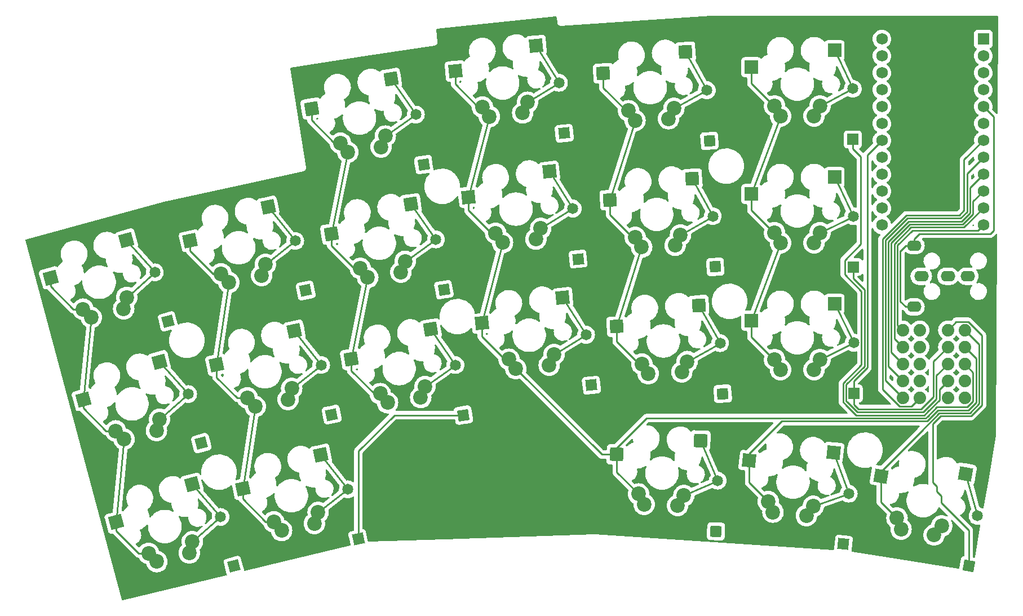
<source format=gbl>
%TF.GenerationSoftware,KiCad,Pcbnew,(6.0.0)*%
%TF.CreationDate,2022-02-05T20:00:45+07:00*%
%TF.ProjectId,kibod-01-mirrored-rev2,6b69626f-642d-4303-912d-6d6972726f72,rev?*%
%TF.SameCoordinates,Original*%
%TF.FileFunction,Copper,L2,Bot*%
%TF.FilePolarity,Positive*%
%FSLAX46Y46*%
G04 Gerber Fmt 4.6, Leading zero omitted, Abs format (unit mm)*
G04 Created by KiCad (PCBNEW (6.0.0)) date 2022-02-05 20:00:45*
%MOMM*%
%LPD*%
G01*
G04 APERTURE LIST*
G04 Aperture macros list*
%AMRotRect*
0 Rectangle, with rotation*
0 The origin of the aperture is its center*
0 $1 length*
0 $2 width*
0 $3 Rotation angle, in degrees counterclockwise*
0 Add horizontal line*
21,1,$1,$2,0,0,$3*%
G04 Aperture macros list end*
%TA.AperFunction,ComponentPad*%
%ADD10RotRect,1.651000X1.651000X15.000000*%
%TD*%
%TA.AperFunction,ComponentPad*%
%ADD11C,1.651000*%
%TD*%
%TA.AperFunction,ComponentPad*%
%ADD12RotRect,1.651000X1.651000X12.000000*%
%TD*%
%TA.AperFunction,ComponentPad*%
%ADD13RotRect,1.651000X1.651000X9.000000*%
%TD*%
%TA.AperFunction,ComponentPad*%
%ADD14RotRect,1.651000X1.651000X6.000000*%
%TD*%
%TA.AperFunction,ComponentPad*%
%ADD15RotRect,1.651000X1.651000X3.000000*%
%TD*%
%TA.AperFunction,ComponentPad*%
%ADD16R,1.651000X1.651000*%
%TD*%
%TA.AperFunction,ComponentPad*%
%ADD17RotRect,1.651000X1.651000X358.000000*%
%TD*%
%TA.AperFunction,ComponentPad*%
%ADD18RotRect,1.651000X1.651000X354.000000*%
%TD*%
%TA.AperFunction,ComponentPad*%
%ADD19RotRect,1.651000X1.651000X350.000000*%
%TD*%
%TA.AperFunction,SMDPad,CuDef*%
%ADD20RotRect,2.000000X2.000000X195.000000*%
%TD*%
%TA.AperFunction,ComponentPad*%
%ADD21C,2.200000*%
%TD*%
%TA.AperFunction,SMDPad,CuDef*%
%ADD22RotRect,2.000000X2.000000X192.000000*%
%TD*%
%TA.AperFunction,SMDPad,CuDef*%
%ADD23RotRect,2.000000X2.000000X189.000000*%
%TD*%
%TA.AperFunction,SMDPad,CuDef*%
%ADD24RotRect,2.000000X2.000000X186.000000*%
%TD*%
%TA.AperFunction,SMDPad,CuDef*%
%ADD25RotRect,2.000000X2.000000X183.000000*%
%TD*%
%TA.AperFunction,SMDPad,CuDef*%
%ADD26R,2.000000X2.000000*%
%TD*%
%TA.AperFunction,SMDPad,CuDef*%
%ADD27RotRect,2.000000X2.000000X178.000000*%
%TD*%
%TA.AperFunction,SMDPad,CuDef*%
%ADD28RotRect,2.000000X2.000000X174.000000*%
%TD*%
%TA.AperFunction,SMDPad,CuDef*%
%ADD29RotRect,2.000000X2.000000X170.000000*%
%TD*%
%TA.AperFunction,ComponentPad*%
%ADD30C,1.879600*%
%TD*%
%TA.AperFunction,ComponentPad*%
%ADD31O,2.200000X1.600000*%
%TD*%
%TA.AperFunction,ComponentPad*%
%ADD32R,1.752600X1.752600*%
%TD*%
%TA.AperFunction,ComponentPad*%
%ADD33C,1.752600*%
%TD*%
%TA.AperFunction,Conductor*%
%ADD34C,0.250000*%
%TD*%
G04 APERTURE END LIST*
D10*
%TO.P,D-0-0,1*%
%TO.N,RL0*%
X34694752Y-66445897D03*
D11*
%TO.P,D-0-0,2*%
%TO.N,Net-(D-0-0-Pad2)*%
X32722550Y-59085543D03*
%TD*%
D12*
%TO.P,D-0-1,1*%
%TO.N,RL0*%
X55396489Y-61817172D03*
D11*
%TO.P,D-0-1,2*%
%TO.N,Net-(D-0-1-Pad2)*%
X53812201Y-54363688D03*
%TD*%
D13*
%TO.P,D-0-2,1*%
%TO.N,RL0*%
X73131355Y-42914445D03*
D11*
%TO.P,D-0-2,2*%
%TO.N,Net-(D-0-2-Pad2)*%
X71939325Y-35388259D03*
%TD*%
D14*
%TO.P,D-0-3,1*%
%TO.N,RL0*%
X94231046Y-38184238D03*
D11*
%TO.P,D-0-3,2*%
%TO.N,Net-(D-0-3-Pad2)*%
X93434540Y-30605982D03*
%TD*%
D15*
%TO.P,D-0-4,1*%
%TO.N,RL0*%
X116042906Y-39331604D03*
D11*
%TO.P,D-0-4,2*%
%TO.N,Net-(D-0-4-Pad2)*%
X115644106Y-31722046D03*
%TD*%
D16*
%TO.P,D-0-5,1*%
%TO.N,RL0*%
X137571593Y-39125342D03*
D11*
%TO.P,D-0-5,2*%
%TO.N,Net-(D-0-5-Pad2)*%
X137571593Y-31505342D03*
%TD*%
D10*
%TO.P,D-1-0,1*%
%TO.N,RL1*%
X39700199Y-84734840D03*
D11*
%TO.P,D-1-0,2*%
%TO.N,Net-(D-1-0-Pad2)*%
X37727997Y-77374486D03*
%TD*%
D12*
%TO.P,D-1-1,1*%
%TO.N,RL1*%
X59296961Y-80459988D03*
D11*
%TO.P,D-1-1,2*%
%TO.N,Net-(D-1-1-Pad2)*%
X57712673Y-73006504D03*
%TD*%
D13*
%TO.P,D-1-2,1*%
%TO.N,RL1*%
X76149200Y-61671200D03*
D11*
%TO.P,D-1-2,2*%
%TO.N,Net-(D-1-2-Pad2)*%
X74957170Y-54145014D03*
%TD*%
D14*
%TO.P,D-1-3,1*%
%TO.N,RL1*%
X96316506Y-57084001D03*
D11*
%TO.P,D-1-3,2*%
%TO.N,Net-(D-1-3-Pad2)*%
X95520000Y-49505745D03*
%TD*%
D15*
%TO.P,D-1-4,1*%
%TO.N,RL1*%
X116933127Y-58259353D03*
D11*
%TO.P,D-1-4,2*%
%TO.N,Net-(D-1-4-Pad2)*%
X116534327Y-50649795D03*
%TD*%
D16*
%TO.P,D-1-5,1*%
%TO.N,RL1*%
X137622393Y-58276942D03*
D11*
%TO.P,D-1-5,2*%
%TO.N,Net-(D-1-5-Pad2)*%
X137622393Y-50656942D03*
%TD*%
D10*
%TO.P,D-2-0,1*%
%TO.N,RL2*%
X44578963Y-103198148D03*
D11*
%TO.P,D-2-0,2*%
%TO.N,Net-(D-2-0-Pad2)*%
X42606761Y-95837794D03*
%TD*%
D12*
%TO.P,D-2-1,1*%
%TO.N,RL2*%
X63303786Y-99142706D03*
D11*
%TO.P,D-2-1,2*%
%TO.N,Net-(D-2-1-Pad2)*%
X61719498Y-91689222D03*
%TD*%
D13*
%TO.P,D-2-2,1*%
%TO.N,RL2*%
X79074682Y-80538018D03*
D11*
%TO.P,D-2-2,2*%
%TO.N,Net-(D-2-2-Pad2)*%
X77882652Y-73011832D03*
%TD*%
D14*
%TO.P,D-2-3,1*%
%TO.N,RL2*%
X98304160Y-76041529D03*
D11*
%TO.P,D-2-3,2*%
%TO.N,Net-(D-2-3-Pad2)*%
X97507654Y-68463273D03*
%TD*%
D15*
%TO.P,D-2-4,1*%
%TO.N,RL2*%
X118034247Y-77328658D03*
D11*
%TO.P,D-2-4,2*%
%TO.N,Net-(D-2-4-Pad2)*%
X117635447Y-69719100D03*
%TD*%
D16*
%TO.P,D-2-5,1*%
%TO.N,RL2*%
X137723993Y-77276142D03*
D11*
%TO.P,D-2-5,2*%
%TO.N,Net-(D-2-5-Pad2)*%
X137723993Y-69656142D03*
%TD*%
D17*
%TO.P,D-3-3,1*%
%TO.N,RL3*%
X117017026Y-98000221D03*
D11*
%TO.P,D-3-3,2*%
%TO.N,Net-(D-3-3-Pad2)*%
X117282960Y-90384863D03*
%TD*%
D18*
%TO.P,D-3-4,1*%
%TO.N,RL3*%
X136157340Y-99912070D03*
D11*
%TO.P,D-3-4,2*%
%TO.N,Net-(D-3-4-Pad2)*%
X136953846Y-92333814D03*
%TD*%
D19*
%TO.P,D-3-5,1*%
%TO.N,RL3*%
X154995993Y-103184142D03*
D11*
%TO.P,D-3-5,2*%
%TO.N,Net-(D-3-5-Pad2)*%
X156319193Y-95679906D03*
%TD*%
D20*
%TO.P,K-0-0,1*%
%TO.N,CL0*%
X17056931Y-59907729D03*
D21*
X23184830Y-65854338D03*
X21936581Y-64615185D03*
%TO.P,K-0-0,2*%
%TO.N,Net-(D-0-0-Pad2)*%
X28053096Y-64549890D03*
D20*
X28473604Y-54219039D03*
D21*
X28514536Y-62852628D03*
%TD*%
%TO.P,K-0-1,1*%
%TO.N,CL1*%
X42669758Y-59297712D03*
X43851444Y-60600494D03*
D22*
X38043165Y-54341326D03*
D21*
%TO.P,K-0-1,2*%
%TO.N,Net-(D-0-1-Pad2)*%
X48781308Y-59552620D03*
D22*
X49741914Y-49257935D03*
D21*
X49330943Y-57881833D03*
%TD*%
D23*
%TO.P,K-0-2,1*%
%TO.N,CL2*%
X56260413Y-34481949D03*
D21*
X60621268Y-39673680D03*
X61733152Y-41036522D03*
D23*
%TO.P,K-0-2,2*%
%TO.N,Net-(D-0-2-Pad2)*%
X68209174Y-30017790D03*
D21*
X66711102Y-40248092D03*
X67347426Y-38608362D03*
%TD*%
%TO.P,K-0-3,1*%
%TO.N,CL3*%
X81937237Y-34249748D03*
X82976272Y-35668914D03*
D24*
X77854073Y-28836903D03*
D21*
%TO.P,K-0-3,2*%
%TO.N,Net-(D-0-3-Pad2)*%
X88709931Y-33537909D03*
D24*
X90020094Y-25004211D03*
D21*
X87988663Y-35142090D03*
%TD*%
%TO.P,K-0-4,1*%
%TO.N,CL4*%
X104863736Y-36269679D03*
X103900398Y-34798080D03*
D25*
X100106116Y-29178956D03*
%TO.P,K-0-4,2*%
%TO.N,Net-(D-0-4-Pad2)*%
X112456052Y-25988238D03*
D21*
X109896829Y-36005906D03*
X110701065Y-34441672D03*
%TD*%
%TO.P,K-0-5,1*%
%TO.N,CL5*%
X126714704Y-35604881D03*
D26*
X122334704Y-28274881D03*
D21*
X125829704Y-34084881D03*
%TO.P,K-0-5,2*%
%TO.N,Net-(D-0-5-Pad2)*%
X131754704Y-35604881D03*
D26*
X134834704Y-25734881D03*
D21*
X132639704Y-34084881D03*
%TD*%
%TO.P,K-1-0,1*%
%TO.N,CL0*%
X28105626Y-84144292D03*
D20*
X21977727Y-78197683D03*
D21*
X26857377Y-82905139D03*
D20*
%TO.P,K-1-0,2*%
%TO.N,Net-(D-1-0-Pad2)*%
X33394400Y-72508993D03*
D21*
X33435332Y-81142582D03*
X32973892Y-82839844D03*
%TD*%
%TO.P,K-1-1,1*%
%TO.N,CL1*%
X47812158Y-79234206D03*
X46630472Y-77931424D03*
D22*
X42003879Y-72975038D03*
D21*
%TO.P,K-1-1,2*%
%TO.N,Net-(D-1-1-Pad2)*%
X53291657Y-76515545D03*
X52742022Y-78186332D03*
D22*
X53702628Y-67891647D03*
%TD*%
D23*
%TO.P,K-1-2,1*%
%TO.N,CL2*%
X59240487Y-53297411D03*
D21*
X64713226Y-59851984D03*
X63601342Y-58489142D03*
%TO.P,K-1-2,2*%
%TO.N,Net-(D-1-2-Pad2)*%
X69691176Y-59063554D03*
D23*
X71189248Y-48833252D03*
D21*
X70327500Y-57423824D03*
%TD*%
%TO.P,K-1-3,1*%
%TO.N,CL3*%
X84967540Y-54614554D03*
X83928505Y-53195388D03*
D24*
X79845341Y-47782543D03*
D21*
%TO.P,K-1-3,2*%
%TO.N,Net-(D-1-3-Pad2)*%
X89979931Y-54087730D03*
D24*
X92011362Y-43949851D03*
D21*
X90701199Y-52483549D03*
%TD*%
%TO.P,K-1-4,1*%
%TO.N,CL4*%
X105860735Y-55293571D03*
D25*
X101103115Y-48202848D03*
D21*
X104897397Y-53821972D03*
%TO.P,K-1-4,2*%
%TO.N,Net-(D-1-4-Pad2)*%
X110893828Y-55029798D03*
D25*
X113453051Y-45012130D03*
D21*
X111698064Y-53465564D03*
%TD*%
%TO.P,K-1-5,1*%
%TO.N,CL5*%
X126714704Y-54654881D03*
D26*
X122334704Y-47324881D03*
D21*
X125829704Y-53134881D03*
D26*
%TO.P,K-1-5,2*%
%TO.N,Net-(D-1-5-Pad2)*%
X134834704Y-44784881D03*
D21*
X131754704Y-54654881D03*
X132639704Y-53134881D03*
%TD*%
%TO.P,K-2-0,1*%
%TO.N,CL0*%
X31787881Y-101306025D03*
X33036130Y-102545178D03*
D20*
X26908231Y-96598569D03*
D21*
%TO.P,K-2-0,2*%
%TO.N,Net-(D-2-0-Pad2)*%
X38365836Y-99543468D03*
D20*
X38324904Y-90909879D03*
D21*
X37904396Y-101240730D03*
%TD*%
D22*
%TO.P,K-2-1,1*%
%TO.N,CL1*%
X45964600Y-91608749D03*
D21*
X50591193Y-96565135D03*
X51772879Y-97867917D03*
%TO.P,K-2-1,2*%
%TO.N,Net-(D-2-1-Pad2)*%
X57252378Y-95149256D03*
D22*
X57663349Y-86525358D03*
D21*
X56702743Y-96820043D03*
%TD*%
%TO.P,K-2-2,1*%
%TO.N,CL2*%
X66581419Y-77304604D03*
X67693303Y-78667446D03*
D23*
X62220564Y-72112873D03*
D21*
%TO.P,K-2-2,2*%
%TO.N,Net-(D-2-2-Pad2)*%
X72671253Y-77879016D03*
X73307577Y-76239286D03*
D23*
X74169325Y-67648714D03*
%TD*%
D21*
%TO.P,K-2-3,1*%
%TO.N,CL3*%
X85919771Y-72141031D03*
D24*
X81836607Y-66728186D03*
D21*
X86958806Y-73560197D03*
%TO.P,K-2-3,2*%
%TO.N,Net-(D-2-3-Pad2)*%
X91971197Y-73033373D03*
D24*
X94002628Y-62895494D03*
D21*
X92692465Y-71429192D03*
%TD*%
%TO.P,K-2-4,1*%
%TO.N,CL4*%
X105894398Y-72845865D03*
X106857736Y-74317464D03*
D25*
X102100116Y-67226741D03*
%TO.P,K-2-4,2*%
%TO.N,Net-(D-2-4-Pad2)*%
X114450052Y-64036023D03*
D21*
X112695065Y-72489457D03*
X111890829Y-74053691D03*
%TD*%
%TO.P,K-2-5,1*%
%TO.N,CL5*%
X126714704Y-73704881D03*
X125829704Y-72184881D03*
D26*
X122334704Y-66374881D03*
D21*
%TO.P,K-2-5,2*%
%TO.N,Net-(D-2-5-Pad2)*%
X131754704Y-73704881D03*
X132639704Y-72184881D03*
D26*
X134834704Y-63834881D03*
%TD*%
D27*
%TO.P,K-3-3,1*%
%TO.N,CL3*%
X102108325Y-86455622D03*
D21*
X105398430Y-92384056D03*
X106229844Y-93934016D03*
D27*
%TO.P,K-3-3,2*%
%TO.N,Net-(D-3-3-Pad2)*%
X114689355Y-84353413D03*
D21*
X112204281Y-92621722D03*
X111266773Y-94109910D03*
%TD*%
%TO.P,K-3-4,1*%
%TO.N,CL4*%
X124866232Y-93502648D03*
D28*
X121997688Y-87359149D03*
D21*
X125587500Y-95106829D03*
%TO.P,K-3-4,2*%
%TO.N,Net-(D-3-4-Pad2)*%
X131638926Y-94214487D03*
X130599891Y-95633653D03*
D28*
X134694714Y-86139669D03*
%TD*%
D29*
%TO.P,K-3-5,1*%
%TO.N,CL5*%
X141783886Y-89680158D03*
D21*
X144824503Y-97659378D03*
X144216893Y-96008791D03*
%TO.P,K-3-5,2*%
%TO.N,Net-(D-3-5-Pad2)*%
X149787934Y-98534565D03*
D29*
X154535049Y-89349348D03*
D21*
X150923434Y-97191335D03*
%TD*%
D30*
%TO.P,J1,1,Pin_1*%
%TO.N,CL5*%
X145084800Y-67767200D03*
%TO.P,J1,2,Pin_2*%
%TO.N,RC3*%
X147624800Y-67767200D03*
%TO.P,J1,3,Pin_3*%
%TO.N,CL4*%
X145084800Y-70307200D03*
%TO.P,J1,4,Pin_4*%
%TO.N,RC2*%
X147624800Y-70307200D03*
%TO.P,J1,5,Pin_5*%
%TO.N,CL3*%
X145084800Y-72847200D03*
%TO.P,J1,6,Pin_6*%
%TO.N,RC1*%
X147624800Y-72847200D03*
%TO.P,J1,7,Pin_7*%
%TO.N,CL2*%
X145084800Y-75387200D03*
%TO.P,J1,8,Pin_8*%
%TO.N,RC0*%
X147624800Y-75387200D03*
%TO.P,J1,9,Pin_9*%
%TO.N,CL1*%
X145084800Y-77927200D03*
%TO.P,J1,10,Pin_10*%
%TO.N,CL0*%
X147624800Y-77927200D03*
%TD*%
D31*
%TO.P,U2,1,SLEEVE*%
%TO.N,SDA*%
X146761200Y-64267200D03*
X146761200Y-55067200D03*
%TO.P,U2,2,TIP*%
%TO.N,VCC*%
X147861200Y-59667200D03*
%TO.P,U2,3,RING1*%
%TO.N,GND*%
X151861200Y-59667200D03*
%TO.P,U2,4,RING2*%
%TO.N,unconnected-(U2-Pad4)*%
X154861200Y-59667200D03*
%TD*%
D32*
%TO.P,U1,1,TX*%
%TO.N,unconnected-(U1-Pad1)*%
X157175200Y-24033950D03*
D33*
%TO.P,U1,2,RX*%
%TO.N,unconnected-(U1-Pad2)*%
X157175200Y-26573950D03*
%TO.P,U1,3,GND*%
%TO.N,unconnected-(U1-Pad3)*%
X157175200Y-29113950D03*
%TO.P,U1,4,GND*%
%TO.N,unconnected-(U1-Pad4)*%
X157175200Y-31653950D03*
%TO.P,U1,5,SDA*%
%TO.N,SDA*%
X157175200Y-34193950D03*
%TO.P,U1,6,SCL*%
%TO.N,unconnected-(U1-Pad6)*%
X157175200Y-36733950D03*
%TO.P,U1,7,D4*%
%TO.N,CL0*%
X157175200Y-39273950D03*
%TO.P,U1,8,C6*%
%TO.N,CL1*%
X157175200Y-41813950D03*
%TO.P,U1,9,D7*%
%TO.N,CL2*%
X157175200Y-44353950D03*
%TO.P,U1,10,E6*%
%TO.N,CL3*%
X157175200Y-46893950D03*
%TO.P,U1,11,B4*%
%TO.N,CL4*%
X157175200Y-49433950D03*
%TO.P,U1,12,B5*%
%TO.N,CL5*%
X157175200Y-51973950D03*
%TO.P,U1,13,B6*%
%TO.N,RC3*%
X141935200Y-51973950D03*
%TO.P,U1,14,B2*%
%TO.N,RC2*%
X141935200Y-49433950D03*
%TO.P,U1,15,B3*%
%TO.N,RC1*%
X141935200Y-46893950D03*
%TO.P,U1,16,B1*%
%TO.N,RC0*%
X141935200Y-44353950D03*
%TO.P,U1,17,F7*%
%TO.N,RL3*%
X141935200Y-41813950D03*
%TO.P,U1,18,F6*%
%TO.N,RL2*%
X141935200Y-39273950D03*
%TO.P,U1,19,F5*%
%TO.N,RL1*%
X141935200Y-36733950D03*
%TO.P,U1,20,F4*%
%TO.N,RL0*%
X141935200Y-34193950D03*
%TO.P,U1,21,VCC*%
%TO.N,VCC*%
X141935200Y-31653950D03*
%TO.P,U1,22,RST*%
%TO.N,unconnected-(U1-Pad22)*%
X141935200Y-29113950D03*
%TO.P,U1,23,GND*%
%TO.N,GND*%
X141935200Y-26573950D03*
%TO.P,U1,24,RAW*%
%TO.N,unconnected-(U1-Pad24)*%
X141935200Y-24033950D03*
%TD*%
D30*
%TO.P,J2,1,Pin_1*%
%TO.N,CL5*%
X154381200Y-67767200D03*
%TO.P,J2,2,Pin_2*%
%TO.N,RL3*%
X151841200Y-67767200D03*
%TO.P,J2,3,Pin_3*%
%TO.N,CL4*%
X154381200Y-70307200D03*
%TO.P,J2,4,Pin_4*%
%TO.N,RL2*%
X151841200Y-70307200D03*
%TO.P,J2,5,Pin_5*%
%TO.N,CL3*%
X154381200Y-72847200D03*
%TO.P,J2,6,Pin_6*%
%TO.N,RL1*%
X151841200Y-72847200D03*
%TO.P,J2,7,Pin_7*%
%TO.N,CL2*%
X154381200Y-75387200D03*
%TO.P,J2,8,Pin_8*%
%TO.N,RL0*%
X151841200Y-75387200D03*
%TO.P,J2,9,Pin_9*%
%TO.N,CL1*%
X154381200Y-77927200D03*
%TO.P,J2,10,Pin_10*%
%TO.N,CL0*%
X151841200Y-77927200D03*
%TD*%
D34*
%TO.N,RL2*%
X79074682Y-80538018D02*
X68712382Y-80538018D01*
X68712382Y-80538018D02*
X63303786Y-85946614D01*
X63303786Y-85946614D02*
X63303786Y-99142706D01*
%TO.N,RL0*%
X137571593Y-40543593D02*
X138772404Y-41744404D01*
X137571593Y-39125342D02*
X137571593Y-40543593D01*
X150571200Y-76657200D02*
X151841200Y-75387200D01*
X150571200Y-78310312D02*
X150571200Y-76657200D01*
X148857756Y-80023756D02*
X150571200Y-78310312D01*
X148857756Y-80023769D02*
X148857756Y-80023756D01*
X148341454Y-80540071D02*
X148857756Y-80023769D01*
X138052183Y-80540071D02*
X148341454Y-80540071D01*
X136093200Y-78581089D02*
X136532918Y-79020806D01*
X136532918Y-79020806D02*
X138052183Y-80540071D01*
X136093200Y-75767482D02*
X136093200Y-78581089D01*
X138874004Y-72986678D02*
X136093200Y-75767482D01*
X136347200Y-59385200D02*
X138874004Y-61912004D01*
X136347200Y-57252113D02*
X136347200Y-59385200D01*
X138772404Y-41744404D02*
X138772404Y-54826910D01*
X138874004Y-61912004D02*
X138874004Y-72986678D01*
X138772404Y-54826910D02*
X136347200Y-57252113D01*
%TO.N,RL1*%
X150121680Y-74566720D02*
X151841200Y-72847200D01*
X150121680Y-78124128D02*
X150121680Y-74566720D01*
X148155257Y-80090551D02*
X150121680Y-78124128D01*
X138238379Y-80090551D02*
X148155257Y-80090551D01*
X136573982Y-78426153D02*
X136719114Y-78571286D01*
X139323524Y-73172876D02*
X136573982Y-75922418D01*
X136719114Y-78571286D02*
X138238379Y-80090551D01*
X139323524Y-61725806D02*
X139323524Y-73172876D01*
X136573982Y-75922418D02*
X136573982Y-78426153D01*
X137622393Y-58276942D02*
X137622393Y-60024675D01*
X137622393Y-60024675D02*
X139323524Y-61725806D01*
%TO.N,RL2*%
X147821289Y-79641031D02*
X149672160Y-77790160D01*
X149672160Y-72476240D02*
X151841200Y-70307200D01*
X137723993Y-78940447D02*
X138424577Y-79641031D01*
X149672160Y-77790160D02*
X149672160Y-72476240D01*
X137723993Y-77276142D02*
X137723993Y-78940447D01*
X138424577Y-79641031D02*
X147821289Y-79641031D01*
%TO.N,CL4*%
X156095031Y-78637094D02*
X156095031Y-72021031D01*
X156095031Y-72021031D02*
X154381200Y-70307200D01*
X154956989Y-79775135D02*
X156095031Y-78637094D01*
X150377799Y-79775135D02*
X154956989Y-79775135D01*
X121997688Y-86353641D02*
X126912218Y-81439111D01*
X126912218Y-81439111D02*
X148713823Y-81439111D01*
X121997688Y-87359149D02*
X121997688Y-86353641D01*
X148713823Y-81439111D02*
X150377799Y-79775135D01*
%TO.N,CL3*%
X155645511Y-74111511D02*
X154381200Y-72847200D01*
X155645511Y-78450896D02*
X155645511Y-74111511D01*
X150191601Y-79325615D02*
X154770792Y-79325615D01*
X148794608Y-80722634D02*
X148794608Y-80722608D01*
X148794608Y-80722608D02*
X150191601Y-79325615D01*
X154770792Y-79325615D02*
X155645511Y-78450896D01*
X106573747Y-80989591D02*
X148527651Y-80989591D01*
X148527651Y-80989591D02*
X148794608Y-80722634D01*
X102108325Y-85455013D02*
X106573747Y-80989591D01*
X102108325Y-86455622D02*
X102108325Y-85455013D01*
%TO.N,CL0*%
X154280015Y-42169135D02*
X157175200Y-39273950D01*
X154280015Y-49786263D02*
X154280015Y-42169135D01*
X153532678Y-50533600D02*
X154280015Y-49786263D01*
X145577649Y-50533600D02*
X153532678Y-50533600D01*
X142022409Y-76652816D02*
X142022409Y-54088841D01*
X142022409Y-54088841D02*
X145577649Y-50533600D01*
X144561104Y-79191511D02*
X142022409Y-76652816D01*
X146360489Y-79191511D02*
X144561104Y-79191511D01*
X147624800Y-77927200D02*
X146360489Y-79191511D01*
%TO.N,CL1*%
X153718876Y-50983120D02*
X154729535Y-49972461D01*
X154729535Y-44259615D02*
X157175200Y-41813950D01*
X145763846Y-50983120D02*
X153718876Y-50983120D01*
X142471929Y-54275037D02*
X145763846Y-50983120D01*
X142471929Y-75314329D02*
X142471929Y-54275037D01*
X145084800Y-77927200D02*
X142471929Y-75314329D01*
X154729535Y-49972461D02*
X154729535Y-44259615D01*
%TO.N,CL2*%
X155179055Y-46350095D02*
X157175200Y-44353950D01*
X145950043Y-51432640D02*
X153905074Y-51432640D01*
X153905074Y-51432640D02*
X155179055Y-50158659D01*
X142921449Y-54461233D02*
X145950043Y-51432640D01*
X142921449Y-73223849D02*
X142921449Y-54461233D01*
X145084800Y-75387200D02*
X142921449Y-73223849D01*
X155179055Y-50158659D02*
X155179055Y-46350095D01*
%TO.N,Net-(D-1-0-Pad2)*%
X37727997Y-77374486D02*
X33435332Y-81142582D01*
X33394400Y-72508993D02*
X37727997Y-77374486D01*
%TO.N,Net-(D-1-1-Pad2)*%
X57712673Y-73006504D02*
X53291657Y-76515545D01*
X53702628Y-67891647D02*
X57712673Y-73006504D01*
%TO.N,Net-(D-1-2-Pad2)*%
X74957170Y-54145014D02*
X70327500Y-57423824D01*
X71189248Y-48833252D02*
X74957170Y-54145014D01*
%TO.N,Net-(D-1-3-Pad2)*%
X92011362Y-43949851D02*
X95520000Y-49505745D01*
X95520000Y-49505745D02*
X90701199Y-52483549D01*
%TO.N,Net-(D-1-4-Pad2)*%
X111698064Y-53465564D02*
X116534327Y-50649795D01*
X113453051Y-45012130D02*
X116534327Y-50649795D01*
%TO.N,Net-(D-1-5-Pad2)*%
X134834704Y-44784881D02*
X137622393Y-50656942D01*
X137622393Y-50656942D02*
X132639704Y-53134881D01*
%TO.N,Net-(D-2-0-Pad2)*%
X42606761Y-95837794D02*
X38365836Y-99543468D01*
X38324904Y-90909879D02*
X42606761Y-95837794D01*
%TO.N,Net-(D-2-1-Pad2)*%
X61719498Y-91689222D02*
X57252378Y-95149256D01*
X57663349Y-86525358D02*
X61719498Y-91689222D01*
%TO.N,Net-(D-2-2-Pad2)*%
X74169325Y-67648714D02*
X77882652Y-73011832D01*
X77882652Y-73011832D02*
X73307577Y-76239286D01*
%TO.N,Net-(D-2-3-Pad2)*%
X97507654Y-68463273D02*
X92692465Y-71429192D01*
X94002628Y-62895494D02*
X97507654Y-68463273D01*
%TO.N,Net-(D-2-4-Pad2)*%
X114450052Y-64036023D02*
X117635447Y-69719100D01*
X117635447Y-69719100D02*
X112695065Y-72489457D01*
%TO.N,Net-(D-2-5-Pad2)*%
X134834704Y-63834881D02*
X137723993Y-69656142D01*
X137723993Y-69656142D02*
X132639704Y-72184881D01*
%TO.N,Net-(D-3-3-Pad2)*%
X114689355Y-84353413D02*
X117282960Y-90384863D01*
X117282960Y-90384863D02*
X112204281Y-92621722D01*
%TO.N,Net-(D-3-4-Pad2)*%
X136953846Y-92333814D02*
X131638926Y-94214487D01*
X134694714Y-86139669D02*
X136953846Y-92333814D01*
%TO.N,Net-(D-3-5-Pad2)*%
X154535049Y-89349348D02*
X156319193Y-95679906D01*
%TO.N,SDA*%
X144738871Y-55819529D02*
X145491200Y-55067200D01*
X145491200Y-55067200D02*
X146761200Y-55067200D01*
X158191200Y-53289200D02*
X158699200Y-52781200D01*
X146761200Y-55067200D02*
X146761200Y-54051200D01*
X145537529Y-64267200D02*
X144719529Y-63449200D01*
X146761200Y-54051200D02*
X147523200Y-53289200D01*
X158699200Y-52781200D02*
X158699200Y-35717950D01*
X147523200Y-53289200D02*
X158191200Y-53289200D01*
X146761200Y-64267200D02*
X145537529Y-64267200D01*
X158699200Y-35717950D02*
X157175200Y-34193950D01*
X144719529Y-55819529D02*
X144738871Y-55819529D01*
X144719529Y-63449200D02*
X144719529Y-55819529D01*
%TO.N,RL2*%
X139773044Y-73359074D02*
X139773044Y-41436106D01*
X137723993Y-77276142D02*
X137723993Y-75408125D01*
X137723993Y-75408125D02*
X139773044Y-73359074D01*
X139773044Y-41436106D02*
X141935200Y-39273950D01*
%TO.N,RL3*%
X150190200Y-91262200D02*
X149555200Y-90627200D01*
X149555200Y-90627200D02*
X149555200Y-81869170D01*
X154904896Y-66502889D02*
X153105511Y-66502889D01*
X150750195Y-80674175D02*
X155329383Y-80674175D01*
X150825200Y-93677994D02*
X150825200Y-92659200D01*
X155329383Y-80674175D02*
X156994071Y-79009488D01*
X153105511Y-66502889D02*
X151841200Y-67767200D01*
X154995993Y-97848787D02*
X150825200Y-93677994D01*
X154995993Y-103184142D02*
X154995993Y-97848787D01*
X156994071Y-68592064D02*
X154904896Y-66502889D01*
X150825200Y-92659200D02*
X150190200Y-92024200D01*
X149555200Y-81869170D02*
X150750195Y-80674175D01*
X156994071Y-79009488D02*
X156994071Y-68592064D01*
X150190200Y-92024200D02*
X150190200Y-91262200D01*
%TO.N,CL0*%
X26908231Y-97897319D02*
X30316937Y-101306025D01*
X30316937Y-101306025D02*
X31787881Y-101306025D01*
X21977727Y-78197683D02*
X21977727Y-79496433D01*
X20465637Y-64615185D02*
X21936581Y-64615185D01*
X17056931Y-59907729D02*
X17056931Y-61206479D01*
X23184830Y-65854338D02*
X21977727Y-78197683D01*
X28105626Y-84144292D02*
X26908231Y-96598569D01*
X21977727Y-79496433D02*
X25386433Y-82905139D01*
X25386433Y-82905139D02*
X26857377Y-82905139D01*
X17056931Y-61206479D02*
X20465637Y-64615185D01*
X26908231Y-96598569D02*
X26908231Y-97897319D01*
%TO.N,CL1*%
X38043165Y-54341326D02*
X38043165Y-55870832D01*
X45964600Y-91608749D02*
X45964600Y-93138255D01*
X42003879Y-74860465D02*
X45074838Y-77931424D01*
X42003879Y-72975038D02*
X42003879Y-74860465D01*
X38043165Y-55870832D02*
X41470045Y-59297712D01*
X41470045Y-59297712D02*
X42669758Y-59297712D01*
X43851444Y-60600494D02*
X42003879Y-72975038D01*
X45074838Y-77931424D02*
X46630472Y-77931424D01*
X45964600Y-93138255D02*
X49391480Y-96565135D01*
X47812158Y-79234206D02*
X45964600Y-91608749D01*
X49391480Y-96565135D02*
X50591193Y-96565135D01*
%TO.N,CL2*%
X56260413Y-36242766D02*
X59691327Y-39673680D01*
X62220564Y-73873690D02*
X65651478Y-77304604D01*
X61733152Y-41036522D02*
X59240487Y-53297411D01*
X64713226Y-59851984D02*
X62220564Y-72112873D01*
X56260413Y-34481949D02*
X56260413Y-36242766D01*
X59240487Y-55058228D02*
X62671401Y-58489142D01*
X59240487Y-53297411D02*
X59240487Y-55058228D01*
X62220564Y-72112873D02*
X62220564Y-73873690D01*
%TO.N,CL3*%
X102108325Y-86455622D02*
X102108325Y-89093951D01*
X82976272Y-35668914D02*
X79845341Y-47782543D01*
X143370969Y-71133369D02*
X145084800Y-72847200D01*
X143370969Y-54647431D02*
X143370969Y-71133369D01*
X146136240Y-51882160D02*
X143370969Y-54647431D01*
X81836607Y-66728186D02*
X81836607Y-68720233D01*
X154091272Y-51882160D02*
X146136240Y-51882160D01*
X102108325Y-86455622D02*
X99854231Y-86455622D01*
X157175200Y-46893950D02*
X155628575Y-48440575D01*
X81836607Y-68720233D02*
X85257405Y-72141031D01*
X102108325Y-89093951D02*
X105398430Y-92384056D01*
X155628575Y-50344857D02*
X154091272Y-51882160D01*
X79845341Y-47782543D02*
X79845341Y-49774590D01*
X79845341Y-49774590D02*
X83266139Y-53195388D01*
X99854231Y-86455622D02*
X86958806Y-73560197D01*
X77854073Y-28836903D02*
X77854073Y-30828950D01*
X84967540Y-54614554D02*
X81836607Y-66728186D01*
X155628575Y-48440575D02*
X155628575Y-50344857D01*
X77854073Y-30828950D02*
X81274871Y-34249748D01*
%TO.N,CL4*%
X100106116Y-29178956D02*
X100106116Y-31401520D01*
X105860735Y-55293571D02*
X102100116Y-67226741D01*
X121997688Y-90634104D02*
X124866232Y-93502648D01*
X145084800Y-70307200D02*
X143820489Y-69042889D01*
X143820489Y-69042889D02*
X143820489Y-54833629D01*
X154277470Y-52331680D02*
X146322438Y-52331680D01*
X102100116Y-67226741D02*
X102100116Y-69449305D01*
X143820489Y-54833629D02*
X146322439Y-52331680D01*
X121997688Y-87359149D02*
X121997688Y-90634104D01*
X154277470Y-52331680D02*
X157175200Y-49433950D01*
X104863736Y-36269679D02*
X101103115Y-48202848D01*
X101103115Y-50425412D02*
X104499675Y-53821972D01*
X101103115Y-48202848D02*
X101103115Y-50425412D01*
X100106116Y-31401520D02*
X103502676Y-34798080D01*
X102100116Y-69449305D02*
X105496676Y-72845865D01*
%TO.N,CL5*%
X122334704Y-68826616D02*
X125692969Y-72184881D01*
X141783886Y-93575784D02*
X144216893Y-96008791D01*
X144270009Y-67054009D02*
X144270009Y-55019827D01*
X150563997Y-80224655D02*
X147779340Y-83009312D01*
X122334704Y-30726616D02*
X125692969Y-34084881D01*
X147779340Y-83009312D02*
X147779312Y-83009312D01*
X154381200Y-67767200D02*
X156544551Y-69930551D01*
X146508636Y-52781200D02*
X156367950Y-52781200D01*
X122334704Y-28274881D02*
X122334704Y-30726616D01*
X147779312Y-83009312D02*
X141783886Y-89004738D01*
X156544551Y-69930551D02*
X156544550Y-78823292D01*
X144270009Y-55019827D02*
X146508636Y-52781200D01*
X144983200Y-67767200D02*
X144270009Y-67054009D01*
X156544550Y-78823292D02*
X155143186Y-80224655D01*
X122334704Y-47324881D02*
X122334704Y-49776616D01*
X156367950Y-52781200D02*
X157175200Y-51973950D01*
X141783886Y-89680158D02*
X141783886Y-93575784D01*
X122334704Y-49776616D02*
X125692969Y-53134881D01*
X126714704Y-35604881D02*
X122334704Y-47324881D01*
X122334704Y-66374881D02*
X122334704Y-68826616D01*
X155143186Y-80224655D02*
X150563997Y-80224655D01*
X126714704Y-54654881D02*
X122334704Y-66374881D01*
%TO.N,Net-(D-0-0-Pad2)*%
X28473604Y-54219039D02*
X32722550Y-59085543D01*
X32722550Y-59085543D02*
X28514536Y-62852628D01*
%TO.N,Net-(D-0-1-Pad2)*%
X53812201Y-54363688D02*
X49330943Y-57881833D01*
X49741914Y-49257935D02*
X53812201Y-54363688D01*
%TO.N,Net-(D-0-2-Pad2)*%
X71939325Y-35388259D02*
X67347426Y-38608362D01*
X68209174Y-30017790D02*
X71939325Y-35388259D01*
%TO.N,Net-(D-0-3-Pad2)*%
X90020094Y-25004211D02*
X93434540Y-30605982D01*
X93434540Y-30605982D02*
X88709931Y-33537909D01*
%TO.N,Net-(D-0-4-Pad2)*%
X115644106Y-31722046D02*
X110701065Y-34441672D01*
X112456052Y-25988238D02*
X115644106Y-31722046D01*
%TO.N,Net-(D-0-5-Pad2)*%
X137571593Y-31505342D02*
X132639704Y-34084881D01*
X134834704Y-25734881D02*
X137571593Y-31505342D01*
%TD*%
%TA.AperFunction,NonConductor*%
G36*
X78716084Y-30283224D02*
G01*
X78767931Y-30331726D01*
X78785325Y-30400559D01*
X78769172Y-30453436D01*
X78770851Y-30454289D01*
X78730780Y-30533104D01*
X78725890Y-30542721D01*
X78677187Y-30594379D01*
X78608287Y-30611505D01*
X78541065Y-30588663D01*
X78496864Y-30533104D01*
X78487573Y-30485616D01*
X78487573Y-30400579D01*
X78507575Y-30332458D01*
X78561231Y-30285965D01*
X78600402Y-30275269D01*
X78614468Y-30273791D01*
X78646246Y-30270451D01*
X78716084Y-30283224D01*
G37*
%TD.AperFunction*%
%TA.AperFunction,NonConductor*%
G36*
X90692143Y-27351755D02*
G01*
X90735008Y-27394282D01*
X92243906Y-29869795D01*
X92262281Y-29938373D01*
X92250512Y-29988624D01*
X92195005Y-30107658D01*
X92176201Y-30147984D01*
X92174779Y-30153292D01*
X92174778Y-30153294D01*
X92122391Y-30348808D01*
X92115788Y-30373450D01*
X92095444Y-30605982D01*
X92095923Y-30611457D01*
X92095923Y-30616963D01*
X92094346Y-30616963D01*
X92081789Y-30679432D01*
X92036697Y-30727866D01*
X91630063Y-30980209D01*
X91120218Y-31296601D01*
X91051791Y-31315524D01*
X90983995Y-31294449D01*
X90938355Y-31240066D01*
X90929362Y-31169641D01*
X90959872Y-31105534D01*
X90966809Y-31098371D01*
X91051220Y-31017847D01*
X91051230Y-31017835D01*
X91055082Y-31014161D01*
X91075843Y-30986258D01*
X91149502Y-30887256D01*
X91192701Y-30829195D01*
X91203273Y-30808403D01*
X91252658Y-30711268D01*
X91297187Y-30623686D01*
X91300970Y-30611505D01*
X91363971Y-30408608D01*
X91365554Y-30403510D01*
X91372932Y-30347842D01*
X91395145Y-30180248D01*
X91395145Y-30180243D01*
X91395845Y-30174963D01*
X91395587Y-30168075D01*
X91389882Y-30016124D01*
X91387196Y-29944579D01*
X91377813Y-29899857D01*
X91340949Y-29724165D01*
X91339854Y-29718946D01*
X91337895Y-29713985D01*
X91257132Y-29509481D01*
X91257131Y-29509479D01*
X91255171Y-29504516D01*
X91250597Y-29496977D01*
X91147095Y-29326412D01*
X91135570Y-29307420D01*
X91094558Y-29260158D01*
X90987970Y-29137325D01*
X90987968Y-29137323D01*
X90984470Y-29133292D01*
X90870207Y-29039602D01*
X90810320Y-28990497D01*
X90810314Y-28990493D01*
X90806192Y-28987113D01*
X90801556Y-28984474D01*
X90801553Y-28984472D01*
X90610476Y-28875705D01*
X90605833Y-28873062D01*
X90389122Y-28794400D01*
X90385517Y-28793748D01*
X90325386Y-28756954D01*
X90294475Y-28693040D01*
X90303025Y-28622560D01*
X90309645Y-28609363D01*
X90312838Y-28603833D01*
X90312840Y-28603830D01*
X90315038Y-28600022D01*
X90420264Y-28339579D01*
X90424651Y-28321984D01*
X90487155Y-28071296D01*
X90487156Y-28071291D01*
X90488219Y-28067027D01*
X90489935Y-28050707D01*
X90517121Y-27792039D01*
X90517121Y-27792036D01*
X90517580Y-27787670D01*
X90517362Y-27781417D01*
X90507931Y-27511342D01*
X90507930Y-27511336D01*
X90507777Y-27506945D01*
X90503333Y-27481740D01*
X90511203Y-27411181D01*
X90555970Y-27356077D01*
X90623422Y-27333924D01*
X90692143Y-27351755D01*
G37*
%TD.AperFunction*%
%TA.AperFunction,NonConductor*%
G36*
X135258189Y-28135169D02*
G01*
X135292893Y-28179219D01*
X136453829Y-30626938D01*
X136464544Y-30649530D01*
X136475664Y-30719650D01*
X136453913Y-30775796D01*
X136416523Y-30829195D01*
X136411902Y-30835794D01*
X136409579Y-30840776D01*
X136409576Y-30840781D01*
X136321268Y-31030158D01*
X136313254Y-31047344D01*
X136311832Y-31052652D01*
X136311831Y-31052654D01*
X136271972Y-31201411D01*
X136252841Y-31272810D01*
X136240100Y-31418444D01*
X136239840Y-31421413D01*
X136213977Y-31487531D01*
X136172716Y-31522081D01*
X135970413Y-31627892D01*
X135541210Y-31852380D01*
X135530390Y-31858039D01*
X135460757Y-31871887D01*
X135394691Y-31845890D01*
X135353168Y-31788302D01*
X135349371Y-31717407D01*
X135370904Y-31671176D01*
X135396765Y-31636418D01*
X135473458Y-31533339D01*
X135479804Y-31520859D01*
X135530522Y-31421102D01*
X135577944Y-31327830D01*
X135585950Y-31302049D01*
X135644728Y-31112752D01*
X135646311Y-31107654D01*
X135651439Y-31068962D01*
X135675902Y-30884392D01*
X135675902Y-30884387D01*
X135676602Y-30879107D01*
X135676366Y-30872806D01*
X135668621Y-30666525D01*
X135667953Y-30648723D01*
X135666442Y-30641519D01*
X135621706Y-30428309D01*
X135620611Y-30423090D01*
X135616909Y-30413716D01*
X135537889Y-30213625D01*
X135537888Y-30213623D01*
X135535928Y-30208660D01*
X135517493Y-30178279D01*
X135419094Y-30016124D01*
X135416327Y-30011564D01*
X135409237Y-30003393D01*
X135268727Y-29841469D01*
X135268725Y-29841467D01*
X135265227Y-29837436D01*
X135219035Y-29799561D01*
X135091077Y-29694641D01*
X135091071Y-29694637D01*
X135086949Y-29691257D01*
X135082313Y-29688618D01*
X135082310Y-29688616D01*
X134891233Y-29579849D01*
X134886590Y-29577206D01*
X134800869Y-29546091D01*
X134743661Y-29504047D01*
X134718265Y-29437747D01*
X134734741Y-29364652D01*
X134852139Y-29161312D01*
X134854340Y-29157500D01*
X134959566Y-28897057D01*
X134960632Y-28892782D01*
X135026457Y-28628774D01*
X135026458Y-28628769D01*
X135027521Y-28624505D01*
X135028980Y-28610631D01*
X135056423Y-28349517D01*
X135056423Y-28349514D01*
X135056882Y-28345148D01*
X135056539Y-28335304D01*
X135053127Y-28237612D01*
X135070739Y-28168835D01*
X135122740Y-28120498D01*
X135192618Y-28107948D01*
X135258189Y-28135169D01*
G37*
%TD.AperFunction*%
%TA.AperFunction,NonConductor*%
G36*
X57201750Y-35880412D02*
G01*
X57256064Y-35926135D01*
X57277036Y-35993963D01*
X57263365Y-36052867D01*
X57241946Y-36094994D01*
X57193243Y-36146651D01*
X57124342Y-36163777D01*
X57057121Y-36140934D01*
X57040533Y-36126982D01*
X57025082Y-36111530D01*
X57007095Y-36093543D01*
X56973071Y-36031230D01*
X56978137Y-35960415D01*
X57020685Y-35903580D01*
X57076482Y-35880000D01*
X57131339Y-35871312D01*
X57201750Y-35880412D01*
G37*
%TD.AperFunction*%
%TA.AperFunction,NonConductor*%
G36*
X68997407Y-32282727D02*
G01*
X69036170Y-32318954D01*
X70707193Y-34724802D01*
X70707519Y-34725271D01*
X70729951Y-34792630D01*
X70718226Y-34850400D01*
X70690612Y-34909619D01*
X70680986Y-34930261D01*
X70679564Y-34935569D01*
X70679563Y-34935571D01*
X70632530Y-35111102D01*
X70620573Y-35155727D01*
X70600229Y-35388259D01*
X70600708Y-35393734D01*
X70600708Y-35393745D01*
X70607520Y-35471602D01*
X70593532Y-35541207D01*
X70554343Y-35585746D01*
X69724748Y-36167505D01*
X69689332Y-36192341D01*
X69622074Y-36215076D01*
X69553202Y-36197840D01*
X69504581Y-36146104D01*
X69491649Y-36076295D01*
X69515900Y-36013966D01*
X69574735Y-35934889D01*
X69649017Y-35835051D01*
X69653559Y-35826119D01*
X69724105Y-35687364D01*
X69753503Y-35629542D01*
X69756221Y-35620791D01*
X69820287Y-35414464D01*
X69821870Y-35409366D01*
X69824495Y-35389559D01*
X69851461Y-35186104D01*
X69851461Y-35186099D01*
X69852161Y-35180819D01*
X69851020Y-35150412D01*
X69845922Y-35014624D01*
X69843512Y-34950435D01*
X69796170Y-34724802D01*
X69787872Y-34703789D01*
X69713448Y-34515337D01*
X69713447Y-34515335D01*
X69711487Y-34510372D01*
X69706499Y-34502151D01*
X69594653Y-34317836D01*
X69591886Y-34313276D01*
X69550721Y-34265837D01*
X69444286Y-34143181D01*
X69444284Y-34143179D01*
X69440786Y-34139148D01*
X69380615Y-34089811D01*
X69266636Y-33996353D01*
X69266630Y-33996349D01*
X69262508Y-33992969D01*
X69257872Y-33990330D01*
X69257869Y-33990328D01*
X69066792Y-33881561D01*
X69062149Y-33878918D01*
X68845438Y-33800256D01*
X68790447Y-33790312D01*
X68772221Y-33787016D01*
X68708747Y-33755211D01*
X68672544Y-33694139D01*
X68675107Y-33623188D01*
X68677818Y-33615827D01*
X68751766Y-33432800D01*
X68751769Y-33432792D01*
X68753417Y-33428712D01*
X68768342Y-33368853D01*
X68820308Y-33160429D01*
X68820309Y-33160424D01*
X68821372Y-33156160D01*
X68821836Y-33151752D01*
X68850274Y-32881172D01*
X68850274Y-32881169D01*
X68850733Y-32876803D01*
X68850580Y-32872409D01*
X68841084Y-32600475D01*
X68841083Y-32600469D01*
X68840930Y-32596078D01*
X68839114Y-32585774D01*
X68808598Y-32412713D01*
X68816467Y-32342153D01*
X68861235Y-32287050D01*
X68928686Y-32264896D01*
X68997407Y-32282727D01*
G37*
%TD.AperFunction*%
%TA.AperFunction,NonConductor*%
G36*
X155708439Y-41740784D02*
G01*
X155765274Y-41783331D01*
X155790197Y-41851586D01*
X155799177Y-42007337D01*
X155836651Y-42173623D01*
X155832115Y-42244472D01*
X155802829Y-42290417D01*
X155128610Y-42964635D01*
X155066298Y-42998660D01*
X154995482Y-42993595D01*
X154938647Y-42951048D01*
X154913836Y-42884528D01*
X154913515Y-42875539D01*
X154913515Y-42483730D01*
X154933517Y-42415609D01*
X154950420Y-42394634D01*
X155575311Y-41769744D01*
X155637623Y-41735719D01*
X155708439Y-41740784D01*
G37*
%TD.AperFunction*%
%TA.AperFunction,NonConductor*%
G36*
X140615056Y-42280287D02*
G01*
X140649287Y-42328107D01*
X140691287Y-42431539D01*
X140694911Y-42440465D01*
X140813892Y-42634624D01*
X140962986Y-42806743D01*
X141138189Y-42952199D01*
X141142640Y-42954800D01*
X141142650Y-42954807D01*
X141175466Y-42973983D01*
X141224189Y-43025622D01*
X141237259Y-43095405D01*
X141210526Y-43161177D01*
X141187553Y-43183525D01*
X141012644Y-43314850D01*
X141009072Y-43318588D01*
X140882505Y-43451033D01*
X140855320Y-43479480D01*
X140852406Y-43483752D01*
X140852405Y-43483753D01*
X140797334Y-43564485D01*
X140726997Y-43667595D01*
X140724821Y-43672282D01*
X140724818Y-43672288D01*
X140646832Y-43840295D01*
X140600008Y-43893662D01*
X140531764Y-43913243D01*
X140463769Y-43892819D01*
X140417609Y-43838877D01*
X140406544Y-43787245D01*
X140406544Y-42375511D01*
X140426546Y-42307390D01*
X140480202Y-42260897D01*
X140550476Y-42250793D01*
X140615056Y-42280287D01*
G37*
%TD.AperFunction*%
%TA.AperFunction,NonConductor*%
G36*
X155708438Y-44280782D02*
G01*
X155765274Y-44323329D01*
X155790196Y-44391583D01*
X155799177Y-44547337D01*
X155836651Y-44713623D01*
X155832115Y-44784472D01*
X155802829Y-44830416D01*
X155578130Y-45055115D01*
X155515818Y-45089141D01*
X155445003Y-45084076D01*
X155388167Y-45041529D01*
X155363356Y-44975009D01*
X155363035Y-44966020D01*
X155363035Y-44574209D01*
X155383037Y-44506088D01*
X155399940Y-44485114D01*
X155575311Y-44309743D01*
X155637623Y-44275717D01*
X155708438Y-44280782D01*
G37*
%TD.AperFunction*%
%TA.AperFunction,NonConductor*%
G36*
X140615056Y-44820287D02*
G01*
X140649287Y-44868107D01*
X140692696Y-44975009D01*
X140694911Y-44980465D01*
X140813892Y-45174624D01*
X140962986Y-45346743D01*
X141138189Y-45492199D01*
X141142640Y-45494800D01*
X141142650Y-45494807D01*
X141175466Y-45513983D01*
X141224189Y-45565622D01*
X141237259Y-45635405D01*
X141210526Y-45701177D01*
X141187553Y-45723525D01*
X141012644Y-45854850D01*
X140967017Y-45902596D01*
X140882893Y-45990627D01*
X140855320Y-46019480D01*
X140852406Y-46023752D01*
X140852405Y-46023753D01*
X140830377Y-46056045D01*
X140726997Y-46207595D01*
X140724821Y-46212282D01*
X140724818Y-46212288D01*
X140646832Y-46380295D01*
X140600008Y-46433662D01*
X140531764Y-46453243D01*
X140463769Y-46432819D01*
X140417609Y-46378877D01*
X140406544Y-46327245D01*
X140406544Y-44915511D01*
X140426546Y-44847390D01*
X140480202Y-44800897D01*
X140550476Y-44790793D01*
X140615056Y-44820287D01*
G37*
%TD.AperFunction*%
%TA.AperFunction,NonConductor*%
G36*
X140615056Y-47360287D02*
G01*
X140649287Y-47408107D01*
X140687284Y-47501681D01*
X140694911Y-47520465D01*
X140813892Y-47714624D01*
X140962986Y-47886743D01*
X141099789Y-48000319D01*
X141128439Y-48024104D01*
X141138189Y-48032199D01*
X141142640Y-48034800D01*
X141142650Y-48034807D01*
X141175466Y-48053983D01*
X141224189Y-48105622D01*
X141237259Y-48175405D01*
X141210526Y-48241177D01*
X141187553Y-48263525D01*
X141012644Y-48394850D01*
X140990808Y-48417700D01*
X140858969Y-48555662D01*
X140855320Y-48559480D01*
X140852406Y-48563752D01*
X140852405Y-48563753D01*
X140794232Y-48649032D01*
X140726997Y-48747595D01*
X140724821Y-48752282D01*
X140724818Y-48752288D01*
X140646832Y-48920295D01*
X140600008Y-48973662D01*
X140531764Y-48993243D01*
X140463769Y-48972819D01*
X140417609Y-48918877D01*
X140406544Y-48867245D01*
X140406544Y-47455511D01*
X140426546Y-47387390D01*
X140480202Y-47340897D01*
X140550476Y-47330793D01*
X140615056Y-47360287D01*
G37*
%TD.AperFunction*%
%TA.AperFunction,NonConductor*%
G36*
X80707352Y-49228864D02*
G01*
X80759199Y-49277366D01*
X80776593Y-49346199D01*
X80760440Y-49399076D01*
X80762119Y-49399929D01*
X80722048Y-49478744D01*
X80717158Y-49488361D01*
X80668455Y-49540019D01*
X80599555Y-49557145D01*
X80532333Y-49534303D01*
X80488132Y-49478744D01*
X80478841Y-49431256D01*
X80478841Y-49346219D01*
X80498843Y-49278098D01*
X80552499Y-49231605D01*
X80591670Y-49220909D01*
X80618636Y-49218075D01*
X80637514Y-49216091D01*
X80707352Y-49228864D01*
G37*
%TD.AperFunction*%
%TA.AperFunction,NonConductor*%
G36*
X92665907Y-46198124D02*
G01*
X92707717Y-46238951D01*
X94314399Y-48783116D01*
X94318310Y-48789309D01*
X94337771Y-48857586D01*
X94325970Y-48909837D01*
X94274069Y-49021139D01*
X94261661Y-49047747D01*
X94260239Y-49053055D01*
X94260238Y-49053057D01*
X94202672Y-49267898D01*
X94201248Y-49273213D01*
X94193954Y-49356583D01*
X94181801Y-49495497D01*
X94180904Y-49505745D01*
X94181384Y-49511227D01*
X94181384Y-49516721D01*
X94179055Y-49516721D01*
X94167000Y-49576594D01*
X94121725Y-49625118D01*
X93089976Y-50262693D01*
X93021512Y-50281487D01*
X92953756Y-50260284D01*
X92908219Y-50205815D01*
X92899359Y-50135373D01*
X92929989Y-50071324D01*
X92936768Y-50064337D01*
X92937677Y-50063470D01*
X93046350Y-49959801D01*
X93056810Y-49945743D01*
X93169143Y-49794762D01*
X93183969Y-49774835D01*
X93193035Y-49757005D01*
X93247327Y-49650218D01*
X93288455Y-49569326D01*
X93292238Y-49557145D01*
X93355239Y-49354248D01*
X93356822Y-49349150D01*
X93359222Y-49331043D01*
X93386413Y-49125888D01*
X93386413Y-49125883D01*
X93387113Y-49120603D01*
X93386753Y-49110999D01*
X93381010Y-48958049D01*
X93378464Y-48890219D01*
X93331122Y-48664586D01*
X93325165Y-48649502D01*
X93248400Y-48455121D01*
X93248399Y-48455119D01*
X93246439Y-48450156D01*
X93241852Y-48442596D01*
X93139590Y-48274074D01*
X93126838Y-48253060D01*
X93120697Y-48245983D01*
X92979238Y-48082965D01*
X92979236Y-48082963D01*
X92975738Y-48078932D01*
X92918743Y-48032199D01*
X92801588Y-47936137D01*
X92801582Y-47936133D01*
X92797460Y-47932753D01*
X92792824Y-47930114D01*
X92792821Y-47930112D01*
X92601744Y-47821345D01*
X92597101Y-47818702D01*
X92380390Y-47740040D01*
X92376785Y-47739388D01*
X92316654Y-47702594D01*
X92285743Y-47638680D01*
X92294293Y-47568200D01*
X92300913Y-47555003D01*
X92304106Y-47549473D01*
X92304108Y-47549470D01*
X92306306Y-47545662D01*
X92411532Y-47285219D01*
X92413461Y-47277481D01*
X92478423Y-47016936D01*
X92478424Y-47016931D01*
X92479487Y-47012667D01*
X92482596Y-46983091D01*
X92508389Y-46737679D01*
X92508389Y-46737676D01*
X92508848Y-46733310D01*
X92507898Y-46706099D01*
X92499199Y-46456982D01*
X92499198Y-46456976D01*
X92499045Y-46452585D01*
X92488339Y-46391867D01*
X92477097Y-46328109D01*
X92484966Y-46257550D01*
X92529734Y-46202447D01*
X92597186Y-46180293D01*
X92665907Y-46198124D01*
G37*
%TD.AperFunction*%
%TA.AperFunction,NonConductor*%
G36*
X135258112Y-47182973D02*
G01*
X135292798Y-47226982D01*
X136149456Y-49031470D01*
X136502360Y-49774835D01*
X136515026Y-49801516D01*
X136526171Y-49871633D01*
X136504415Y-49927822D01*
X136462702Y-49987394D01*
X136460379Y-49992376D01*
X136460376Y-49992381D01*
X136374465Y-50176617D01*
X136364054Y-50198944D01*
X136362632Y-50204252D01*
X136362631Y-50204254D01*
X136306214Y-50414807D01*
X136303641Y-50424410D01*
X136303161Y-50429896D01*
X136303160Y-50429902D01*
X136293255Y-50543104D01*
X136267392Y-50609222D01*
X136223841Y-50644941D01*
X135384521Y-51062343D01*
X135314621Y-51074767D01*
X135249100Y-51047427D01*
X135208761Y-50989003D01*
X135206411Y-50918045D01*
X135241444Y-50858355D01*
X135331977Y-50771991D01*
X135331987Y-50771979D01*
X135335839Y-50768305D01*
X135473458Y-50583339D01*
X135477016Y-50576342D01*
X135549692Y-50433398D01*
X135577944Y-50377830D01*
X135580253Y-50370396D01*
X135644728Y-50162752D01*
X135646311Y-50157654D01*
X135652498Y-50110973D01*
X135675902Y-49934392D01*
X135675902Y-49934387D01*
X135676602Y-49929107D01*
X135675431Y-49897899D01*
X135671980Y-49805986D01*
X135667953Y-49698723D01*
X135661331Y-49667160D01*
X135633653Y-49535248D01*
X135620611Y-49473090D01*
X135606764Y-49438027D01*
X135537889Y-49263625D01*
X135537888Y-49263623D01*
X135535928Y-49258660D01*
X135530719Y-49250075D01*
X135419094Y-49066124D01*
X135416327Y-49061564D01*
X135409237Y-49053393D01*
X135268727Y-48891469D01*
X135268725Y-48891467D01*
X135265227Y-48887436D01*
X135202737Y-48836197D01*
X135091077Y-48744641D01*
X135091071Y-48744637D01*
X135086949Y-48741257D01*
X135082313Y-48738618D01*
X135082310Y-48738616D01*
X134900110Y-48634902D01*
X134886590Y-48627206D01*
X134800869Y-48596091D01*
X134743661Y-48554047D01*
X134718265Y-48487747D01*
X134734741Y-48414652D01*
X134832122Y-48245983D01*
X134854340Y-48207500D01*
X134959566Y-47947057D01*
X134962289Y-47936137D01*
X135026457Y-47678774D01*
X135026458Y-47678769D01*
X135027521Y-47674505D01*
X135028022Y-47669745D01*
X135056423Y-47399517D01*
X135056423Y-47399514D01*
X135056882Y-47395148D01*
X135056612Y-47387390D01*
X135053050Y-47285416D01*
X135070662Y-47216639D01*
X135122663Y-47168302D01*
X135192541Y-47155752D01*
X135258112Y-47182973D01*
G37*
%TD.AperFunction*%
%TA.AperFunction,NonConductor*%
G36*
X140615056Y-49900287D02*
G01*
X140649287Y-49948107D01*
X140692078Y-50053487D01*
X140694911Y-50060465D01*
X140775604Y-50192143D01*
X140807178Y-50243667D01*
X140813892Y-50254624D01*
X140962986Y-50426743D01*
X141138189Y-50572199D01*
X141142640Y-50574800D01*
X141142650Y-50574807D01*
X141175466Y-50593983D01*
X141224189Y-50645622D01*
X141237259Y-50715405D01*
X141210526Y-50781177D01*
X141187553Y-50803525D01*
X141012644Y-50934850D01*
X141000184Y-50947889D01*
X140864545Y-51089827D01*
X140855320Y-51099480D01*
X140852406Y-51103752D01*
X140852405Y-51103753D01*
X140812795Y-51161820D01*
X140726997Y-51287595D01*
X140724821Y-51292282D01*
X140724818Y-51292288D01*
X140646832Y-51460295D01*
X140600008Y-51513662D01*
X140531764Y-51533243D01*
X140463769Y-51512819D01*
X140417609Y-51458877D01*
X140406544Y-51407245D01*
X140406544Y-49995511D01*
X140426546Y-49927390D01*
X140480202Y-49880897D01*
X140550476Y-49870793D01*
X140615056Y-49900287D01*
G37*
%TD.AperFunction*%
%TA.AperFunction,NonConductor*%
G36*
X155708459Y-51900792D02*
G01*
X155765287Y-51943349D01*
X155790196Y-52011581D01*
X155790362Y-52014445D01*
X155774317Y-52083603D01*
X155723428Y-52133109D01*
X155664571Y-52147700D01*
X155661545Y-52147700D01*
X155593424Y-52127698D01*
X155546931Y-52074042D01*
X155536827Y-52003768D01*
X155566321Y-51939188D01*
X155572465Y-51932589D01*
X155575326Y-51929729D01*
X155637644Y-51895715D01*
X155708459Y-51900792D01*
G37*
%TD.AperFunction*%
%TA.AperFunction,NonConductor*%
G36*
X60181824Y-54695874D02*
G01*
X60236138Y-54741597D01*
X60257110Y-54809425D01*
X60243439Y-54868329D01*
X60222020Y-54910456D01*
X60173317Y-54962113D01*
X60104416Y-54979239D01*
X60037195Y-54956396D01*
X60020607Y-54942444D01*
X60005156Y-54926992D01*
X59987169Y-54909005D01*
X59953145Y-54846692D01*
X59958211Y-54775877D01*
X60000759Y-54719042D01*
X60056556Y-54695462D01*
X60111413Y-54686774D01*
X60181824Y-54695874D01*
G37*
%TD.AperFunction*%
%TA.AperFunction,NonConductor*%
G36*
X71968009Y-51044463D02*
G01*
X72006054Y-51079668D01*
X73689307Y-53452604D01*
X73718620Y-53493928D01*
X73741718Y-53561062D01*
X73730045Y-53620077D01*
X73698831Y-53687016D01*
X73697409Y-53692324D01*
X73697408Y-53692326D01*
X73641733Y-53900111D01*
X73638418Y-53912482D01*
X73618074Y-54145014D01*
X73618553Y-54150489D01*
X73625950Y-54235040D01*
X73611961Y-54304645D01*
X73573251Y-54348845D01*
X73169345Y-54634899D01*
X72699518Y-54967638D01*
X72632367Y-54990685D01*
X72563415Y-54973769D01*
X72514554Y-54922260D01*
X72501298Y-54852512D01*
X72525607Y-54789600D01*
X72554809Y-54750351D01*
X72629091Y-54650513D01*
X72633633Y-54641581D01*
X72699354Y-54512316D01*
X72733577Y-54445004D01*
X72736488Y-54435631D01*
X72800361Y-54229926D01*
X72801944Y-54224828D01*
X72810390Y-54161102D01*
X72831535Y-54001566D01*
X72831535Y-54001561D01*
X72832235Y-53996281D01*
X72830792Y-53957828D01*
X72826795Y-53851380D01*
X72823586Y-53765897D01*
X72814301Y-53721642D01*
X72780320Y-53559691D01*
X72776244Y-53540264D01*
X72774285Y-53535303D01*
X72693522Y-53330799D01*
X72693521Y-53330797D01*
X72691561Y-53325834D01*
X72683432Y-53312437D01*
X72574727Y-53133298D01*
X72571960Y-53128738D01*
X72565098Y-53120830D01*
X72424360Y-52958643D01*
X72424358Y-52958641D01*
X72420860Y-52954610D01*
X72351318Y-52897589D01*
X72246710Y-52811815D01*
X72246704Y-52811811D01*
X72242582Y-52808431D01*
X72237946Y-52805792D01*
X72237943Y-52805790D01*
X72056071Y-52702263D01*
X72042223Y-52694380D01*
X71825512Y-52615718D01*
X71770980Y-52605857D01*
X71752295Y-52602478D01*
X71688821Y-52570673D01*
X71652618Y-52509601D01*
X71655181Y-52438650D01*
X71657892Y-52431289D01*
X71731840Y-52248262D01*
X71731843Y-52248254D01*
X71733491Y-52244174D01*
X71741262Y-52213007D01*
X71800382Y-51975891D01*
X71800383Y-51975886D01*
X71801446Y-51971622D01*
X71804044Y-51946911D01*
X71830348Y-51696634D01*
X71830348Y-51696631D01*
X71830807Y-51692265D01*
X71830654Y-51687871D01*
X71821158Y-51415937D01*
X71821157Y-51415931D01*
X71821004Y-51411540D01*
X71803859Y-51314305D01*
X71779199Y-51174448D01*
X71787068Y-51103889D01*
X71831836Y-51048786D01*
X71899288Y-51026632D01*
X71968009Y-51044463D01*
G37*
%TD.AperFunction*%
%TA.AperFunction,NonConductor*%
G36*
X50616821Y-51396230D02*
G01*
X50666297Y-51433748D01*
X52525390Y-53765789D01*
X52536205Y-53779355D01*
X52563028Y-53845090D01*
X52556092Y-53900908D01*
X52553862Y-53905690D01*
X52552440Y-53910999D01*
X52552438Y-53911003D01*
X52494873Y-54125841D01*
X52493449Y-54131156D01*
X52473105Y-54363688D01*
X52473584Y-54369163D01*
X52473584Y-54369164D01*
X52487289Y-54525815D01*
X52473300Y-54595419D01*
X52439575Y-54635903D01*
X52038512Y-54950770D01*
X51556414Y-55329256D01*
X51544951Y-55338255D01*
X51479018Y-55364587D01*
X51409316Y-55351094D01*
X51357973Y-55302058D01*
X51341292Y-55233049D01*
X51366055Y-55163935D01*
X51442101Y-55061725D01*
X51448223Y-55053497D01*
X51454492Y-55041168D01*
X51512541Y-54926992D01*
X51552709Y-54847988D01*
X51555890Y-54837746D01*
X51619493Y-54632910D01*
X51621076Y-54627812D01*
X51623323Y-54610858D01*
X51650667Y-54404550D01*
X51650667Y-54404545D01*
X51651367Y-54399265D01*
X51651137Y-54393124D01*
X51644600Y-54219003D01*
X51642718Y-54168881D01*
X51624753Y-54083257D01*
X51606503Y-53996281D01*
X51595376Y-53943248D01*
X51593417Y-53938287D01*
X51512654Y-53733783D01*
X51512653Y-53733781D01*
X51510693Y-53728818D01*
X51506339Y-53721642D01*
X51393859Y-53536282D01*
X51391092Y-53531722D01*
X51355279Y-53490451D01*
X51243492Y-53361627D01*
X51243490Y-53361625D01*
X51239992Y-53357594D01*
X51177854Y-53306644D01*
X51065842Y-53214799D01*
X51065836Y-53214795D01*
X51061714Y-53211415D01*
X51057078Y-53208776D01*
X51057075Y-53208774D01*
X50871686Y-53103245D01*
X50861355Y-53097364D01*
X50644644Y-53018702D01*
X50639392Y-53017752D01*
X50639391Y-53017752D01*
X50592973Y-53009358D01*
X50494610Y-52991572D01*
X50431136Y-52959768D01*
X50394933Y-52898696D01*
X50397495Y-52827745D01*
X50400206Y-52820383D01*
X50432337Y-52740856D01*
X50432340Y-52740848D01*
X50433988Y-52736768D01*
X50437067Y-52724418D01*
X50500879Y-52468485D01*
X50500880Y-52468480D01*
X50501943Y-52464216D01*
X50502527Y-52458666D01*
X50530845Y-52189228D01*
X50530845Y-52189225D01*
X50531304Y-52184859D01*
X50530862Y-52172197D01*
X50521655Y-51908531D01*
X50521654Y-51908525D01*
X50521501Y-51904134D01*
X50520030Y-51895788D01*
X50486684Y-51706675D01*
X50472724Y-51627505D01*
X50447940Y-51551227D01*
X50445913Y-51480259D01*
X50482575Y-51419461D01*
X50546288Y-51388136D01*
X50616821Y-51396230D01*
G37*
%TD.AperFunction*%
%TA.AperFunction,NonConductor*%
G36*
X139057577Y-55541809D02*
G01*
X139114412Y-55584356D01*
X139139223Y-55650876D01*
X139139544Y-55659865D01*
X139139544Y-57155126D01*
X139119542Y-57223247D01*
X139065886Y-57269740D01*
X138995612Y-57279844D01*
X138931032Y-57250350D01*
X138903025Y-57215636D01*
X138901658Y-57213138D01*
X138898508Y-57204737D01*
X138811154Y-57088181D01*
X138694598Y-57000827D01*
X138558209Y-56949697D01*
X138496027Y-56942942D01*
X137856466Y-56942942D01*
X137788345Y-56922940D01*
X137741852Y-56869284D01*
X137731748Y-56799010D01*
X137761242Y-56734430D01*
X137767371Y-56727847D01*
X138924449Y-55570770D01*
X138986761Y-55536744D01*
X139057577Y-55541809D01*
G37*
%TD.AperFunction*%
%TA.AperFunction,NonConductor*%
G36*
X29478683Y-56352755D02*
G01*
X29524548Y-56385947D01*
X31416619Y-58553017D01*
X31424138Y-58561629D01*
X31453873Y-58626098D01*
X31450931Y-58677106D01*
X31419463Y-58794548D01*
X31408901Y-58833968D01*
X31403798Y-58853011D01*
X31383454Y-59085543D01*
X31403798Y-59318075D01*
X31405222Y-59323390D01*
X31406177Y-59328805D01*
X31404716Y-59329063D01*
X31403185Y-59393100D01*
X31367213Y-59448600D01*
X30670593Y-60072226D01*
X30606498Y-60102759D01*
X30536070Y-60093793D01*
X30481669Y-60048174D01*
X30460568Y-59980385D01*
X30474235Y-59921243D01*
X30490218Y-59889807D01*
X30549363Y-59773477D01*
X30556228Y-59751370D01*
X30616147Y-59558399D01*
X30617730Y-59553301D01*
X30629652Y-59463352D01*
X30647321Y-59330039D01*
X30647321Y-59330034D01*
X30648021Y-59324754D01*
X30647779Y-59318293D01*
X30639967Y-59110219D01*
X30639372Y-59094370D01*
X30592030Y-58868737D01*
X30587984Y-58858491D01*
X30509308Y-58659272D01*
X30509307Y-58659270D01*
X30507347Y-58654307D01*
X30494266Y-58632749D01*
X30390513Y-58461771D01*
X30387746Y-58457211D01*
X30350569Y-58414368D01*
X30240146Y-58287116D01*
X30240144Y-58287114D01*
X30236646Y-58283083D01*
X30180285Y-58236870D01*
X30062496Y-58140288D01*
X30062490Y-58140284D01*
X30058368Y-58136904D01*
X30053732Y-58134265D01*
X30053729Y-58134263D01*
X29862652Y-58025496D01*
X29858009Y-58022853D01*
X29641298Y-57944191D01*
X29636049Y-57943242D01*
X29636046Y-57943241D01*
X29418806Y-57903958D01*
X29355332Y-57872154D01*
X29319129Y-57811081D01*
X29318970Y-57749487D01*
X29383750Y-57489670D01*
X29383751Y-57489665D01*
X29384814Y-57485401D01*
X29387828Y-57456732D01*
X29413716Y-57210413D01*
X29413716Y-57210410D01*
X29414175Y-57206044D01*
X29413879Y-57197556D01*
X29404526Y-56929716D01*
X29404525Y-56929710D01*
X29404372Y-56925319D01*
X29403578Y-56920812D01*
X29369552Y-56727847D01*
X29355595Y-56648690D01*
X29312785Y-56516932D01*
X29309802Y-56507752D01*
X29307775Y-56436784D01*
X29344437Y-56375986D01*
X29408150Y-56344661D01*
X29478683Y-56352755D01*
G37*
%TD.AperFunction*%
%TA.AperFunction,NonConductor*%
G36*
X139089167Y-59297975D02*
G01*
X139131649Y-59354859D01*
X139139544Y-59398758D01*
X139139544Y-60341731D01*
X139119542Y-60409852D01*
X139065886Y-60456345D01*
X138995612Y-60466449D01*
X138931032Y-60436955D01*
X138924448Y-60430826D01*
X138694319Y-60200696D01*
X138319660Y-59826037D01*
X138285635Y-59763725D01*
X138290700Y-59692909D01*
X138333247Y-59636074D01*
X138399767Y-59611263D01*
X138408756Y-59610942D01*
X138496027Y-59610942D01*
X138558209Y-59604187D01*
X138694598Y-59553057D01*
X138811154Y-59465703D01*
X138898508Y-59349147D01*
X138901658Y-59340746D01*
X138903025Y-59338248D01*
X138953283Y-59288102D01*
X139022675Y-59273089D01*
X139089167Y-59297975D01*
G37*
%TD.AperFunction*%
%TA.AperFunction,NonConductor*%
G36*
X126802839Y-48897296D02*
G01*
X126852320Y-48948210D01*
X126866419Y-49017793D01*
X126858033Y-49053393D01*
X126845716Y-49084503D01*
X126844261Y-49088179D01*
X126765764Y-49393906D01*
X126726204Y-49707060D01*
X126726204Y-50022702D01*
X126765764Y-50335856D01*
X126844261Y-50641583D01*
X126845714Y-50645252D01*
X126845714Y-50645253D01*
X126955983Y-50923759D01*
X126960457Y-50935060D01*
X126962363Y-50938528D01*
X126962364Y-50938529D01*
X127107285Y-51202137D01*
X127112520Y-51211660D01*
X127298050Y-51467021D01*
X127443492Y-51621901D01*
X127502448Y-51684682D01*
X127514122Y-51697114D01*
X127517173Y-51699638D01*
X127517174Y-51699639D01*
X127585154Y-51755877D01*
X127757329Y-51898313D01*
X128023835Y-52067443D01*
X128027414Y-52069127D01*
X128027421Y-52069131D01*
X128305848Y-52200148D01*
X128305852Y-52200150D01*
X128309438Y-52201837D01*
X128313210Y-52203063D01*
X128313211Y-52203063D01*
X128394631Y-52229518D01*
X128609632Y-52299376D01*
X128919684Y-52358522D01*
X129155866Y-52373381D01*
X129313542Y-52373381D01*
X129549724Y-52358522D01*
X129859776Y-52299376D01*
X130074777Y-52229518D01*
X130156197Y-52203063D01*
X130156198Y-52203063D01*
X130159970Y-52201837D01*
X130163556Y-52200150D01*
X130163560Y-52200148D01*
X130441987Y-52069131D01*
X130441994Y-52069127D01*
X130445573Y-52067443D01*
X130712079Y-51898313D01*
X130884254Y-51755877D01*
X130952234Y-51699639D01*
X130952235Y-51699638D01*
X130955286Y-51697114D01*
X130966961Y-51684682D01*
X131025916Y-51621901D01*
X131171358Y-51467021D01*
X131356888Y-51211660D01*
X131362124Y-51202137D01*
X131507044Y-50938529D01*
X131507045Y-50938528D01*
X131508951Y-50935060D01*
X131513426Y-50923759D01*
X131623694Y-50645253D01*
X131623694Y-50645252D01*
X131625147Y-50641583D01*
X131703644Y-50335856D01*
X131743204Y-50022702D01*
X131743204Y-49707060D01*
X131703644Y-49393906D01*
X131625147Y-49088179D01*
X131623692Y-49084503D01*
X131623690Y-49084497D01*
X131611292Y-49053182D01*
X131604813Y-48982482D01*
X131637586Y-48919502D01*
X131699206Y-48884239D01*
X131770109Y-48887888D01*
X131809434Y-48910278D01*
X131833490Y-48930463D01*
X131857882Y-48950931D01*
X131857886Y-48950934D01*
X131861254Y-48953760D01*
X132099468Y-49102612D01*
X132197869Y-49146423D01*
X132351812Y-49214963D01*
X132356079Y-49216863D01*
X132397932Y-49228864D01*
X132591506Y-49284370D01*
X132626094Y-49294288D01*
X132630444Y-49294899D01*
X132630447Y-49294900D01*
X132904090Y-49333358D01*
X132968764Y-49362646D01*
X133007337Y-49422250D01*
X133006886Y-49495495D01*
X132983097Y-49572108D01*
X132982396Y-49577397D01*
X132954409Y-49788561D01*
X132952806Y-49800655D01*
X132953006Y-49805984D01*
X132953006Y-49805986D01*
X132955725Y-49878397D01*
X132961455Y-50031039D01*
X132962550Y-50036258D01*
X132972191Y-50082207D01*
X133008797Y-50256672D01*
X133010755Y-50261631D01*
X133010756Y-50261633D01*
X133090379Y-50463249D01*
X133093480Y-50471102D01*
X133096247Y-50475661D01*
X133096248Y-50475664D01*
X133138171Y-50544751D01*
X133213081Y-50668198D01*
X133216578Y-50672228D01*
X133360522Y-50838109D01*
X133364181Y-50842326D01*
X133405734Y-50876397D01*
X133538331Y-50985121D01*
X133538337Y-50985125D01*
X133542459Y-50988505D01*
X133547095Y-50991144D01*
X133547098Y-50991146D01*
X133656126Y-51053208D01*
X133742818Y-51102556D01*
X133959529Y-51181218D01*
X133964778Y-51182167D01*
X133964781Y-51182168D01*
X134182312Y-51221504D01*
X134182319Y-51221505D01*
X134186396Y-51222242D01*
X134204118Y-51223078D01*
X134209060Y-51223311D01*
X134209067Y-51223311D01*
X134210548Y-51223381D01*
X134372594Y-51223381D01*
X134472993Y-51214862D01*
X134543849Y-51208850D01*
X134613417Y-51223021D01*
X134664280Y-51272554D01*
X134680289Y-51341722D01*
X134656362Y-51408565D01*
X134610608Y-51447218D01*
X134401481Y-51551219D01*
X133756040Y-51872203D01*
X133686139Y-51884627D01*
X133618104Y-51855195D01*
X133591846Y-51832769D01*
X133591842Y-51832766D01*
X133588080Y-51829553D01*
X133377966Y-51700795D01*
X133376426Y-51699851D01*
X133372206Y-51697265D01*
X133367636Y-51695372D01*
X133367632Y-51695370D01*
X133142868Y-51602270D01*
X133142866Y-51602269D01*
X133138295Y-51600376D01*
X133022232Y-51572512D01*
X132896920Y-51542427D01*
X132896914Y-51542426D01*
X132892107Y-51541272D01*
X132639704Y-51521407D01*
X132387301Y-51541272D01*
X132382494Y-51542426D01*
X132382488Y-51542427D01*
X132257176Y-51572512D01*
X132141113Y-51600376D01*
X132136542Y-51602269D01*
X132136540Y-51602270D01*
X131911776Y-51695370D01*
X131911772Y-51695372D01*
X131907202Y-51697265D01*
X131902982Y-51699851D01*
X131901442Y-51700795D01*
X131691328Y-51829553D01*
X131498806Y-51993983D01*
X131334376Y-52186505D01*
X131202088Y-52402379D01*
X131200195Y-52406949D01*
X131200193Y-52406953D01*
X131112966Y-52617539D01*
X131105199Y-52636290D01*
X131094339Y-52681525D01*
X131048637Y-52871890D01*
X131046095Y-52882478D01*
X131026230Y-53134881D01*
X131026618Y-53139811D01*
X131026618Y-53143995D01*
X131006616Y-53212116D01*
X130966453Y-53251428D01*
X130806328Y-53349553D01*
X130613806Y-53513983D01*
X130449376Y-53706505D01*
X130317088Y-53922379D01*
X130315195Y-53926949D01*
X130315193Y-53926953D01*
X130223026Y-54149465D01*
X130220199Y-54156290D01*
X130203745Y-54224828D01*
X130163341Y-54393124D01*
X130161095Y-54402478D01*
X130141230Y-54654881D01*
X130161095Y-54907284D01*
X130162249Y-54912091D01*
X130162250Y-54912097D01*
X130195909Y-55052295D01*
X130220199Y-55153472D01*
X130222092Y-55158043D01*
X130222093Y-55158045D01*
X130310825Y-55372262D01*
X130317088Y-55387383D01*
X130449376Y-55603257D01*
X130613806Y-55795779D01*
X130806328Y-55960209D01*
X131022202Y-56092497D01*
X131026772Y-56094390D01*
X131026776Y-56094392D01*
X131251540Y-56187492D01*
X131256113Y-56189386D01*
X131306847Y-56201566D01*
X131497488Y-56247335D01*
X131497494Y-56247336D01*
X131502301Y-56248490D01*
X131754704Y-56268355D01*
X132007107Y-56248490D01*
X132011914Y-56247336D01*
X132011920Y-56247335D01*
X132202561Y-56201566D01*
X132253295Y-56189386D01*
X132257868Y-56187492D01*
X132482632Y-56094392D01*
X132482636Y-56094390D01*
X132487206Y-56092497D01*
X132703080Y-55960209D01*
X132895602Y-55795779D01*
X133060032Y-55603257D01*
X133192320Y-55387383D01*
X133198584Y-55372262D01*
X133287315Y-55158045D01*
X133287316Y-55158043D01*
X133289209Y-55153472D01*
X133313499Y-55052295D01*
X133347158Y-54912097D01*
X133347159Y-54912091D01*
X133348313Y-54907284D01*
X133368178Y-54654881D01*
X133367790Y-54649951D01*
X133367790Y-54645767D01*
X133387792Y-54577646D01*
X133427955Y-54538334D01*
X133489342Y-54500716D01*
X133588080Y-54440209D01*
X133765870Y-54288361D01*
X133776846Y-54278987D01*
X133780602Y-54275779D01*
X133945032Y-54083257D01*
X134077320Y-53867383D01*
X134079325Y-53862544D01*
X134172315Y-53638045D01*
X134172316Y-53638043D01*
X134174209Y-53633472D01*
X134208545Y-53490451D01*
X134232158Y-53392097D01*
X134232159Y-53392091D01*
X134233313Y-53387284D01*
X134253178Y-53134881D01*
X134252668Y-53128398D01*
X134252790Y-53127817D01*
X134252790Y-53124995D01*
X134253383Y-53124995D01*
X134267260Y-53058917D01*
X134322172Y-53005688D01*
X136786259Y-51780273D01*
X136856160Y-51767849D01*
X136914635Y-51789879D01*
X136948331Y-51813473D01*
X136948337Y-51813477D01*
X136952845Y-51816633D01*
X136957827Y-51818956D01*
X136957832Y-51818959D01*
X137151564Y-51909298D01*
X137164395Y-51915281D01*
X137169703Y-51916703D01*
X137169705Y-51916704D01*
X137384546Y-51974270D01*
X137384548Y-51974270D01*
X137389861Y-51975694D01*
X137622393Y-51996038D01*
X137854925Y-51975694D01*
X137860238Y-51974270D01*
X137860240Y-51974270D01*
X137980293Y-51942102D01*
X138051270Y-51943792D01*
X138110065Y-51983586D01*
X138138013Y-52048851D01*
X138138904Y-52063809D01*
X138138904Y-54512316D01*
X138118902Y-54580437D01*
X138101999Y-54601411D01*
X136489189Y-56214219D01*
X135954947Y-56748461D01*
X135946661Y-56756001D01*
X135940182Y-56760113D01*
X135934757Y-56765890D01*
X135893557Y-56809764D01*
X135890802Y-56812606D01*
X135871065Y-56832343D01*
X135868585Y-56835540D01*
X135860882Y-56844560D01*
X135830614Y-56876792D01*
X135826795Y-56883738D01*
X135826793Y-56883741D01*
X135820852Y-56894547D01*
X135810001Y-56911066D01*
X135797586Y-56927072D01*
X135794441Y-56934341D01*
X135794438Y-56934345D01*
X135780026Y-56967650D01*
X135774809Y-56978300D01*
X135753505Y-57017053D01*
X135751534Y-57024728D01*
X135751534Y-57024729D01*
X135748467Y-57036675D01*
X135742063Y-57055379D01*
X135734019Y-57073968D01*
X135732780Y-57081791D01*
X135732777Y-57081801D01*
X135727101Y-57117637D01*
X135724695Y-57129257D01*
X135716800Y-57160010D01*
X135713700Y-57172083D01*
X135713700Y-57192337D01*
X135712149Y-57212047D01*
X135708980Y-57232056D01*
X135709726Y-57239948D01*
X135713141Y-57276074D01*
X135713700Y-57287932D01*
X135713700Y-59306433D01*
X135713173Y-59317616D01*
X135711498Y-59325109D01*
X135711747Y-59333035D01*
X135711747Y-59333036D01*
X135713638Y-59393186D01*
X135713700Y-59397145D01*
X135713700Y-59425056D01*
X135714197Y-59428990D01*
X135714197Y-59428991D01*
X135714205Y-59429056D01*
X135715138Y-59440893D01*
X135716527Y-59485089D01*
X135721385Y-59501809D01*
X135722178Y-59504539D01*
X135726187Y-59523900D01*
X135728726Y-59543997D01*
X135731645Y-59551368D01*
X135731645Y-59551370D01*
X135745004Y-59585112D01*
X135748849Y-59596342D01*
X135753091Y-59610942D01*
X135761182Y-59638793D01*
X135765215Y-59645612D01*
X135765217Y-59645617D01*
X135771493Y-59656228D01*
X135780188Y-59673976D01*
X135787648Y-59692817D01*
X135792310Y-59699233D01*
X135792310Y-59699234D01*
X135813636Y-59728587D01*
X135820152Y-59738507D01*
X135834206Y-59762270D01*
X135842658Y-59776562D01*
X135856979Y-59790883D01*
X135869819Y-59805916D01*
X135881728Y-59822307D01*
X135915805Y-59850498D01*
X135924584Y-59858488D01*
X138203599Y-62137503D01*
X138237625Y-62199815D01*
X138240504Y-62226598D01*
X138240504Y-68249275D01*
X138220502Y-68317396D01*
X138166846Y-68363889D01*
X138096572Y-68373993D01*
X138081893Y-68370982D01*
X137961840Y-68338814D01*
X137961838Y-68338814D01*
X137956525Y-68337390D01*
X137855749Y-68328573D01*
X137838970Y-68327105D01*
X137772852Y-68301241D01*
X137737089Y-68257602D01*
X137730276Y-68243874D01*
X137063033Y-66899533D01*
X136244858Y-65251095D01*
X136232489Y-65181184D01*
X136256895Y-65119512D01*
X136270392Y-65101503D01*
X136285319Y-65081586D01*
X136336449Y-64945197D01*
X136343204Y-64883015D01*
X136343204Y-62786747D01*
X136336449Y-62724565D01*
X136285319Y-62588176D01*
X136197965Y-62471620D01*
X136081409Y-62384266D01*
X135945020Y-62333136D01*
X135882838Y-62326381D01*
X133786570Y-62326381D01*
X133724388Y-62333136D01*
X133587999Y-62384266D01*
X133471443Y-62471620D01*
X133466062Y-62478800D01*
X133466061Y-62478801D01*
X133462729Y-62483247D01*
X133405870Y-62525762D01*
X133335051Y-62530788D01*
X133268267Y-62491993D01*
X133176270Y-62389821D01*
X133173333Y-62386559D01*
X133165493Y-62379980D01*
X132994687Y-62236657D01*
X132958154Y-62206002D01*
X132719940Y-62057150D01*
X132463329Y-61942899D01*
X132193314Y-61865474D01*
X132188964Y-61864863D01*
X132188961Y-61864862D01*
X132086014Y-61850394D01*
X131915152Y-61826381D01*
X131704558Y-61826381D01*
X131702372Y-61826534D01*
X131702368Y-61826534D01*
X131498877Y-61840763D01*
X131498872Y-61840764D01*
X131494492Y-61841070D01*
X131219734Y-61899472D01*
X131215605Y-61900975D01*
X131215601Y-61900976D01*
X130959923Y-61994035D01*
X130959919Y-61994037D01*
X130955778Y-61995544D01*
X130707762Y-62127417D01*
X130704203Y-62130003D01*
X130704201Y-62130004D01*
X130493054Y-62283411D01*
X130480512Y-62292523D01*
X130477348Y-62295579D01*
X130477345Y-62295581D01*
X130413916Y-62356834D01*
X130278452Y-62487650D01*
X130105516Y-62708999D01*
X130103320Y-62712803D01*
X130103315Y-62712810D01*
X130025663Y-62847308D01*
X129965068Y-62952262D01*
X129859842Y-63212705D01*
X129858777Y-63216978D01*
X129858776Y-63216980D01*
X129793686Y-63478043D01*
X129791887Y-63485257D01*
X129791428Y-63489625D01*
X129791427Y-63489630D01*
X129768497Y-63707802D01*
X129762526Y-63764614D01*
X129762679Y-63769002D01*
X129762679Y-63769008D01*
X129772112Y-64039113D01*
X129772329Y-64045339D01*
X129773091Y-64049662D01*
X129773092Y-64049669D01*
X129803488Y-64222053D01*
X129821106Y-64321968D01*
X129907907Y-64589116D01*
X129909835Y-64593069D01*
X129909837Y-64593074D01*
X129941712Y-64658427D01*
X130031044Y-64841583D01*
X130033499Y-64845222D01*
X130033502Y-64845228D01*
X130092111Y-64932119D01*
X130188119Y-65074457D01*
X130191064Y-65077728D01*
X130191065Y-65077729D01*
X130272297Y-65167946D01*
X130376075Y-65283203D01*
X130379437Y-65286024D01*
X130379438Y-65286025D01*
X130439806Y-65336680D01*
X130591254Y-65463760D01*
X130829468Y-65612612D01*
X130915893Y-65651091D01*
X131034683Y-65703980D01*
X131088779Y-65749960D01*
X131109428Y-65817888D01*
X131105691Y-65849569D01*
X131062966Y-66020931D01*
X131061887Y-66025257D01*
X131061428Y-66029625D01*
X131061427Y-66029630D01*
X131032985Y-66300245D01*
X131032526Y-66304614D01*
X131032679Y-66309002D01*
X131032679Y-66309008D01*
X131041925Y-66573758D01*
X131042329Y-66585339D01*
X131043091Y-66589662D01*
X131043092Y-66589669D01*
X131066868Y-66724505D01*
X131091106Y-66861968D01*
X131098256Y-66883974D01*
X131105077Y-66904967D01*
X131107104Y-66975935D01*
X131070442Y-67036733D01*
X131006729Y-67068058D01*
X130936195Y-67059964D01*
X130904928Y-67040988D01*
X130788292Y-66944498D01*
X130712079Y-66881449D01*
X130445573Y-66712319D01*
X130441994Y-66710635D01*
X130441987Y-66710631D01*
X130163560Y-66579614D01*
X130163556Y-66579612D01*
X130159970Y-66577925D01*
X130147146Y-66573758D01*
X129979713Y-66519356D01*
X129859776Y-66480386D01*
X129549724Y-66421240D01*
X129313542Y-66406381D01*
X129155866Y-66406381D01*
X128919684Y-66421240D01*
X128609632Y-66480386D01*
X128489695Y-66519356D01*
X128322263Y-66573758D01*
X128309438Y-66577925D01*
X128305852Y-66579612D01*
X128305848Y-66579614D01*
X128027421Y-66710631D01*
X128027414Y-66710635D01*
X128023835Y-66712319D01*
X127757329Y-66881449D01*
X127735976Y-66899114D01*
X127562605Y-67042539D01*
X127497367Y-67070549D01*
X127427342Y-67058842D01*
X127374762Y-67011135D01*
X127356322Y-66942576D01*
X127360032Y-66914972D01*
X127361646Y-66908501D01*
X127392777Y-66783640D01*
X127406457Y-66728774D01*
X127406458Y-66728769D01*
X127407521Y-66724505D01*
X127408980Y-66710631D01*
X127436423Y-66449517D01*
X127436423Y-66449514D01*
X127436882Y-66445148D01*
X127436349Y-66429879D01*
X127427233Y-66168820D01*
X127427232Y-66168814D01*
X127427079Y-66164423D01*
X127425839Y-66157385D01*
X127381187Y-65904156D01*
X127378302Y-65887794D01*
X127369532Y-65860802D01*
X127368157Y-65856570D01*
X127366131Y-65785602D01*
X127402795Y-65724805D01*
X127444897Y-65699235D01*
X127509486Y-65675727D01*
X127509495Y-65675723D01*
X127513630Y-65674218D01*
X127761646Y-65542345D01*
X127773063Y-65534050D01*
X127985333Y-65379828D01*
X127985336Y-65379825D01*
X127988896Y-65377239D01*
X128006597Y-65360146D01*
X128087154Y-65282352D01*
X128190956Y-65182112D01*
X128363892Y-64960763D01*
X128366088Y-64956959D01*
X128366093Y-64956952D01*
X128502139Y-64721312D01*
X128504340Y-64717500D01*
X128609566Y-64457057D01*
X128611986Y-64447352D01*
X128676457Y-64188774D01*
X128676458Y-64188769D01*
X128677521Y-64184505D01*
X128678747Y-64172847D01*
X128706423Y-63909517D01*
X128706423Y-63909514D01*
X128706882Y-63905148D01*
X128706729Y-63900754D01*
X128697233Y-63628820D01*
X128697232Y-63628814D01*
X128697079Y-63624423D01*
X128694616Y-63610451D01*
X128654302Y-63381824D01*
X128648302Y-63347794D01*
X128646782Y-63343114D01*
X128562862Y-63084835D01*
X128561501Y-63080646D01*
X128558309Y-63074100D01*
X128497326Y-62949069D01*
X128438364Y-62828179D01*
X128435909Y-62824540D01*
X128435906Y-62824534D01*
X128340117Y-62682521D01*
X128281289Y-62595305D01*
X128271350Y-62584266D01*
X128096270Y-62389821D01*
X128093333Y-62386559D01*
X128085493Y-62379980D01*
X127914687Y-62236657D01*
X127878154Y-62206002D01*
X127639940Y-62057150D01*
X127383329Y-61942899D01*
X127113314Y-61865474D01*
X127108964Y-61864863D01*
X127108961Y-61864862D01*
X127006014Y-61850394D01*
X126835152Y-61826381D01*
X126624558Y-61826381D01*
X126622372Y-61826534D01*
X126622368Y-61826534D01*
X126418877Y-61840763D01*
X126418872Y-61840764D01*
X126414492Y-61841070D01*
X126139734Y-61899472D01*
X126135605Y-61900975D01*
X126135601Y-61900976D01*
X125879923Y-61994035D01*
X125879919Y-61994037D01*
X125875778Y-61995544D01*
X125627762Y-62127417D01*
X125624203Y-62130003D01*
X125624201Y-62130004D01*
X125413054Y-62283411D01*
X125400512Y-62292523D01*
X125397348Y-62295579D01*
X125397345Y-62295581D01*
X125333916Y-62356834D01*
X125198452Y-62487650D01*
X125025516Y-62708999D01*
X125023320Y-62712803D01*
X125023315Y-62712810D01*
X124945663Y-62847308D01*
X124885068Y-62952262D01*
X124779842Y-63212705D01*
X124778777Y-63216978D01*
X124778776Y-63216980D01*
X124713686Y-63478043D01*
X124711887Y-63485257D01*
X124711428Y-63489625D01*
X124711427Y-63489630D01*
X124688497Y-63707802D01*
X124682526Y-63764614D01*
X124682679Y-63769002D01*
X124682679Y-63769008D01*
X124692112Y-64039113D01*
X124692329Y-64045339D01*
X124693091Y-64049662D01*
X124693092Y-64049669D01*
X124723488Y-64222053D01*
X124741106Y-64321968D01*
X124749876Y-64348960D01*
X124751251Y-64353192D01*
X124753277Y-64424160D01*
X124716613Y-64484957D01*
X124674511Y-64510527D01*
X124609922Y-64534035D01*
X124609913Y-64534039D01*
X124605778Y-64535544D01*
X124357762Y-64667417D01*
X124354203Y-64670003D01*
X124354201Y-64670004D01*
X124136860Y-64827911D01*
X124130512Y-64832523D01*
X124127348Y-64835579D01*
X124127345Y-64835581D01*
X123931614Y-65024596D01*
X123931611Y-65024600D01*
X123928452Y-65027650D01*
X123918312Y-65040628D01*
X123860613Y-65081992D01*
X123789708Y-65085595D01*
X123728111Y-65050292D01*
X123718199Y-65038618D01*
X123703347Y-65018801D01*
X123703346Y-65018800D01*
X123697965Y-65011620D01*
X123634794Y-64964276D01*
X123592281Y-64907417D01*
X123587256Y-64836599D01*
X123592334Y-64819342D01*
X123600550Y-64797359D01*
X125260693Y-60355148D01*
X126762126Y-56337615D01*
X126804709Y-56280807D01*
X126870266Y-56256112D01*
X126903634Y-56253486D01*
X126967107Y-56248490D01*
X126971914Y-56247336D01*
X126971920Y-56247335D01*
X127162561Y-56201566D01*
X127213295Y-56189386D01*
X127217868Y-56187492D01*
X127442632Y-56094392D01*
X127442636Y-56094390D01*
X127447206Y-56092497D01*
X127663080Y-55960209D01*
X127855602Y-55795779D01*
X128020032Y-55603257D01*
X128152320Y-55387383D01*
X128158584Y-55372262D01*
X128247315Y-55158045D01*
X128247316Y-55158043D01*
X128249209Y-55153472D01*
X128273499Y-55052295D01*
X128307158Y-54912097D01*
X128307159Y-54912091D01*
X128308313Y-54907284D01*
X128328178Y-54654881D01*
X128308313Y-54402478D01*
X128306068Y-54393124D01*
X128265663Y-54224828D01*
X128249209Y-54156290D01*
X128246382Y-54149465D01*
X128154215Y-53926953D01*
X128154213Y-53926949D01*
X128152320Y-53922379D01*
X128020032Y-53706505D01*
X127855602Y-53513983D01*
X127663080Y-53349553D01*
X127502955Y-53251428D01*
X127455324Y-53198780D01*
X127442790Y-53143995D01*
X127442790Y-53139811D01*
X127443178Y-53134881D01*
X127423313Y-52882478D01*
X127420772Y-52871890D01*
X127375069Y-52681525D01*
X127364209Y-52636290D01*
X127356442Y-52617539D01*
X127269215Y-52406953D01*
X127269213Y-52406949D01*
X127267320Y-52402379D01*
X127135032Y-52186505D01*
X126970602Y-51993983D01*
X126778080Y-51829553D01*
X126567966Y-51700795D01*
X126566426Y-51699851D01*
X126562206Y-51697265D01*
X126557636Y-51695372D01*
X126557632Y-51695370D01*
X126332868Y-51602270D01*
X126332866Y-51602269D01*
X126328295Y-51600376D01*
X126212232Y-51572512D01*
X126086920Y-51542427D01*
X126086914Y-51542426D01*
X126082107Y-51541272D01*
X125829704Y-51521407D01*
X125577301Y-51541272D01*
X125572494Y-51542426D01*
X125572488Y-51542427D01*
X125447176Y-51572512D01*
X125331113Y-51600376D01*
X125326542Y-51602269D01*
X125326540Y-51602270D01*
X125213206Y-51649215D01*
X125142617Y-51656804D01*
X125075893Y-51621901D01*
X124734744Y-51280752D01*
X124700718Y-51218440D01*
X124705783Y-51147625D01*
X124748330Y-51090789D01*
X124772088Y-51076775D01*
X124804126Y-51062343D01*
X124817779Y-51056193D01*
X125009023Y-50927440D01*
X125018872Y-50918045D01*
X125110018Y-50831095D01*
X125175839Y-50768305D01*
X125313458Y-50583339D01*
X125317016Y-50576342D01*
X125389692Y-50433398D01*
X125417944Y-50377830D01*
X125420253Y-50370396D01*
X125484728Y-50162752D01*
X125486311Y-50157654D01*
X125492498Y-50110973D01*
X125515902Y-49934392D01*
X125515902Y-49934387D01*
X125516602Y-49929107D01*
X125515431Y-49897899D01*
X125511980Y-49805986D01*
X125507953Y-49698723D01*
X125501331Y-49667160D01*
X125488365Y-49605368D01*
X125461902Y-49479243D01*
X125467490Y-49408467D01*
X125510454Y-49351947D01*
X125576427Y-49327677D01*
X125624931Y-49324285D01*
X125704916Y-49318692D01*
X125979674Y-49260290D01*
X125983803Y-49258787D01*
X125983807Y-49258786D01*
X126239485Y-49165727D01*
X126239489Y-49165725D01*
X126243630Y-49164218D01*
X126491646Y-49032345D01*
X126520303Y-49011525D01*
X126616011Y-48941989D01*
X126666821Y-48905074D01*
X126733688Y-48881215D01*
X126802839Y-48897296D01*
G37*
%TD.AperFunction*%
%TA.AperFunction,NonConductor*%
G36*
X82698618Y-68174507D02*
G01*
X82750465Y-68223009D01*
X82767859Y-68291842D01*
X82751706Y-68344719D01*
X82753385Y-68345572D01*
X82713314Y-68424387D01*
X82708424Y-68434004D01*
X82659721Y-68485662D01*
X82590821Y-68502788D01*
X82523599Y-68479946D01*
X82479398Y-68424387D01*
X82470107Y-68376899D01*
X82470107Y-68291862D01*
X82490109Y-68223741D01*
X82543765Y-68177248D01*
X82582936Y-68166552D01*
X82597002Y-68165074D01*
X82628780Y-68161734D01*
X82698618Y-68174507D01*
G37*
%TD.AperFunction*%
%TA.AperFunction,NonConductor*%
G36*
X94658688Y-65152366D02*
G01*
X94700596Y-65193346D01*
X95083059Y-65800893D01*
X96306955Y-67745069D01*
X96326318Y-67813374D01*
X96314519Y-67865445D01*
X96252609Y-67998210D01*
X96249315Y-68005275D01*
X96247893Y-68010583D01*
X96247892Y-68010585D01*
X96190326Y-68225426D01*
X96188902Y-68230741D01*
X96168558Y-68463273D01*
X96169037Y-68468748D01*
X96169037Y-68473389D01*
X96149035Y-68541510D01*
X96109117Y-68580671D01*
X95064946Y-69223829D01*
X94996455Y-69242524D01*
X94928730Y-69221222D01*
X94883272Y-69166687D01*
X94874514Y-69096233D01*
X94905238Y-69032228D01*
X94911894Y-69025377D01*
X95037616Y-68905444D01*
X95051939Y-68886194D01*
X95125118Y-68787838D01*
X95175235Y-68720478D01*
X95181026Y-68709089D01*
X95234841Y-68603242D01*
X95279721Y-68514969D01*
X95283504Y-68502788D01*
X95346505Y-68299891D01*
X95348088Y-68294793D01*
X95355024Y-68242460D01*
X95377679Y-68071531D01*
X95377679Y-68071526D01*
X95378379Y-68066246D01*
X95377971Y-68055363D01*
X95372864Y-67919341D01*
X95369730Y-67835862D01*
X95322388Y-67610229D01*
X95317804Y-67598622D01*
X95239666Y-67400764D01*
X95239665Y-67400762D01*
X95237705Y-67395799D01*
X95222804Y-67371242D01*
X95121885Y-67204934D01*
X95118104Y-67198703D01*
X95099765Y-67177569D01*
X94970504Y-67028608D01*
X94970502Y-67028606D01*
X94967004Y-67024575D01*
X94899072Y-66968874D01*
X94792854Y-66881780D01*
X94792848Y-66881776D01*
X94788726Y-66878396D01*
X94784090Y-66875757D01*
X94784087Y-66875755D01*
X94593010Y-66766988D01*
X94588367Y-66764345D01*
X94371656Y-66685683D01*
X94368051Y-66685031D01*
X94307920Y-66648237D01*
X94277009Y-66584323D01*
X94285559Y-66513843D01*
X94292179Y-66500646D01*
X94295372Y-66495116D01*
X94295374Y-66495113D01*
X94297572Y-66491305D01*
X94402798Y-66230862D01*
X94403864Y-66226587D01*
X94469689Y-65962579D01*
X94469690Y-65962574D01*
X94470753Y-65958310D01*
X94471283Y-65953275D01*
X94499655Y-65683322D01*
X94499655Y-65683319D01*
X94500114Y-65678953D01*
X94499908Y-65673040D01*
X94490465Y-65402625D01*
X94490464Y-65402619D01*
X94490311Y-65398228D01*
X94486611Y-65377239D01*
X94469879Y-65282352D01*
X94477748Y-65211792D01*
X94522516Y-65156689D01*
X94589967Y-65134535D01*
X94658688Y-65152366D01*
G37*
%TD.AperFunction*%
%TA.AperFunction,NonConductor*%
G36*
X146439440Y-68610716D02*
G01*
X146451382Y-68624376D01*
X146452074Y-68625506D01*
X146608004Y-68805517D01*
X146725770Y-68903288D01*
X146772360Y-68941968D01*
X146811995Y-69000871D01*
X146813493Y-69071851D01*
X146776378Y-69132374D01*
X146767528Y-69139672D01*
X146670195Y-69212752D01*
X146659940Y-69220452D01*
X146625855Y-69256120D01*
X146506545Y-69380971D01*
X146495402Y-69392631D01*
X146461736Y-69441984D01*
X146459986Y-69444549D01*
X146405074Y-69489551D01*
X146334549Y-69497722D01*
X146270802Y-69466467D01*
X146250106Y-69441984D01*
X146239017Y-69424842D01*
X146239012Y-69424836D01*
X146236206Y-69420498D01*
X146229708Y-69413356D01*
X146178248Y-69356803D01*
X146075924Y-69244350D01*
X146071873Y-69241151D01*
X146071869Y-69241147D01*
X145970899Y-69161407D01*
X145938147Y-69135541D01*
X145897085Y-69077625D01*
X145893853Y-69006702D01*
X145929478Y-68945291D01*
X145943071Y-68934082D01*
X146018614Y-68880198D01*
X146018621Y-68880192D01*
X146022820Y-68877197D01*
X146191516Y-68709089D01*
X146199760Y-68697617D01*
X146227163Y-68659481D01*
X146249779Y-68628007D01*
X146305772Y-68584360D01*
X146376476Y-68577914D01*
X146439440Y-68610716D01*
G37*
%TD.AperFunction*%
%TA.AperFunction,NonConductor*%
G36*
X153195840Y-68610716D02*
G01*
X153207782Y-68624376D01*
X153208474Y-68625506D01*
X153364404Y-68805517D01*
X153482170Y-68903288D01*
X153528760Y-68941968D01*
X153568395Y-69000871D01*
X153569893Y-69071851D01*
X153532778Y-69132374D01*
X153523928Y-69139672D01*
X153426595Y-69212752D01*
X153416340Y-69220452D01*
X153382255Y-69256120D01*
X153262945Y-69380971D01*
X153251802Y-69392631D01*
X153218136Y-69441984D01*
X153216386Y-69444549D01*
X153161474Y-69489551D01*
X153090949Y-69497722D01*
X153027202Y-69466467D01*
X153006506Y-69441984D01*
X152995417Y-69424842D01*
X152995412Y-69424836D01*
X152992606Y-69420498D01*
X152986108Y-69413356D01*
X152934648Y-69356803D01*
X152832324Y-69244350D01*
X152828273Y-69241151D01*
X152828269Y-69241147D01*
X152727299Y-69161407D01*
X152694547Y-69135541D01*
X152653485Y-69077625D01*
X152650253Y-69006702D01*
X152685878Y-68945291D01*
X152699471Y-68934082D01*
X152775014Y-68880198D01*
X152775021Y-68880192D01*
X152779220Y-68877197D01*
X152947916Y-68709089D01*
X152956160Y-68697617D01*
X152983563Y-68659481D01*
X153006179Y-68628007D01*
X153062172Y-68584360D01*
X153132876Y-68577914D01*
X153195840Y-68610716D01*
G37*
%TD.AperFunction*%
%TA.AperFunction,NonConductor*%
G36*
X135254575Y-66131668D02*
G01*
X135288298Y-66173694D01*
X136283306Y-68178411D01*
X136601344Y-68819185D01*
X136613713Y-68889096D01*
X136591694Y-68947473D01*
X136567462Y-68982080D01*
X136567459Y-68982086D01*
X136564302Y-68986594D01*
X136561979Y-68991576D01*
X136561976Y-68991581D01*
X136470897Y-69186900D01*
X136465654Y-69198144D01*
X136464232Y-69203452D01*
X136464231Y-69203454D01*
X136407100Y-69416671D01*
X136405241Y-69423610D01*
X136398396Y-69501851D01*
X136394851Y-69542366D01*
X136368987Y-69608484D01*
X136325442Y-69644200D01*
X135805484Y-69902808D01*
X135384886Y-70111998D01*
X135314985Y-70124424D01*
X135249463Y-70097087D01*
X135209121Y-70038665D01*
X135206769Y-69967708D01*
X135241803Y-69908011D01*
X135244818Y-69905135D01*
X135335839Y-69818305D01*
X135356818Y-69790109D01*
X135421704Y-69702898D01*
X135473458Y-69633339D01*
X135477551Y-69625290D01*
X135560952Y-69461250D01*
X135577944Y-69427830D01*
X135582439Y-69413356D01*
X135644728Y-69212752D01*
X135646311Y-69207654D01*
X135652310Y-69162391D01*
X135675902Y-68984392D01*
X135675902Y-68984387D01*
X135676602Y-68979107D01*
X135676116Y-68966147D01*
X135671177Y-68834602D01*
X135667953Y-68748723D01*
X135620611Y-68523090D01*
X135615391Y-68509872D01*
X135537889Y-68313625D01*
X135537888Y-68313623D01*
X135535928Y-68308660D01*
X135530622Y-68299915D01*
X135419094Y-68116124D01*
X135416327Y-68111564D01*
X135409237Y-68103393D01*
X135268727Y-67941469D01*
X135268725Y-67941467D01*
X135265227Y-67937436D01*
X135221518Y-67901597D01*
X135091077Y-67794641D01*
X135091071Y-67794637D01*
X135086949Y-67791257D01*
X135082313Y-67788618D01*
X135082310Y-67788616D01*
X134891233Y-67679849D01*
X134886590Y-67677206D01*
X134800869Y-67646091D01*
X134743661Y-67604047D01*
X134718265Y-67537747D01*
X134734741Y-67464652D01*
X134827631Y-67303762D01*
X134854340Y-67257500D01*
X134959566Y-66997057D01*
X134962153Y-66986682D01*
X135026457Y-66728774D01*
X135026458Y-66728769D01*
X135027521Y-66724505D01*
X135028980Y-66710631D01*
X135056423Y-66449517D01*
X135056423Y-66449514D01*
X135056882Y-66445148D01*
X135056349Y-66429879D01*
X135049513Y-66234111D01*
X135067125Y-66165334D01*
X135119126Y-66116997D01*
X135189005Y-66104447D01*
X135254575Y-66131668D01*
G37*
%TD.AperFunction*%
%TA.AperFunction,NonConductor*%
G36*
X153195840Y-71150716D02*
G01*
X153207782Y-71164376D01*
X153208474Y-71165506D01*
X153364404Y-71345517D01*
X153469779Y-71433001D01*
X153528760Y-71481968D01*
X153568395Y-71540871D01*
X153569893Y-71611851D01*
X153532778Y-71672374D01*
X153523928Y-71679672D01*
X153420475Y-71757347D01*
X153416340Y-71760452D01*
X153367037Y-71812045D01*
X153256548Y-71927665D01*
X153251802Y-71932631D01*
X153219014Y-71980697D01*
X153216386Y-71984549D01*
X153161474Y-72029551D01*
X153090949Y-72037722D01*
X153027202Y-72006467D01*
X153006506Y-71981984D01*
X152995417Y-71964842D01*
X152995412Y-71964836D01*
X152992606Y-71960498D01*
X152983684Y-71950692D01*
X152914329Y-71874473D01*
X152832324Y-71784350D01*
X152828273Y-71781151D01*
X152828269Y-71781147D01*
X152731807Y-71704967D01*
X152694547Y-71675541D01*
X152653485Y-71617625D01*
X152650253Y-71546702D01*
X152685878Y-71485291D01*
X152699471Y-71474082D01*
X152775014Y-71420198D01*
X152775021Y-71420192D01*
X152779220Y-71417197D01*
X152947916Y-71249089D01*
X152953931Y-71240719D01*
X152974114Y-71212631D01*
X153006179Y-71168007D01*
X153062172Y-71124360D01*
X153132876Y-71117914D01*
X153195840Y-71150716D01*
G37*
%TD.AperFunction*%
%TA.AperFunction,NonConductor*%
G36*
X146439440Y-71150716D02*
G01*
X146451382Y-71164376D01*
X146452074Y-71165506D01*
X146608004Y-71345517D01*
X146713379Y-71433001D01*
X146772360Y-71481968D01*
X146811995Y-71540871D01*
X146813493Y-71611851D01*
X146776378Y-71672374D01*
X146767528Y-71679672D01*
X146664075Y-71757347D01*
X146659940Y-71760452D01*
X146610637Y-71812045D01*
X146500148Y-71927665D01*
X146495402Y-71932631D01*
X146462614Y-71980697D01*
X146459986Y-71984549D01*
X146405074Y-72029551D01*
X146334549Y-72037722D01*
X146270802Y-72006467D01*
X146250106Y-71981984D01*
X146239017Y-71964842D01*
X146239012Y-71964836D01*
X146236206Y-71960498D01*
X146227284Y-71950692D01*
X146157929Y-71874473D01*
X146075924Y-71784350D01*
X146071873Y-71781151D01*
X146071869Y-71781147D01*
X145975407Y-71704967D01*
X145938147Y-71675541D01*
X145897085Y-71617625D01*
X145893853Y-71546702D01*
X145929478Y-71485291D01*
X145943071Y-71474082D01*
X146018614Y-71420198D01*
X146018621Y-71420192D01*
X146022820Y-71417197D01*
X146191516Y-71249089D01*
X146197531Y-71240719D01*
X146217714Y-71212631D01*
X146249779Y-71168007D01*
X146305772Y-71124360D01*
X146376476Y-71117914D01*
X146439440Y-71150716D01*
G37*
%TD.AperFunction*%
%TA.AperFunction,NonConductor*%
G36*
X63161901Y-73511336D02*
G01*
X63216215Y-73557059D01*
X63237187Y-73624887D01*
X63223516Y-73683791D01*
X63202097Y-73725918D01*
X63153394Y-73777575D01*
X63084493Y-73794701D01*
X63017272Y-73771858D01*
X63000684Y-73757906D01*
X62985434Y-73742655D01*
X62967246Y-73724467D01*
X62933222Y-73662154D01*
X62938288Y-73591339D01*
X62980836Y-73534504D01*
X63036633Y-73510924D01*
X63091490Y-73502236D01*
X63161901Y-73511336D01*
G37*
%TD.AperFunction*%
%TA.AperFunction,NonConductor*%
G36*
X74959008Y-69921867D02*
G01*
X74997875Y-69958245D01*
X76648830Y-72342701D01*
X76651852Y-72347065D01*
X76674184Y-72414458D01*
X76662454Y-72472040D01*
X76654333Y-72489457D01*
X76629343Y-72543048D01*
X76624313Y-72553834D01*
X76622891Y-72559142D01*
X76622890Y-72559144D01*
X76565324Y-72773985D01*
X76563900Y-72779300D01*
X76543556Y-73011832D01*
X76544035Y-73017307D01*
X76544035Y-73017308D01*
X76551199Y-73099198D01*
X76537209Y-73168803D01*
X76498310Y-73213138D01*
X76437218Y-73256235D01*
X75668439Y-73798565D01*
X75667513Y-73799218D01*
X75600319Y-73822142D01*
X75531398Y-73805098D01*
X75482633Y-73753499D01*
X75469506Y-73683727D01*
X75493792Y-73621046D01*
X75597468Y-73481700D01*
X75609168Y-73465975D01*
X75612983Y-73458473D01*
X75674765Y-73336955D01*
X75713654Y-73260466D01*
X75717004Y-73249679D01*
X75780438Y-73045388D01*
X75782021Y-73040290D01*
X75785466Y-73014294D01*
X75811612Y-72817028D01*
X75811612Y-72817023D01*
X75812312Y-72811743D01*
X75811969Y-72802593D01*
X75805222Y-72622882D01*
X75803663Y-72581359D01*
X75800511Y-72566334D01*
X75757416Y-72360945D01*
X75756321Y-72355726D01*
X75754362Y-72350765D01*
X75673599Y-72146261D01*
X75673598Y-72146259D01*
X75671638Y-72141296D01*
X75664403Y-72129372D01*
X75554804Y-71948760D01*
X75552037Y-71944200D01*
X75537689Y-71927665D01*
X75404437Y-71774105D01*
X75404435Y-71774103D01*
X75400937Y-71770072D01*
X75342066Y-71721801D01*
X75226787Y-71627277D01*
X75226781Y-71627273D01*
X75222659Y-71623893D01*
X75218023Y-71621254D01*
X75218020Y-71621252D01*
X75034116Y-71516568D01*
X75022300Y-71509842D01*
X74805589Y-71431180D01*
X74761763Y-71423255D01*
X74732372Y-71417940D01*
X74668898Y-71386135D01*
X74632695Y-71325063D01*
X74635258Y-71254112D01*
X74637969Y-71246751D01*
X74711917Y-71063724D01*
X74711920Y-71063716D01*
X74713568Y-71059636D01*
X74715512Y-71051841D01*
X74780459Y-70791353D01*
X74780460Y-70791348D01*
X74781523Y-70787084D01*
X74782111Y-70781497D01*
X74810425Y-70512096D01*
X74810425Y-70512093D01*
X74810884Y-70507727D01*
X74810650Y-70501025D01*
X74801235Y-70231399D01*
X74801234Y-70231393D01*
X74801081Y-70227002D01*
X74792962Y-70180958D01*
X74770198Y-70051852D01*
X74778067Y-69981293D01*
X74822835Y-69926190D01*
X74890287Y-69904036D01*
X74959008Y-69921867D01*
G37*
%TD.AperFunction*%
%TA.AperFunction,NonConductor*%
G36*
X54594189Y-70081205D02*
G01*
X54644302Y-70119527D01*
X56114938Y-71995339D01*
X56434433Y-72402858D01*
X56441770Y-72412217D01*
X56468058Y-72478167D01*
X56457697Y-72538046D01*
X56458540Y-72538353D01*
X56456831Y-72543048D01*
X56456803Y-72543212D01*
X56454334Y-72548506D01*
X56428275Y-72645761D01*
X56396191Y-72765502D01*
X56393921Y-72773972D01*
X56373577Y-73006504D01*
X56384667Y-73133257D01*
X56388454Y-73176547D01*
X56374465Y-73246152D01*
X56341267Y-73286219D01*
X55547106Y-73916558D01*
X55481315Y-73943241D01*
X55411542Y-73930119D01*
X55359939Y-73881357D01*
X55342891Y-73812438D01*
X55367684Y-73742655D01*
X55378995Y-73727452D01*
X55408937Y-73687209D01*
X55412909Y-73679398D01*
X55471887Y-73563396D01*
X55513423Y-73481700D01*
X55516952Y-73470337D01*
X55580207Y-73266622D01*
X55581790Y-73261524D01*
X55584181Y-73243481D01*
X55611381Y-73038262D01*
X55611381Y-73038257D01*
X55612081Y-73032977D01*
X55603432Y-72802593D01*
X55556090Y-72576960D01*
X55553377Y-72570090D01*
X55473368Y-72367495D01*
X55473367Y-72367493D01*
X55471407Y-72362530D01*
X55467279Y-72355726D01*
X55354573Y-72169994D01*
X55351806Y-72165434D01*
X55314620Y-72122581D01*
X55204206Y-71995339D01*
X55204204Y-71995337D01*
X55200706Y-71991306D01*
X55149821Y-71949583D01*
X55026556Y-71848511D01*
X55026550Y-71848507D01*
X55022428Y-71845127D01*
X55017792Y-71842488D01*
X55017789Y-71842486D01*
X54832400Y-71736957D01*
X54822069Y-71731076D01*
X54605358Y-71652414D01*
X54600106Y-71651464D01*
X54600105Y-71651464D01*
X54542049Y-71640966D01*
X54455324Y-71625284D01*
X54391850Y-71593480D01*
X54355647Y-71532408D01*
X54358209Y-71461457D01*
X54360920Y-71454095D01*
X54393051Y-71374568D01*
X54393054Y-71374560D01*
X54394702Y-71370480D01*
X54397781Y-71358130D01*
X54461593Y-71102197D01*
X54461594Y-71102192D01*
X54462657Y-71097928D01*
X54464134Y-71083880D01*
X54491559Y-70822940D01*
X54491559Y-70822937D01*
X54492018Y-70818571D01*
X54491865Y-70814177D01*
X54482369Y-70542243D01*
X54482368Y-70542237D01*
X54482215Y-70537846D01*
X54480470Y-70527945D01*
X54441546Y-70307200D01*
X54433438Y-70261217D01*
X54432083Y-70257046D01*
X54432080Y-70257035D01*
X54425311Y-70236205D01*
X54423282Y-70165238D01*
X54459943Y-70104439D01*
X54523655Y-70073113D01*
X54594189Y-70081205D01*
G37*
%TD.AperFunction*%
%TA.AperFunction,NonConductor*%
G36*
X153195840Y-73690716D02*
G01*
X153207782Y-73704376D01*
X153208474Y-73705506D01*
X153364404Y-73885517D01*
X153486658Y-73987014D01*
X153528760Y-74021968D01*
X153568395Y-74080871D01*
X153569893Y-74151851D01*
X153532778Y-74212374D01*
X153523928Y-74219672D01*
X153420475Y-74297347D01*
X153416340Y-74300452D01*
X153385614Y-74332605D01*
X153272506Y-74450966D01*
X153251802Y-74472631D01*
X153218136Y-74521984D01*
X153216386Y-74524549D01*
X153161474Y-74569551D01*
X153090949Y-74577722D01*
X153027202Y-74546467D01*
X153006506Y-74521984D01*
X152995417Y-74504842D01*
X152995412Y-74504836D01*
X152992606Y-74500498D01*
X152988604Y-74496099D01*
X152916170Y-74416496D01*
X152832324Y-74324350D01*
X152828273Y-74321151D01*
X152828269Y-74321147D01*
X152741422Y-74252560D01*
X152694547Y-74215541D01*
X152653485Y-74157625D01*
X152650253Y-74086702D01*
X152685878Y-74025291D01*
X152699471Y-74014082D01*
X152775014Y-73960198D01*
X152775021Y-73960192D01*
X152779220Y-73957197D01*
X152947916Y-73789089D01*
X152951758Y-73783743D01*
X152963044Y-73768036D01*
X153006179Y-73708007D01*
X153062172Y-73664360D01*
X153132876Y-73657914D01*
X153195840Y-73690716D01*
G37*
%TD.AperFunction*%
%TA.AperFunction,NonConductor*%
G36*
X146439440Y-73690716D02*
G01*
X146451382Y-73704376D01*
X146452074Y-73705506D01*
X146608004Y-73885517D01*
X146730258Y-73987014D01*
X146772360Y-74021968D01*
X146811995Y-74080871D01*
X146813493Y-74151851D01*
X146776378Y-74212374D01*
X146767528Y-74219672D01*
X146664075Y-74297347D01*
X146659940Y-74300452D01*
X146629214Y-74332605D01*
X146516106Y-74450966D01*
X146495402Y-74472631D01*
X146461736Y-74521984D01*
X146459986Y-74524549D01*
X146405074Y-74569551D01*
X146334549Y-74577722D01*
X146270802Y-74546467D01*
X146250106Y-74521984D01*
X146239017Y-74504842D01*
X146239012Y-74504836D01*
X146236206Y-74500498D01*
X146232204Y-74496099D01*
X146159770Y-74416496D01*
X146075924Y-74324350D01*
X146071873Y-74321151D01*
X146071869Y-74321147D01*
X145985022Y-74252560D01*
X145938147Y-74215541D01*
X145897085Y-74157625D01*
X145893853Y-74086702D01*
X145929478Y-74025291D01*
X145943071Y-74014082D01*
X146018614Y-73960198D01*
X146018621Y-73960192D01*
X146022820Y-73957197D01*
X146191516Y-73789089D01*
X146195358Y-73783743D01*
X146206644Y-73768036D01*
X146249779Y-73708007D01*
X146305772Y-73664360D01*
X146376476Y-73657914D01*
X146439440Y-73690716D01*
G37*
%TD.AperFunction*%
%TA.AperFunction,NonConductor*%
G36*
X149000000Y-73662107D02*
G01*
X149035234Y-73723743D01*
X149038660Y-73752924D01*
X149038660Y-74479454D01*
X149018658Y-74547575D01*
X148965002Y-74594068D01*
X148894728Y-74604172D01*
X148830148Y-74574678D01*
X148806868Y-74547894D01*
X148779017Y-74504842D01*
X148779012Y-74504836D01*
X148776206Y-74500498D01*
X148772204Y-74496099D01*
X148699770Y-74416496D01*
X148615924Y-74324350D01*
X148611873Y-74321151D01*
X148611869Y-74321147D01*
X148525022Y-74252560D01*
X148478147Y-74215541D01*
X148437085Y-74157625D01*
X148433853Y-74086702D01*
X148469478Y-74025291D01*
X148483071Y-74014082D01*
X148558614Y-73960198D01*
X148558621Y-73960192D01*
X148562820Y-73957197D01*
X148731516Y-73789089D01*
X148735358Y-73783743D01*
X148810337Y-73679398D01*
X148866332Y-73635750D01*
X148937035Y-73629304D01*
X149000000Y-73662107D01*
G37*
%TD.AperFunction*%
%TA.AperFunction,NonConductor*%
G36*
X43017318Y-74322274D02*
G01*
X43073950Y-74365091D01*
X43098444Y-74431728D01*
X43085041Y-74497224D01*
X43048963Y-74568184D01*
X43047380Y-74573282D01*
X43006242Y-74705766D01*
X42966939Y-74764891D01*
X42901910Y-74793381D01*
X42831800Y-74782191D01*
X42796815Y-74757496D01*
X42674284Y-74634965D01*
X42640258Y-74572653D01*
X42637379Y-74545870D01*
X42637379Y-74484617D01*
X42657381Y-74416496D01*
X42711037Y-74370003D01*
X42737181Y-74361370D01*
X42946528Y-74316872D01*
X43017318Y-74322274D01*
G37*
%TD.AperFunction*%
%TA.AperFunction,NonConductor*%
G36*
X143313941Y-74512699D02*
G01*
X143320524Y-74518828D01*
X143661617Y-74859921D01*
X143695643Y-74922233D01*
X143693939Y-74982688D01*
X143657277Y-75114885D01*
X143656728Y-75120022D01*
X143638083Y-75294490D01*
X143610955Y-75360100D01*
X143552663Y-75400628D01*
X143481713Y-75403207D01*
X143423701Y-75370196D01*
X143142334Y-75088829D01*
X143108308Y-75026517D01*
X143105429Y-74999734D01*
X143105429Y-74607923D01*
X143125431Y-74539802D01*
X143179087Y-74493309D01*
X143249361Y-74483205D01*
X143313941Y-74512699D01*
G37*
%TD.AperFunction*%
%TA.AperFunction,NonConductor*%
G36*
X146439440Y-76230716D02*
G01*
X146451382Y-76244376D01*
X146452074Y-76245506D01*
X146608004Y-76425517D01*
X146719693Y-76518243D01*
X146772360Y-76561968D01*
X146811995Y-76620871D01*
X146813493Y-76691851D01*
X146776378Y-76752374D01*
X146767528Y-76759672D01*
X146674227Y-76829725D01*
X146659940Y-76840452D01*
X146656368Y-76844190D01*
X146545284Y-76960433D01*
X146495402Y-77012631D01*
X146470035Y-77049818D01*
X146459986Y-77064549D01*
X146405074Y-77109551D01*
X146334549Y-77117722D01*
X146270802Y-77086467D01*
X146250106Y-77061984D01*
X146239017Y-77044842D01*
X146239012Y-77044836D01*
X146236206Y-77040498D01*
X146232060Y-77035941D01*
X146168217Y-76965779D01*
X146075924Y-76864350D01*
X146071873Y-76861151D01*
X146071869Y-76861147D01*
X145987202Y-76794282D01*
X145938147Y-76755541D01*
X145897085Y-76697625D01*
X145893853Y-76626702D01*
X145929478Y-76565291D01*
X145943071Y-76554082D01*
X146018614Y-76500198D01*
X146018621Y-76500192D01*
X146022820Y-76497197D01*
X146191516Y-76329089D01*
X146249779Y-76248007D01*
X146305772Y-76204360D01*
X146376476Y-76197914D01*
X146439440Y-76230716D01*
G37*
%TD.AperFunction*%
%TA.AperFunction,NonConductor*%
G36*
X153195840Y-76230716D02*
G01*
X153207782Y-76244376D01*
X153208474Y-76245506D01*
X153364404Y-76425517D01*
X153476093Y-76518243D01*
X153528760Y-76561968D01*
X153568395Y-76620871D01*
X153569893Y-76691851D01*
X153532778Y-76752374D01*
X153523928Y-76759672D01*
X153430627Y-76829725D01*
X153416340Y-76840452D01*
X153412768Y-76844190D01*
X153301684Y-76960433D01*
X153251802Y-77012631D01*
X153226435Y-77049818D01*
X153216386Y-77064549D01*
X153161474Y-77109551D01*
X153090949Y-77117722D01*
X153027202Y-77086467D01*
X153006506Y-77061984D01*
X152995417Y-77044842D01*
X152995412Y-77044836D01*
X152992606Y-77040498D01*
X152988460Y-77035941D01*
X152924617Y-76965779D01*
X152832324Y-76864350D01*
X152828273Y-76861151D01*
X152828269Y-76861147D01*
X152743602Y-76794282D01*
X152694547Y-76755541D01*
X152653485Y-76697625D01*
X152650253Y-76626702D01*
X152685878Y-76565291D01*
X152699471Y-76554082D01*
X152775014Y-76500198D01*
X152775021Y-76500192D01*
X152779220Y-76497197D01*
X152947916Y-76329089D01*
X153006179Y-76248007D01*
X153062172Y-76204360D01*
X153132876Y-76197914D01*
X153195840Y-76230716D01*
G37*
%TD.AperFunction*%
%TA.AperFunction,NonConductor*%
G36*
X149000000Y-76202107D02*
G01*
X149035234Y-76263743D01*
X149038660Y-76292924D01*
X149038660Y-77019454D01*
X149018658Y-77087575D01*
X148965002Y-77134068D01*
X148894728Y-77144172D01*
X148830148Y-77114678D01*
X148806868Y-77087894D01*
X148779017Y-77044842D01*
X148779012Y-77044836D01*
X148776206Y-77040498D01*
X148772060Y-77035941D01*
X148708217Y-76965779D01*
X148615924Y-76864350D01*
X148611873Y-76861151D01*
X148611869Y-76861147D01*
X148527202Y-76794282D01*
X148478147Y-76755541D01*
X148437085Y-76697625D01*
X148433853Y-76626702D01*
X148469478Y-76565291D01*
X148483071Y-76554082D01*
X148558614Y-76500198D01*
X148558621Y-76500192D01*
X148562820Y-76497197D01*
X148731516Y-76329089D01*
X148739242Y-76318338D01*
X148810337Y-76219398D01*
X148866332Y-76175750D01*
X148937035Y-76169304D01*
X149000000Y-76202107D01*
G37*
%TD.AperFunction*%
%TA.AperFunction,NonConductor*%
G36*
X34381837Y-74588412D02*
G01*
X34426878Y-74620668D01*
X35429593Y-75746454D01*
X36424925Y-76863951D01*
X36455296Y-76928123D01*
X36452542Y-76980366D01*
X36416554Y-77114678D01*
X36409245Y-77141954D01*
X36388901Y-77374486D01*
X36389380Y-77379961D01*
X36408766Y-77601538D01*
X36409245Y-77607018D01*
X36409778Y-77609008D01*
X36402029Y-77678510D01*
X36368933Y-77724526D01*
X35540379Y-78451831D01*
X35539930Y-78452225D01*
X35475539Y-78482132D01*
X35405202Y-78472479D01*
X35351249Y-78426331D01*
X35330811Y-78358340D01*
X35350375Y-78290093D01*
X35355718Y-78282321D01*
X35362484Y-78273227D01*
X35362487Y-78273222D01*
X35365673Y-78268940D01*
X35371877Y-78256739D01*
X35453059Y-78097064D01*
X35470159Y-78063431D01*
X35477731Y-78039047D01*
X35536943Y-77848353D01*
X35538526Y-77843255D01*
X35543229Y-77807768D01*
X35568117Y-77619993D01*
X35568117Y-77619988D01*
X35568817Y-77614708D01*
X35566178Y-77544399D01*
X35560763Y-77400173D01*
X35560168Y-77384324D01*
X35556183Y-77365329D01*
X35513921Y-77163910D01*
X35512826Y-77158691D01*
X35510867Y-77153730D01*
X35430104Y-76949226D01*
X35430103Y-76949224D01*
X35428143Y-76944261D01*
X35405331Y-76906667D01*
X35311309Y-76751725D01*
X35308542Y-76747165D01*
X35275003Y-76708515D01*
X35160942Y-76577070D01*
X35160940Y-76577068D01*
X35157442Y-76573037D01*
X35109321Y-76533580D01*
X34983292Y-76430242D01*
X34983286Y-76430238D01*
X34979164Y-76426858D01*
X34974528Y-76424219D01*
X34974525Y-76424217D01*
X34783448Y-76315450D01*
X34778805Y-76312807D01*
X34562094Y-76234145D01*
X34556845Y-76233196D01*
X34556842Y-76233195D01*
X34339602Y-76193912D01*
X34276128Y-76162108D01*
X34239925Y-76101035D01*
X34239766Y-76039441D01*
X34304546Y-75779624D01*
X34304547Y-75779619D01*
X34305610Y-75775355D01*
X34306163Y-75770099D01*
X34334512Y-75500367D01*
X34334512Y-75500364D01*
X34334971Y-75495998D01*
X34334818Y-75491604D01*
X34325322Y-75219670D01*
X34325321Y-75219664D01*
X34325168Y-75215273D01*
X34324277Y-75210217D01*
X34285666Y-74991246D01*
X34276391Y-74938644D01*
X34214870Y-74749301D01*
X34212956Y-74743409D01*
X34210929Y-74672441D01*
X34247591Y-74611643D01*
X34311304Y-74580318D01*
X34381837Y-74588412D01*
G37*
%TD.AperFunction*%
%TA.AperFunction,NonConductor*%
G36*
X140615056Y-52440287D02*
G01*
X140649287Y-52488107D01*
X140676424Y-52554936D01*
X140694911Y-52600465D01*
X140813892Y-52794624D01*
X140962986Y-52966743D01*
X141095936Y-53077120D01*
X141131013Y-53106241D01*
X141138189Y-53112199D01*
X141142641Y-53114801D01*
X141142646Y-53114804D01*
X141316019Y-53216115D01*
X141334797Y-53227088D01*
X141547529Y-53308322D01*
X141552590Y-53309352D01*
X141552605Y-53309356D01*
X141616459Y-53322347D01*
X141679224Y-53355528D01*
X141714086Y-53417376D01*
X141709977Y-53488254D01*
X141680433Y-53534912D01*
X141630156Y-53585189D01*
X141621870Y-53592729D01*
X141615391Y-53596841D01*
X141609966Y-53602618D01*
X141568766Y-53646492D01*
X141566011Y-53649334D01*
X141546274Y-53669071D01*
X141543794Y-53672268D01*
X141536091Y-53681288D01*
X141505823Y-53713520D01*
X141502004Y-53720466D01*
X141502002Y-53720469D01*
X141496061Y-53731275D01*
X141485210Y-53747794D01*
X141472795Y-53763800D01*
X141469650Y-53771069D01*
X141469647Y-53771073D01*
X141455235Y-53804378D01*
X141450018Y-53815028D01*
X141428714Y-53853781D01*
X141426743Y-53861456D01*
X141426743Y-53861457D01*
X141423676Y-53873403D01*
X141417272Y-53892107D01*
X141413426Y-53900996D01*
X141409228Y-53910696D01*
X141407989Y-53918519D01*
X141407986Y-53918529D01*
X141402310Y-53954365D01*
X141399904Y-53965985D01*
X141394190Y-53988243D01*
X141388909Y-54008811D01*
X141388909Y-54029065D01*
X141387358Y-54048775D01*
X141384189Y-54068784D01*
X141388217Y-54111390D01*
X141388350Y-54112802D01*
X141388909Y-54124660D01*
X141388909Y-76574049D01*
X141388382Y-76585232D01*
X141386707Y-76592725D01*
X141386956Y-76600651D01*
X141386956Y-76600652D01*
X141388847Y-76660802D01*
X141388909Y-76664761D01*
X141388909Y-76692672D01*
X141389406Y-76696606D01*
X141389406Y-76696607D01*
X141389414Y-76696672D01*
X141390347Y-76708509D01*
X141391736Y-76752705D01*
X141397033Y-76770936D01*
X141397387Y-76772155D01*
X141401396Y-76791516D01*
X141403935Y-76811613D01*
X141406854Y-76818984D01*
X141406854Y-76818986D01*
X141420213Y-76852728D01*
X141424056Y-76863951D01*
X141436391Y-76906409D01*
X141440424Y-76913228D01*
X141440426Y-76913233D01*
X141446702Y-76923844D01*
X141455397Y-76941592D01*
X141462857Y-76960433D01*
X141467519Y-76966849D01*
X141467519Y-76966850D01*
X141488845Y-76996203D01*
X141495361Y-77006123D01*
X141512996Y-77035941D01*
X141517867Y-77044178D01*
X141532188Y-77058499D01*
X141545028Y-77073532D01*
X141556937Y-77089923D01*
X141573025Y-77103232D01*
X141591014Y-77118114D01*
X141599793Y-77126104D01*
X143266124Y-78792436D01*
X143300150Y-78854748D01*
X143295085Y-78925564D01*
X143252538Y-78982399D01*
X143186018Y-79007210D01*
X143177029Y-79007531D01*
X138739172Y-79007531D01*
X138671051Y-78987529D01*
X138650077Y-78970626D01*
X138504688Y-78825237D01*
X138470662Y-78762925D01*
X138475727Y-78692110D01*
X138518274Y-78635274D01*
X138584794Y-78610463D01*
X138593783Y-78610142D01*
X138597627Y-78610142D01*
X138659809Y-78603387D01*
X138796198Y-78552257D01*
X138912754Y-78464903D01*
X139000108Y-78348347D01*
X139051238Y-78211958D01*
X139057993Y-78149776D01*
X139057993Y-76402508D01*
X139051238Y-76340326D01*
X139000108Y-76203937D01*
X138912754Y-76087381D01*
X138796198Y-76000027D01*
X138659809Y-75948897D01*
X138597627Y-75942142D01*
X138483493Y-75942142D01*
X138415372Y-75922140D01*
X138368879Y-75868484D01*
X138357493Y-75816142D01*
X138357493Y-75722719D01*
X138377495Y-75654598D01*
X138394398Y-75633624D01*
X140165291Y-73862731D01*
X140173581Y-73855187D01*
X140180062Y-73851074D01*
X140226703Y-73801406D01*
X140229457Y-73798565D01*
X140249179Y-73778843D01*
X140251663Y-73775641D01*
X140259361Y-73766629D01*
X140284205Y-73740172D01*
X140289630Y-73734395D01*
X140299391Y-73716640D01*
X140310242Y-73700121D01*
X140322658Y-73684115D01*
X140331207Y-73664360D01*
X140340218Y-73643537D01*
X140345435Y-73632887D01*
X140366739Y-73594134D01*
X140370178Y-73580742D01*
X140370787Y-73578367D01*
X140371777Y-73574511D01*
X140378181Y-73555808D01*
X140383077Y-73544494D01*
X140383077Y-73544493D01*
X140386225Y-73537219D01*
X140387464Y-73529396D01*
X140387467Y-73529386D01*
X140393143Y-73493550D01*
X140395549Y-73481930D01*
X140404572Y-73446785D01*
X140404572Y-73446784D01*
X140406544Y-73439104D01*
X140406544Y-73418850D01*
X140408095Y-73399139D01*
X140410024Y-73386960D01*
X140411264Y-73379131D01*
X140407103Y-73335112D01*
X140406544Y-73323255D01*
X140406544Y-52535511D01*
X140426546Y-52467390D01*
X140480202Y-52420897D01*
X140550476Y-52410793D01*
X140615056Y-52440287D01*
G37*
%TD.AperFunction*%
%TA.AperFunction,NonConductor*%
G36*
X104467593Y-84095815D02*
G01*
X104524429Y-84138362D01*
X104549484Y-84209473D01*
X104551939Y-84279789D01*
X104552701Y-84284112D01*
X104552702Y-84284119D01*
X104596684Y-84533552D01*
X104588815Y-84604112D01*
X104544047Y-84659215D01*
X104515695Y-84673831D01*
X104455914Y-84695590D01*
X104381662Y-84722615D01*
X104381658Y-84722617D01*
X104377517Y-84724124D01*
X104129501Y-84855997D01*
X104125942Y-84858583D01*
X104125940Y-84858584D01*
X103917097Y-85010317D01*
X103902251Y-85021103D01*
X103899087Y-85024159D01*
X103899084Y-85024161D01*
X103870663Y-85051607D01*
X103764965Y-85153679D01*
X103729274Y-85188145D01*
X103666377Y-85221077D01*
X103595661Y-85214777D01*
X103538345Y-85169508D01*
X103523462Y-85148134D01*
X103523460Y-85148131D01*
X103518333Y-85140769D01*
X103511344Y-85135140D01*
X103505222Y-85128575D01*
X103507652Y-85126309D01*
X103476386Y-85081268D01*
X103473859Y-85010317D01*
X103506847Y-84952395D01*
X104334466Y-84124776D01*
X104396778Y-84090750D01*
X104467593Y-84095815D01*
G37*
%TD.AperFunction*%
%TA.AperFunction,NonConductor*%
G36*
X124534244Y-84817155D02*
G01*
X124591080Y-84859702D01*
X124615891Y-84926222D01*
X124615522Y-84948381D01*
X124589043Y-85200315D01*
X124587128Y-85218540D01*
X124587281Y-85222928D01*
X124587281Y-85222934D01*
X124596589Y-85489468D01*
X124596931Y-85499265D01*
X124597694Y-85503589D01*
X124597694Y-85503594D01*
X124607153Y-85557235D01*
X124614294Y-85597731D01*
X124614930Y-85601340D01*
X124607061Y-85671899D01*
X124562294Y-85727003D01*
X124524007Y-85743476D01*
X124524330Y-85744603D01*
X124520086Y-85745820D01*
X124515791Y-85746733D01*
X124511662Y-85748236D01*
X124511658Y-85748237D01*
X124255980Y-85841296D01*
X124255976Y-85841298D01*
X124251835Y-85842805D01*
X124003819Y-85974678D01*
X124000260Y-85977264D01*
X124000258Y-85977265D01*
X123787510Y-86131835D01*
X123776569Y-86139784D01*
X123773405Y-86142840D01*
X123773402Y-86142842D01*
X123710574Y-86203514D01*
X123647677Y-86236446D01*
X123576960Y-86230146D01*
X123520876Y-86186614D01*
X123514883Y-86177503D01*
X123495980Y-86145856D01*
X123486644Y-86137195D01*
X123389194Y-86046797D01*
X123391273Y-86044555D01*
X123356244Y-86001203D01*
X123348563Y-85930624D01*
X123383495Y-85863738D01*
X124401117Y-84846116D01*
X124463429Y-84812090D01*
X124534244Y-84817155D01*
G37*
%TD.AperFunction*%
%TA.AperFunction,NonConductor*%
G36*
X144493101Y-87295593D02*
G01*
X144549937Y-87338140D01*
X144574748Y-87404660D01*
X144571326Y-87444130D01*
X144565446Y-87467713D01*
X144537847Y-87578409D01*
X144535897Y-87586228D01*
X144535438Y-87590596D01*
X144535437Y-87590601D01*
X144507045Y-87860744D01*
X144506536Y-87865585D01*
X144506689Y-87869973D01*
X144506689Y-87869979D01*
X144511799Y-88016286D01*
X144515410Y-88119692D01*
X144515529Y-88123106D01*
X144497917Y-88191883D01*
X144445916Y-88240220D01*
X144415806Y-88250749D01*
X144271972Y-88281322D01*
X144267843Y-88282825D01*
X144267839Y-88282826D01*
X144012161Y-88375885D01*
X144012157Y-88375887D01*
X144008016Y-88377394D01*
X143760000Y-88509267D01*
X143756441Y-88511853D01*
X143756439Y-88511854D01*
X143698770Y-88553753D01*
X143565458Y-88650609D01*
X143498591Y-88674468D01*
X143429440Y-88658387D01*
X143378982Y-88605582D01*
X143367219Y-88582346D01*
X143363164Y-88574336D01*
X143339335Y-88548916D01*
X143324197Y-88532767D01*
X143292202Y-88469388D01*
X143299551Y-88398773D01*
X143327028Y-88357500D01*
X144359974Y-87324554D01*
X144422286Y-87290528D01*
X144493101Y-87295593D01*
G37*
%TD.AperFunction*%
%TA.AperFunction,NonConductor*%
G36*
X115028536Y-86782694D02*
G01*
X115065147Y-86830962D01*
X115461381Y-87752409D01*
X116208397Y-89489602D01*
X116216932Y-89560084D01*
X116195859Y-89611645D01*
X116123269Y-89715315D01*
X116120948Y-89720293D01*
X116120946Y-89720296D01*
X116032803Y-89909318D01*
X116024621Y-89926865D01*
X116023199Y-89932173D01*
X116023198Y-89932175D01*
X116010978Y-89977781D01*
X115964208Y-90152331D01*
X115963729Y-90157811D01*
X115963727Y-90157821D01*
X115959682Y-90204051D01*
X115933819Y-90270169D01*
X115884950Y-90308380D01*
X114891627Y-90745880D01*
X114821222Y-90755033D01*
X114757046Y-90724669D01*
X114719474Y-90664429D01*
X114720434Y-90593439D01*
X114759622Y-90534237D01*
X114770467Y-90526052D01*
X114827812Y-90487446D01*
X114842275Y-90477709D01*
X114842277Y-90477708D01*
X114846701Y-90474729D01*
X114866866Y-90455493D01*
X114935923Y-90389615D01*
X115013517Y-90315594D01*
X115031543Y-90291367D01*
X115080635Y-90225385D01*
X115151136Y-90130628D01*
X115158335Y-90116470D01*
X115210724Y-90013426D01*
X115255622Y-89925119D01*
X115259731Y-89911888D01*
X115322406Y-89710041D01*
X115323989Y-89704943D01*
X115325905Y-89690489D01*
X115353580Y-89481681D01*
X115353580Y-89481676D01*
X115354280Y-89476396D01*
X115352214Y-89421350D01*
X115347023Y-89283083D01*
X115345631Y-89246012D01*
X115336970Y-89204731D01*
X115307884Y-89066111D01*
X115298289Y-89020379D01*
X115296330Y-89015418D01*
X115215567Y-88810914D01*
X115215566Y-88810912D01*
X115213606Y-88805949D01*
X115209641Y-88799414D01*
X115096772Y-88613413D01*
X115094005Y-88608853D01*
X115090487Y-88604799D01*
X114946405Y-88438758D01*
X114946403Y-88438756D01*
X114942905Y-88434725D01*
X114883889Y-88386335D01*
X114768755Y-88291930D01*
X114768749Y-88291926D01*
X114764627Y-88288546D01*
X114759991Y-88285907D01*
X114759988Y-88285905D01*
X114568911Y-88177138D01*
X114564268Y-88174495D01*
X114559249Y-88172673D01*
X114559240Y-88172669D01*
X114529123Y-88161737D01*
X114471915Y-88119692D01*
X114446520Y-88053393D01*
X114461001Y-87983889D01*
X114472827Y-87965724D01*
X114478280Y-87958745D01*
X114478283Y-87958740D01*
X114480989Y-87955277D01*
X114483185Y-87951473D01*
X114483190Y-87951466D01*
X114619236Y-87715826D01*
X114621437Y-87712014D01*
X114726663Y-87451571D01*
X114727729Y-87447296D01*
X114793554Y-87183288D01*
X114793555Y-87183283D01*
X114794618Y-87179019D01*
X114796791Y-87158352D01*
X114823520Y-86904031D01*
X114823520Y-86904028D01*
X114823979Y-86899662D01*
X114823826Y-86895273D01*
X114823826Y-86895265D01*
X114823472Y-86885133D01*
X114841086Y-86816356D01*
X114893087Y-86768020D01*
X114962966Y-86755471D01*
X115028536Y-86782694D01*
G37*
%TD.AperFunction*%
%TA.AperFunction,NonConductor*%
G36*
X148839732Y-82948990D02*
G01*
X148896568Y-82991537D01*
X148921379Y-83058057D01*
X148921700Y-83067046D01*
X148921700Y-90548433D01*
X148921173Y-90559616D01*
X148919498Y-90567109D01*
X148919747Y-90575035D01*
X148919747Y-90575036D01*
X148921638Y-90635186D01*
X148921700Y-90639145D01*
X148921700Y-90667056D01*
X148922197Y-90670990D01*
X148922197Y-90670991D01*
X148922205Y-90671056D01*
X148923138Y-90682893D01*
X148924527Y-90727089D01*
X148930178Y-90746539D01*
X148934187Y-90765900D01*
X148936726Y-90785997D01*
X148939645Y-90793370D01*
X148941264Y-90799675D01*
X148938831Y-90870630D01*
X148898423Y-90929005D01*
X148832869Y-90956268D01*
X148780289Y-90950843D01*
X148766842Y-90946474D01*
X148766839Y-90946473D01*
X148763065Y-90945247D01*
X148453013Y-90886101D01*
X148216831Y-90871242D01*
X148059155Y-90871242D01*
X147822973Y-90886101D01*
X147512921Y-90945247D01*
X147394470Y-90983734D01*
X147248764Y-91031077D01*
X147212727Y-91042786D01*
X147209141Y-91044473D01*
X147209137Y-91044475D01*
X146930710Y-91175492D01*
X146930703Y-91175496D01*
X146927124Y-91177180D01*
X146828215Y-91239950D01*
X146825457Y-91241700D01*
X146757223Y-91261313D01*
X146689218Y-91240922D01*
X146643032Y-91187002D01*
X146633330Y-91116671D01*
X146641118Y-91088115D01*
X146740153Y-90842995D01*
X146740156Y-90842987D01*
X146741804Y-90838907D01*
X146742870Y-90834632D01*
X146808695Y-90570624D01*
X146808696Y-90570619D01*
X146809759Y-90566355D01*
X146810397Y-90560293D01*
X146838661Y-90291367D01*
X146838661Y-90291364D01*
X146839120Y-90286998D01*
X146838818Y-90278327D01*
X146831930Y-90081101D01*
X146830127Y-90029476D01*
X146847739Y-89960700D01*
X146899740Y-89912363D01*
X146929850Y-89901834D01*
X147073684Y-89871261D01*
X147077813Y-89869758D01*
X147077817Y-89869757D01*
X147333495Y-89776698D01*
X147333499Y-89776696D01*
X147337640Y-89775189D01*
X147585656Y-89643316D01*
X147623233Y-89616015D01*
X147809343Y-89480799D01*
X147809346Y-89480796D01*
X147812906Y-89478210D01*
X147817375Y-89473895D01*
X147921468Y-89373373D01*
X148014966Y-89283083D01*
X148187902Y-89061734D01*
X148190098Y-89057930D01*
X148190103Y-89057923D01*
X148315958Y-88839935D01*
X148328350Y-88818471D01*
X148433576Y-88558028D01*
X148441922Y-88524554D01*
X148500467Y-88289745D01*
X148500468Y-88289740D01*
X148501531Y-88285476D01*
X148502347Y-88277717D01*
X148530433Y-88010488D01*
X148530433Y-88010485D01*
X148530892Y-88006119D01*
X148530525Y-87995608D01*
X148521243Y-87729791D01*
X148521242Y-87729785D01*
X148521089Y-87725394D01*
X148518082Y-87708337D01*
X148480387Y-87494562D01*
X148472312Y-87448765D01*
X148385511Y-87181617D01*
X148381950Y-87174314D01*
X148264301Y-86933101D01*
X148262374Y-86929150D01*
X148259919Y-86925511D01*
X148259916Y-86925505D01*
X148156847Y-86772699D01*
X148105299Y-86696276D01*
X148089257Y-86678459D01*
X147964039Y-86539391D01*
X147917343Y-86487530D01*
X147702164Y-86306973D01*
X147463950Y-86158121D01*
X147207339Y-86043870D01*
X146992565Y-85982285D01*
X146941551Y-85967657D01*
X146941550Y-85967657D01*
X146937324Y-85966445D01*
X146932974Y-85965834D01*
X146932971Y-85965833D01*
X146830024Y-85951365D01*
X146659162Y-85927352D01*
X146448568Y-85927352D01*
X146446382Y-85927505D01*
X146446378Y-85927505D01*
X146242887Y-85941734D01*
X146242882Y-85941735D01*
X146238502Y-85942041D01*
X146024669Y-85987493D01*
X145953879Y-85982091D01*
X145897247Y-85939274D01*
X145872753Y-85872637D01*
X145888174Y-85803335D01*
X145909378Y-85775151D01*
X148170582Y-83513947D01*
X148170658Y-83513880D01*
X148170702Y-83513854D01*
X148185023Y-83499533D01*
X148200057Y-83486692D01*
X148216447Y-83474784D01*
X148244638Y-83440707D01*
X148252628Y-83431928D01*
X148706605Y-82977951D01*
X148768917Y-82943925D01*
X148839732Y-82948990D01*
G37*
%TD.AperFunction*%
%TA.AperFunction,NonConductor*%
G36*
X134874779Y-88511606D02*
G01*
X134901137Y-88554509D01*
X135570701Y-90390338D01*
X135930238Y-91376126D01*
X135934788Y-91446977D01*
X135915078Y-91491570D01*
X135803840Y-91650435D01*
X135794155Y-91664266D01*
X135791832Y-91669248D01*
X135791829Y-91669253D01*
X135702777Y-91860226D01*
X135695507Y-91875816D01*
X135694085Y-91881124D01*
X135694084Y-91881126D01*
X135644211Y-92067256D01*
X135607259Y-92127879D01*
X135564536Y-92153428D01*
X134384522Y-92570973D01*
X134313632Y-92574840D01*
X134251904Y-92539767D01*
X134218936Y-92476889D01*
X134225197Y-92406169D01*
X134268698Y-92350060D01*
X134290735Y-92337311D01*
X134309633Y-92328798D01*
X134500877Y-92200045D01*
X134512506Y-92188952D01*
X134581503Y-92123131D01*
X134667693Y-92040910D01*
X134805312Y-91855944D01*
X134839225Y-91789243D01*
X134869970Y-91728771D01*
X134909798Y-91650435D01*
X134912766Y-91640879D01*
X134976582Y-91435357D01*
X134978165Y-91430259D01*
X134985353Y-91376023D01*
X135007756Y-91206997D01*
X135007756Y-91206992D01*
X135008456Y-91201712D01*
X135007347Y-91172158D01*
X135000273Y-90983734D01*
X134999807Y-90971328D01*
X134952465Y-90745695D01*
X134944716Y-90726074D01*
X134869743Y-90536230D01*
X134869742Y-90536228D01*
X134867782Y-90531265D01*
X134840099Y-90485644D01*
X134750948Y-90338729D01*
X134748181Y-90334169D01*
X134732982Y-90316654D01*
X134600581Y-90164074D01*
X134600579Y-90164072D01*
X134597081Y-90160041D01*
X134508984Y-90087806D01*
X134422931Y-90017246D01*
X134422925Y-90017242D01*
X134418803Y-90013862D01*
X134254561Y-89920370D01*
X134205256Y-89869289D01*
X134191394Y-89799659D01*
X134217605Y-89733296D01*
X134315492Y-89608006D01*
X134315498Y-89607997D01*
X134318206Y-89604531D01*
X134320402Y-89600727D01*
X134320407Y-89600720D01*
X134440506Y-89392702D01*
X134458654Y-89361268D01*
X134563880Y-89100825D01*
X134582636Y-89025598D01*
X134630771Y-88832542D01*
X134630772Y-88832537D01*
X134631835Y-88828273D01*
X134654788Y-88609889D01*
X134657455Y-88584513D01*
X134684468Y-88518857D01*
X134742690Y-88478227D01*
X134813635Y-88475524D01*
X134874779Y-88511606D01*
G37*
%TD.AperFunction*%
%TA.AperFunction,NonConductor*%
G36*
X58552985Y-88708984D02*
G01*
X58603024Y-88747214D01*
X58624259Y-88774248D01*
X60447976Y-91096014D01*
X60474325Y-91161940D01*
X60464197Y-91220644D01*
X60465365Y-91221069D01*
X60463482Y-91226242D01*
X60461159Y-91231224D01*
X60459737Y-91236532D01*
X60459736Y-91236534D01*
X60402170Y-91451375D01*
X60400746Y-91456690D01*
X60380402Y-91689222D01*
X60380881Y-91694697D01*
X60380881Y-91694708D01*
X60393738Y-91841657D01*
X60379750Y-91911262D01*
X60345375Y-91952252D01*
X59454816Y-92642039D01*
X59417626Y-92670845D01*
X59351523Y-92696745D01*
X59281910Y-92682796D01*
X59230890Y-92633425D01*
X59214660Y-92564309D01*
X59239381Y-92496018D01*
X59280138Y-92441239D01*
X59369658Y-92320920D01*
X59373565Y-92313237D01*
X59436754Y-92188952D01*
X59474144Y-92115411D01*
X59478532Y-92101282D01*
X59540928Y-91900333D01*
X59542511Y-91895235D01*
X59546095Y-91868196D01*
X59572102Y-91671973D01*
X59572102Y-91671968D01*
X59572802Y-91666688D01*
X59572076Y-91647334D01*
X59565702Y-91477571D01*
X59564153Y-91436304D01*
X59516811Y-91210671D01*
X59511168Y-91196381D01*
X59434089Y-91001206D01*
X59434088Y-91001204D01*
X59432128Y-90996241D01*
X59423961Y-90982781D01*
X59332847Y-90832631D01*
X59312527Y-90799145D01*
X59298233Y-90782672D01*
X59164927Y-90629050D01*
X59164925Y-90629048D01*
X59161427Y-90625017D01*
X59114940Y-90586900D01*
X58987277Y-90482222D01*
X58987271Y-90482218D01*
X58983149Y-90478838D01*
X58978513Y-90476199D01*
X58978510Y-90476197D01*
X58787433Y-90367430D01*
X58782790Y-90364787D01*
X58566079Y-90286125D01*
X58560827Y-90285175D01*
X58560826Y-90285175D01*
X58487651Y-90271943D01*
X58416045Y-90258995D01*
X58352571Y-90227191D01*
X58316368Y-90166119D01*
X58318930Y-90095168D01*
X58321641Y-90087806D01*
X58353772Y-90008279D01*
X58353775Y-90008271D01*
X58355423Y-90004191D01*
X58358502Y-89991841D01*
X58422314Y-89735908D01*
X58422315Y-89735903D01*
X58423378Y-89731639D01*
X58424268Y-89723176D01*
X58452280Y-89456651D01*
X58452280Y-89456648D01*
X58452739Y-89452282D01*
X58452564Y-89447258D01*
X58443090Y-89175954D01*
X58443089Y-89175948D01*
X58442936Y-89171557D01*
X58440562Y-89158088D01*
X58405139Y-88957200D01*
X58394159Y-88894928D01*
X58392804Y-88890757D01*
X58392802Y-88890750D01*
X58384104Y-88863982D01*
X58382076Y-88793015D01*
X58418739Y-88732217D01*
X58482451Y-88700891D01*
X58552985Y-88708984D01*
G37*
%TD.AperFunction*%
%TA.AperFunction,NonConductor*%
G36*
X159173658Y-53306812D02*
G01*
X159230494Y-53349359D01*
X159255305Y-53415879D01*
X159255625Y-53425471D01*
X159111056Y-83620798D01*
X159109158Y-83641988D01*
X157938474Y-90308380D01*
X157211378Y-94448793D01*
X157210065Y-94456267D01*
X157178582Y-94519902D01*
X157117693Y-94556413D01*
X157046731Y-94554210D01*
X157013692Y-94537686D01*
X156993251Y-94523373D01*
X156993252Y-94523373D01*
X156988741Y-94520215D01*
X156983759Y-94517892D01*
X156983754Y-94517889D01*
X156782173Y-94423890D01*
X156782171Y-94423889D01*
X156777191Y-94421567D01*
X156771883Y-94420145D01*
X156771881Y-94420144D01*
X156679340Y-94395348D01*
X156618717Y-94358396D01*
X156590675Y-94307820D01*
X156577422Y-94260793D01*
X155909135Y-91889554D01*
X155659627Y-91004242D01*
X155660401Y-90933250D01*
X155694730Y-90878138D01*
X155740592Y-90835146D01*
X155740594Y-90835143D01*
X155747138Y-90829009D01*
X155781704Y-90770445D01*
X155817159Y-90710376D01*
X155817160Y-90710373D01*
X155821175Y-90703571D01*
X155823378Y-90695987D01*
X155823380Y-90695983D01*
X155832935Y-90663092D01*
X155838625Y-90643507D01*
X156035210Y-89528620D01*
X156202046Y-88582444D01*
X156202046Y-88582442D01*
X156202638Y-88579086D01*
X156204270Y-88554511D01*
X156206260Y-88524554D01*
X156206260Y-88524552D01*
X156206783Y-88516675D01*
X156180114Y-88373480D01*
X156167964Y-88349480D01*
X156118382Y-88251535D01*
X156118380Y-88251532D01*
X156114327Y-88243526D01*
X156067231Y-88193286D01*
X156020847Y-88143805D01*
X156020844Y-88143803D01*
X156014710Y-88137259D01*
X155966934Y-88109060D01*
X155896077Y-88067238D01*
X155896074Y-88067237D01*
X155889272Y-88063222D01*
X155881688Y-88061019D01*
X155881684Y-88061017D01*
X155853334Y-88052781D01*
X155829208Y-88045772D01*
X154502763Y-87811884D01*
X153768145Y-87682351D01*
X153768143Y-87682351D01*
X153764787Y-87681759D01*
X153750570Y-87680815D01*
X153710255Y-87678137D01*
X153710253Y-87678137D01*
X153702376Y-87677614D01*
X153559181Y-87704283D01*
X153551172Y-87708337D01*
X153551173Y-87708337D01*
X153437236Y-87766015D01*
X153437233Y-87766017D01*
X153429227Y-87770070D01*
X153422677Y-87776210D01*
X153419623Y-87779073D01*
X153415915Y-87780945D01*
X153415325Y-87781358D01*
X153415265Y-87781273D01*
X153356245Y-87811069D01*
X153285629Y-87803721D01*
X153228992Y-87757607D01*
X153108122Y-87578409D01*
X153091023Y-87559418D01*
X152941318Y-87393155D01*
X152920166Y-87369663D01*
X152916751Y-87366797D01*
X152777295Y-87249780D01*
X152704987Y-87189106D01*
X152466773Y-87040254D01*
X152286913Y-86960175D01*
X152214176Y-86927790D01*
X152214174Y-86927789D01*
X152210162Y-86926003D01*
X152005990Y-86867458D01*
X151944374Y-86849790D01*
X151944373Y-86849790D01*
X151940147Y-86848578D01*
X151935797Y-86847967D01*
X151935794Y-86847966D01*
X151832847Y-86833498D01*
X151661985Y-86809485D01*
X151451391Y-86809485D01*
X151449205Y-86809638D01*
X151449201Y-86809638D01*
X151245710Y-86823867D01*
X151245705Y-86823868D01*
X151241325Y-86824174D01*
X150966567Y-86882576D01*
X150962438Y-86884079D01*
X150962434Y-86884080D01*
X150706756Y-86977139D01*
X150706752Y-86977141D01*
X150702611Y-86978648D01*
X150454595Y-87110521D01*
X150451036Y-87113107D01*
X150451034Y-87113108D01*
X150388761Y-87158352D01*
X150321893Y-87182211D01*
X150252741Y-87166130D01*
X150203261Y-87115216D01*
X150188700Y-87056416D01*
X150188700Y-82183764D01*
X150208702Y-82115643D01*
X150225605Y-82094669D01*
X150975694Y-81344580D01*
X151038006Y-81310554D01*
X151064789Y-81307675D01*
X155250615Y-81307675D01*
X155261798Y-81308202D01*
X155269291Y-81309877D01*
X155277217Y-81309628D01*
X155277218Y-81309628D01*
X155337381Y-81307737D01*
X155341339Y-81307675D01*
X155369239Y-81307675D01*
X155373230Y-81307171D01*
X155385063Y-81306239D01*
X155429272Y-81304849D01*
X155436886Y-81302637D01*
X155436891Y-81302636D01*
X155448724Y-81299198D01*
X155468087Y-81295187D01*
X155488180Y-81292649D01*
X155495547Y-81289732D01*
X155495552Y-81289731D01*
X155529291Y-81276373D01*
X155540518Y-81272529D01*
X155547822Y-81270407D01*
X155582976Y-81260193D01*
X155600411Y-81249882D01*
X155618159Y-81241187D01*
X155637000Y-81233727D01*
X155672770Y-81207739D01*
X155682690Y-81201223D01*
X155713918Y-81182755D01*
X155713921Y-81182753D01*
X155720745Y-81178717D01*
X155735066Y-81164396D01*
X155750100Y-81151555D01*
X155766490Y-81139647D01*
X155771540Y-81133543D01*
X155771542Y-81133541D01*
X155794680Y-81105572D01*
X155802669Y-81096794D01*
X157386324Y-79513140D01*
X157394610Y-79505600D01*
X157401089Y-79501488D01*
X157447715Y-79451836D01*
X157450469Y-79448995D01*
X157470206Y-79429258D01*
X157472686Y-79426061D01*
X157480391Y-79417039D01*
X157485473Y-79411627D01*
X157510657Y-79384809D01*
X157514476Y-79377863D01*
X157514478Y-79377860D01*
X157520419Y-79367054D01*
X157531270Y-79350535D01*
X157538829Y-79340789D01*
X157543685Y-79334529D01*
X157546830Y-79327260D01*
X157546833Y-79327256D01*
X157561245Y-79293951D01*
X157566462Y-79283301D01*
X157587766Y-79244548D01*
X157590167Y-79235199D01*
X157592804Y-79224926D01*
X157599208Y-79206222D01*
X157604104Y-79194908D01*
X157604104Y-79194907D01*
X157607252Y-79187633D01*
X157608491Y-79179810D01*
X157608494Y-79179800D01*
X157614170Y-79143964D01*
X157616576Y-79132344D01*
X157625599Y-79097199D01*
X157625599Y-79097198D01*
X157627571Y-79089518D01*
X157627571Y-79069264D01*
X157629122Y-79049553D01*
X157631051Y-79037374D01*
X157632291Y-79029545D01*
X157628130Y-78985526D01*
X157627571Y-78973669D01*
X157627571Y-68670832D01*
X157628098Y-68659649D01*
X157629773Y-68652156D01*
X157629054Y-68629261D01*
X157627633Y-68584066D01*
X157627571Y-68580108D01*
X157627571Y-68552208D01*
X157627067Y-68548217D01*
X157626134Y-68536375D01*
X157626092Y-68535019D01*
X157624745Y-68492175D01*
X157621192Y-68479946D01*
X157619092Y-68472716D01*
X157615083Y-68453357D01*
X157614386Y-68447842D01*
X157612545Y-68433267D01*
X157609629Y-68425901D01*
X157609627Y-68425895D01*
X157596271Y-68392162D01*
X157592426Y-68380932D01*
X157582301Y-68346081D01*
X157582301Y-68346080D01*
X157580090Y-68338471D01*
X157574998Y-68329861D01*
X157569776Y-68321030D01*
X157561079Y-68303277D01*
X157556543Y-68291822D01*
X157553623Y-68284447D01*
X157527634Y-68248676D01*
X157521118Y-68238756D01*
X157510170Y-68220244D01*
X157498613Y-68200702D01*
X157484292Y-68186381D01*
X157471451Y-68171347D01*
X157459543Y-68154957D01*
X157425466Y-68126766D01*
X157416687Y-68118776D01*
X155408548Y-66110636D01*
X155401008Y-66102350D01*
X155396896Y-66095871D01*
X155385090Y-66084784D01*
X155347245Y-66049246D01*
X155344403Y-66046491D01*
X155324666Y-66026754D01*
X155321469Y-66024274D01*
X155312447Y-66016569D01*
X155299018Y-66003958D01*
X155280217Y-65986303D01*
X155273271Y-65982484D01*
X155273268Y-65982482D01*
X155262462Y-65976541D01*
X155245943Y-65965690D01*
X155236428Y-65958310D01*
X155229937Y-65953275D01*
X155222668Y-65950130D01*
X155222664Y-65950127D01*
X155189359Y-65935715D01*
X155178709Y-65930498D01*
X155139956Y-65909194D01*
X155120333Y-65904156D01*
X155101630Y-65897752D01*
X155090316Y-65892856D01*
X155090315Y-65892856D01*
X155083041Y-65889708D01*
X155075218Y-65888469D01*
X155075208Y-65888466D01*
X155039372Y-65882790D01*
X155027752Y-65880384D01*
X154992607Y-65871361D01*
X154992606Y-65871361D01*
X154984926Y-65869389D01*
X154964672Y-65869389D01*
X154944961Y-65867838D01*
X154932782Y-65865909D01*
X154924953Y-65864669D01*
X154895682Y-65867436D01*
X154880935Y-65868830D01*
X154869077Y-65869389D01*
X153184279Y-65869389D01*
X153173096Y-65868862D01*
X153165603Y-65867187D01*
X153157677Y-65867436D01*
X153157676Y-65867436D01*
X153097513Y-65869327D01*
X153093555Y-65869389D01*
X153065655Y-65869389D01*
X153061665Y-65869893D01*
X153049831Y-65870825D01*
X153005622Y-65872215D01*
X152998008Y-65874427D01*
X152998003Y-65874428D01*
X152986170Y-65877866D01*
X152966807Y-65881877D01*
X152946714Y-65884415D01*
X152939347Y-65887332D01*
X152939342Y-65887333D01*
X152905603Y-65900691D01*
X152894376Y-65904535D01*
X152851918Y-65916871D01*
X152845092Y-65920908D01*
X152834483Y-65927182D01*
X152816735Y-65935877D01*
X152797894Y-65943337D01*
X152791478Y-65947999D01*
X152791477Y-65947999D01*
X152762124Y-65969325D01*
X152752204Y-65975841D01*
X152720976Y-65994309D01*
X152720973Y-65994311D01*
X152714149Y-65998347D01*
X152699828Y-66012668D01*
X152684795Y-66025508D01*
X152668404Y-66037417D01*
X152659728Y-66047905D01*
X152640213Y-66071494D01*
X152632223Y-66080273D01*
X152370495Y-66342001D01*
X152308183Y-66376027D01*
X152239342Y-66371679D01*
X152217314Y-66363879D01*
X152217308Y-66363877D01*
X152212430Y-66362150D01*
X152207340Y-66361243D01*
X152207335Y-66361242D01*
X152080014Y-66338564D01*
X151977964Y-66320386D01*
X151888837Y-66319297D01*
X151744995Y-66317539D01*
X151744993Y-66317539D01*
X151739825Y-66317476D01*
X151504409Y-66353500D01*
X151278038Y-66427489D01*
X151240677Y-66446938D01*
X151101270Y-66519509D01*
X151066790Y-66537458D01*
X151062657Y-66540561D01*
X151062654Y-66540563D01*
X150906488Y-66657816D01*
X150876340Y-66680452D01*
X150838421Y-66720132D01*
X150744585Y-66818326D01*
X150711802Y-66852631D01*
X150708891Y-66856899D01*
X150708887Y-66856904D01*
X150640114Y-66957722D01*
X150577594Y-67049372D01*
X150534331Y-67142575D01*
X150482865Y-67253450D01*
X150477322Y-67265391D01*
X150413677Y-67494885D01*
X150413128Y-67500019D01*
X150413128Y-67500021D01*
X150409096Y-67537747D01*
X150388370Y-67731694D01*
X150388667Y-67736846D01*
X150388667Y-67736850D01*
X150399704Y-67928259D01*
X150402079Y-67969455D01*
X150403216Y-67974501D01*
X150403217Y-67974507D01*
X150428231Y-68085499D01*
X150454437Y-68201785D01*
X150456379Y-68206567D01*
X150456380Y-68206571D01*
X150530103Y-68388128D01*
X150544037Y-68422444D01*
X150668474Y-68625506D01*
X150824404Y-68805517D01*
X150942170Y-68903288D01*
X150988760Y-68941968D01*
X151028395Y-69000871D01*
X151029893Y-69071851D01*
X150992778Y-69132374D01*
X150983928Y-69139672D01*
X150886595Y-69212752D01*
X150876340Y-69220452D01*
X150842255Y-69256120D01*
X150722945Y-69380971D01*
X150711802Y-69392631D01*
X150708891Y-69396899D01*
X150708887Y-69396904D01*
X150645687Y-69489551D01*
X150577594Y-69589372D01*
X150549815Y-69649217D01*
X150480365Y-69798836D01*
X150477322Y-69805391D01*
X150413677Y-70034885D01*
X150413128Y-70040019D01*
X150413128Y-70040021D01*
X150409357Y-70075313D01*
X150388370Y-70271694D01*
X150388667Y-70276846D01*
X150388667Y-70276850D01*
X150398856Y-70453562D01*
X150402079Y-70509455D01*
X150403218Y-70514508D01*
X150403218Y-70514510D01*
X150449526Y-70719996D01*
X150444990Y-70790847D01*
X150415704Y-70836791D01*
X149279907Y-71972588D01*
X149271621Y-71980128D01*
X149265142Y-71984240D01*
X149259717Y-71990017D01*
X149218517Y-72033891D01*
X149215762Y-72036733D01*
X149196025Y-72056470D01*
X149193545Y-72059667D01*
X149185842Y-72068687D01*
X149155574Y-72100919D01*
X149151755Y-72107865D01*
X149151753Y-72107868D01*
X149145812Y-72118674D01*
X149134961Y-72135193D01*
X149122546Y-72151199D01*
X149119875Y-72157371D01*
X149068374Y-72205457D01*
X148998524Y-72218163D01*
X148932892Y-72191088D01*
X148906798Y-72159663D01*
X148905567Y-72160459D01*
X148883617Y-72126530D01*
X148776206Y-71960498D01*
X148767284Y-71950692D01*
X148697929Y-71874473D01*
X148615924Y-71784350D01*
X148611873Y-71781151D01*
X148611869Y-71781147D01*
X148515407Y-71704967D01*
X148478147Y-71675541D01*
X148437085Y-71617625D01*
X148433853Y-71546702D01*
X148469478Y-71485291D01*
X148483071Y-71474082D01*
X148558614Y-71420198D01*
X148558621Y-71420192D01*
X148562820Y-71417197D01*
X148731516Y-71249089D01*
X148737531Y-71240719D01*
X148786927Y-71171976D01*
X148870490Y-71055686D01*
X148874011Y-71048563D01*
X148973717Y-70846824D01*
X148973718Y-70846822D01*
X148976011Y-70842182D01*
X149034637Y-70649221D01*
X149043741Y-70619255D01*
X149043741Y-70619254D01*
X149045243Y-70614311D01*
X149046943Y-70601402D01*
X149075892Y-70381513D01*
X149075892Y-70381509D01*
X149076329Y-70378192D01*
X149076433Y-70373950D01*
X149077982Y-70310565D01*
X149077982Y-70310561D01*
X149078064Y-70307200D01*
X149058550Y-70069844D01*
X149003323Y-69849978D01*
X149001790Y-69843875D01*
X149001790Y-69843874D01*
X149000531Y-69838863D01*
X148932858Y-69683225D01*
X148907627Y-69625196D01*
X148907625Y-69625193D01*
X148905567Y-69620459D01*
X148896649Y-69606673D01*
X148822494Y-69492048D01*
X148776206Y-69420498D01*
X148769708Y-69413356D01*
X148718248Y-69356803D01*
X148615924Y-69244350D01*
X148611873Y-69241151D01*
X148611869Y-69241147D01*
X148510899Y-69161407D01*
X148478147Y-69135541D01*
X148437085Y-69077625D01*
X148433853Y-69006702D01*
X148469478Y-68945291D01*
X148483071Y-68934082D01*
X148558614Y-68880198D01*
X148558621Y-68880192D01*
X148562820Y-68877197D01*
X148731516Y-68709089D01*
X148739760Y-68697617D01*
X148771586Y-68653326D01*
X148870490Y-68515686D01*
X148873364Y-68509872D01*
X148973717Y-68306824D01*
X148973718Y-68306822D01*
X148976011Y-68302182D01*
X149045243Y-68074311D01*
X149053633Y-68010585D01*
X149075892Y-67841513D01*
X149075892Y-67841509D01*
X149076329Y-67838192D01*
X149076411Y-67834840D01*
X149077982Y-67770565D01*
X149077982Y-67770561D01*
X149078064Y-67767200D01*
X149058550Y-67529844D01*
X149000531Y-67298863D01*
X148933352Y-67144360D01*
X148907627Y-67085196D01*
X148907625Y-67085193D01*
X148905567Y-67080459D01*
X148897545Y-67068058D01*
X148822509Y-66952072D01*
X148776206Y-66880498D01*
X148771891Y-66875755D01*
X148719634Y-66818326D01*
X148615924Y-66704350D01*
X148611873Y-66701151D01*
X148611869Y-66701147D01*
X148433078Y-66559947D01*
X148433073Y-66559944D01*
X148429024Y-66556746D01*
X148424508Y-66554253D01*
X148424505Y-66554251D01*
X148225050Y-66444146D01*
X148225046Y-66444144D01*
X148220526Y-66441649D01*
X148215657Y-66439925D01*
X148215653Y-66439923D01*
X148000905Y-66363876D01*
X148000901Y-66363875D01*
X147996030Y-66362150D01*
X147990940Y-66361243D01*
X147990935Y-66361242D01*
X147863614Y-66338564D01*
X147761564Y-66320386D01*
X147672437Y-66319297D01*
X147528595Y-66317539D01*
X147528593Y-66317539D01*
X147523425Y-66317476D01*
X147288009Y-66353500D01*
X147061638Y-66427489D01*
X147024277Y-66446938D01*
X146884870Y-66519509D01*
X146850390Y-66537458D01*
X146846257Y-66540561D01*
X146846254Y-66540563D01*
X146690088Y-66657816D01*
X146659940Y-66680452D01*
X146622021Y-66720132D01*
X146528185Y-66818326D01*
X146495402Y-66852631D01*
X146459986Y-66904549D01*
X146405074Y-66949551D01*
X146334549Y-66957722D01*
X146270802Y-66926467D01*
X146250106Y-66901984D01*
X146239017Y-66884842D01*
X146239012Y-66884836D01*
X146236206Y-66880498D01*
X146231891Y-66875755D01*
X146179634Y-66818326D01*
X146075924Y-66704350D01*
X146071873Y-66701151D01*
X146071869Y-66701147D01*
X145893078Y-66559947D01*
X145893073Y-66559944D01*
X145889024Y-66556746D01*
X145884508Y-66554253D01*
X145884505Y-66554251D01*
X145685050Y-66444146D01*
X145685046Y-66444144D01*
X145680526Y-66441649D01*
X145675657Y-66439925D01*
X145675653Y-66439923D01*
X145460905Y-66363876D01*
X145460901Y-66363875D01*
X145456030Y-66362150D01*
X145450940Y-66361243D01*
X145450935Y-66361242D01*
X145323614Y-66338564D01*
X145221564Y-66320386D01*
X145170223Y-66319759D01*
X145027969Y-66318020D01*
X144960098Y-66297187D01*
X144914264Y-66242967D01*
X144903509Y-66192029D01*
X144903509Y-64833174D01*
X144923511Y-64765053D01*
X144977167Y-64718560D01*
X145047441Y-64708456D01*
X145112836Y-64738662D01*
X145114956Y-64740531D01*
X145117760Y-64743335D01*
X145120893Y-64745765D01*
X145120962Y-64745819D01*
X145129974Y-64753517D01*
X145142259Y-64765053D01*
X145162208Y-64783786D01*
X145178465Y-64792723D01*
X145179960Y-64793545D01*
X145196482Y-64804398D01*
X145212488Y-64816814D01*
X145245274Y-64831002D01*
X145299846Y-64876411D01*
X145309426Y-64893387D01*
X145323677Y-64923949D01*
X145343736Y-64952596D01*
X145444598Y-65096641D01*
X145455002Y-65111500D01*
X145616900Y-65273398D01*
X145621408Y-65276555D01*
X145621411Y-65276557D01*
X145690438Y-65324890D01*
X145804451Y-65404723D01*
X145809433Y-65407046D01*
X145809438Y-65407049D01*
X146005056Y-65498266D01*
X146011957Y-65501484D01*
X146017265Y-65502906D01*
X146017267Y-65502907D01*
X146227798Y-65559319D01*
X146227800Y-65559319D01*
X146233113Y-65560743D01*
X146332680Y-65569454D01*
X146401349Y-65575462D01*
X146401356Y-65575462D01*
X146404073Y-65575700D01*
X147118327Y-65575700D01*
X147121044Y-65575462D01*
X147121051Y-65575462D01*
X147189720Y-65569454D01*
X147289287Y-65560743D01*
X147294600Y-65559319D01*
X147294602Y-65559319D01*
X147505133Y-65502907D01*
X147505135Y-65502906D01*
X147510443Y-65501484D01*
X147517344Y-65498266D01*
X147712962Y-65407049D01*
X147712967Y-65407046D01*
X147717949Y-65404723D01*
X147831962Y-65324890D01*
X147900989Y-65276557D01*
X147900992Y-65276555D01*
X147905500Y-65273398D01*
X148067398Y-65111500D01*
X148077803Y-65096641D01*
X148148614Y-64995512D01*
X148198723Y-64923949D01*
X148201047Y-64918965D01*
X148201049Y-64918962D01*
X148293161Y-64721425D01*
X148293161Y-64721424D01*
X148295484Y-64716443D01*
X148300499Y-64697729D01*
X148353319Y-64500602D01*
X148353319Y-64500600D01*
X148354743Y-64495287D01*
X148374698Y-64267200D01*
X148354743Y-64039113D01*
X148344608Y-64001288D01*
X148296907Y-63823267D01*
X148296906Y-63823265D01*
X148295484Y-63817957D01*
X148246072Y-63711991D01*
X148201049Y-63615438D01*
X148201046Y-63615433D01*
X148198723Y-63610451D01*
X148103380Y-63474287D01*
X148070557Y-63427411D01*
X148070555Y-63427408D01*
X148067398Y-63422900D01*
X147905500Y-63261002D01*
X147900992Y-63257845D01*
X147900989Y-63257843D01*
X147786954Y-63177995D01*
X147717949Y-63129677D01*
X147712967Y-63127354D01*
X147712962Y-63127351D01*
X147515425Y-63035239D01*
X147515424Y-63035239D01*
X147510443Y-63032916D01*
X147505135Y-63031494D01*
X147505133Y-63031493D01*
X147294602Y-62975081D01*
X147294600Y-62975081D01*
X147289287Y-62973657D01*
X147189720Y-62964946D01*
X147121051Y-62958938D01*
X147121044Y-62958938D01*
X147118327Y-62958700D01*
X146404073Y-62958700D01*
X146401356Y-62958938D01*
X146401349Y-62958938D01*
X146332680Y-62964946D01*
X146233113Y-62973657D01*
X146227800Y-62975081D01*
X146227798Y-62975081D01*
X146017267Y-63031493D01*
X146017265Y-63031494D01*
X146011957Y-63032916D01*
X146006976Y-63035239D01*
X146006975Y-63035239D01*
X145809438Y-63127351D01*
X145809433Y-63127354D01*
X145804451Y-63129677D01*
X145735446Y-63177995D01*
X145621411Y-63257843D01*
X145621408Y-63257845D01*
X145616900Y-63261002D01*
X145611163Y-63266739D01*
X145610153Y-63267290D01*
X145608800Y-63268426D01*
X145608572Y-63268154D01*
X145548851Y-63300765D01*
X145478036Y-63295700D01*
X145432973Y-63266739D01*
X145389934Y-63223700D01*
X145355908Y-63161388D01*
X145353029Y-63134605D01*
X145353029Y-59667200D01*
X146247702Y-59667200D01*
X146267657Y-59895287D01*
X146269081Y-59900600D01*
X146269081Y-59900602D01*
X146323686Y-60104387D01*
X146326916Y-60116443D01*
X146329239Y-60121424D01*
X146329239Y-60121425D01*
X146421351Y-60318962D01*
X146421354Y-60318967D01*
X146423677Y-60323949D01*
X146481349Y-60406313D01*
X146549105Y-60503078D01*
X146555002Y-60511500D01*
X146716900Y-60673398D01*
X146721408Y-60676555D01*
X146721411Y-60676557D01*
X146784113Y-60720461D01*
X146904451Y-60804723D01*
X146909433Y-60807046D01*
X146909438Y-60807049D01*
X147035704Y-60865927D01*
X147111957Y-60901484D01*
X147117265Y-60902906D01*
X147117267Y-60902907D01*
X147327798Y-60959319D01*
X147327800Y-60959319D01*
X147333113Y-60960743D01*
X147432680Y-60969454D01*
X147501349Y-60975462D01*
X147501356Y-60975462D01*
X147504073Y-60975700D01*
X148218327Y-60975700D01*
X148221042Y-60975462D01*
X148221053Y-60975462D01*
X148375163Y-60961979D01*
X148444767Y-60975968D01*
X148495760Y-61025368D01*
X148511950Y-61094494D01*
X148484063Y-61166796D01*
X148483112Y-61167970D01*
X148479208Y-61171999D01*
X148353910Y-61358462D01*
X148263612Y-61564167D01*
X148262303Y-61569618D01*
X148262302Y-61569622D01*
X148221913Y-61737856D01*
X148211168Y-61782611D01*
X148207745Y-61841983D01*
X148200408Y-61969244D01*
X148198237Y-62006890D01*
X148225225Y-62229915D01*
X148291282Y-62444635D01*
X148293852Y-62449615D01*
X148293854Y-62449619D01*
X148376001Y-62608775D01*
X148394318Y-62644264D01*
X148531077Y-62822492D01*
X148697236Y-62973685D01*
X148701983Y-62976663D01*
X148701986Y-62976665D01*
X148872621Y-63083703D01*
X148887544Y-63093064D01*
X149095983Y-63176856D01*
X149315967Y-63222413D01*
X149320578Y-63222679D01*
X149320579Y-63222679D01*
X149371152Y-63225595D01*
X149371156Y-63225595D01*
X149372975Y-63225700D01*
X149518199Y-63225700D01*
X149520986Y-63225451D01*
X149520992Y-63225451D01*
X149591154Y-63219189D01*
X149684962Y-63210817D01*
X149690376Y-63209336D01*
X149690381Y-63209335D01*
X149831300Y-63170783D01*
X149901651Y-63151537D01*
X149906709Y-63149125D01*
X149906713Y-63149123D01*
X150019854Y-63095157D01*
X150104418Y-63054822D01*
X150286854Y-62923729D01*
X150375924Y-62831816D01*
X150439289Y-62766429D01*
X150439291Y-62766426D01*
X150443192Y-62762401D01*
X150568490Y-62575938D01*
X150658788Y-62370233D01*
X150662677Y-62354037D01*
X150709922Y-62157246D01*
X150709922Y-62157245D01*
X150711232Y-62151789D01*
X150716554Y-62059477D01*
X150723840Y-61933117D01*
X150723840Y-61933114D01*
X150724163Y-61927510D01*
X150697175Y-61704485D01*
X150631118Y-61489765D01*
X150607400Y-61443811D01*
X150530654Y-61295119D01*
X150530654Y-61295118D01*
X150528082Y-61290136D01*
X150391323Y-61111908D01*
X150225164Y-60960715D01*
X150220417Y-60957737D01*
X150220414Y-60957735D01*
X150039605Y-60844315D01*
X150034856Y-60841336D01*
X149826417Y-60757544D01*
X149606433Y-60711987D01*
X149601822Y-60711721D01*
X149601821Y-60711721D01*
X149551248Y-60708805D01*
X149551244Y-60708805D01*
X149549425Y-60708700D01*
X149404201Y-60708700D01*
X149401414Y-60708949D01*
X149401408Y-60708949D01*
X149339327Y-60714490D01*
X149272422Y-60720461D01*
X149202794Y-60706594D01*
X149151715Y-60657284D01*
X149135404Y-60588186D01*
X149159040Y-60521239D01*
X149163897Y-60515001D01*
X149167398Y-60511500D01*
X149170550Y-60506999D01*
X149170553Y-60506995D01*
X149258938Y-60380768D01*
X149298723Y-60323949D01*
X149301046Y-60318967D01*
X149301049Y-60318962D01*
X149393161Y-60121425D01*
X149393161Y-60121424D01*
X149395484Y-60116443D01*
X149398715Y-60104387D01*
X149453319Y-59900602D01*
X149453319Y-59900600D01*
X149454743Y-59895287D01*
X149474698Y-59667200D01*
X150247702Y-59667200D01*
X150267657Y-59895287D01*
X150269081Y-59900600D01*
X150269081Y-59900602D01*
X150323686Y-60104387D01*
X150326916Y-60116443D01*
X150329239Y-60121424D01*
X150329239Y-60121425D01*
X150421351Y-60318962D01*
X150421354Y-60318967D01*
X150423677Y-60323949D01*
X150481349Y-60406313D01*
X150549105Y-60503078D01*
X150555002Y-60511500D01*
X150716900Y-60673398D01*
X150721408Y-60676555D01*
X150721411Y-60676557D01*
X150784113Y-60720461D01*
X150904451Y-60804723D01*
X150909433Y-60807046D01*
X150909438Y-60807049D01*
X151035704Y-60865927D01*
X151111957Y-60901484D01*
X151117265Y-60902906D01*
X151117267Y-60902907D01*
X151327798Y-60959319D01*
X151327800Y-60959319D01*
X151333113Y-60960743D01*
X151432680Y-60969454D01*
X151501349Y-60975462D01*
X151501356Y-60975462D01*
X151504073Y-60975700D01*
X152218327Y-60975700D01*
X152221044Y-60975462D01*
X152221051Y-60975462D01*
X152289720Y-60969454D01*
X152389287Y-60960743D01*
X152394600Y-60959319D01*
X152394602Y-60959319D01*
X152605133Y-60902907D01*
X152605135Y-60902906D01*
X152610443Y-60901484D01*
X152686696Y-60865927D01*
X152812962Y-60807049D01*
X152812967Y-60807046D01*
X152817949Y-60804723D01*
X152938287Y-60720461D01*
X153000989Y-60676557D01*
X153000992Y-60676555D01*
X153005500Y-60673398D01*
X153167398Y-60511500D01*
X153173296Y-60503078D01*
X153257987Y-60382126D01*
X153313444Y-60337798D01*
X153384064Y-60330489D01*
X153447424Y-60362520D01*
X153464413Y-60382126D01*
X153549105Y-60503078D01*
X153555002Y-60511500D01*
X153716900Y-60673398D01*
X153721408Y-60676555D01*
X153721411Y-60676557D01*
X153784113Y-60720461D01*
X153904451Y-60804723D01*
X153909433Y-60807046D01*
X153909438Y-60807049D01*
X154035704Y-60865927D01*
X154111957Y-60901484D01*
X154117265Y-60902906D01*
X154117267Y-60902907D01*
X154327798Y-60959319D01*
X154327800Y-60959319D01*
X154333113Y-60960743D01*
X154432680Y-60969454D01*
X154501349Y-60975462D01*
X154501356Y-60975462D01*
X154504073Y-60975700D01*
X155218327Y-60975700D01*
X155221042Y-60975462D01*
X155221053Y-60975462D01*
X155375163Y-60961979D01*
X155444767Y-60975968D01*
X155495760Y-61025368D01*
X155511950Y-61094494D01*
X155484063Y-61166796D01*
X155483112Y-61167970D01*
X155479208Y-61171999D01*
X155353910Y-61358462D01*
X155263612Y-61564167D01*
X155262303Y-61569618D01*
X155262302Y-61569622D01*
X155221913Y-61737856D01*
X155211168Y-61782611D01*
X155207745Y-61841983D01*
X155200408Y-61969244D01*
X155198237Y-62006890D01*
X155225225Y-62229915D01*
X155291282Y-62444635D01*
X155293852Y-62449615D01*
X155293854Y-62449619D01*
X155376001Y-62608775D01*
X155394318Y-62644264D01*
X155531077Y-62822492D01*
X155697236Y-62973685D01*
X155701983Y-62976663D01*
X155701986Y-62976665D01*
X155872621Y-63083703D01*
X155887544Y-63093064D01*
X156095983Y-63176856D01*
X156315967Y-63222413D01*
X156320578Y-63222679D01*
X156320579Y-63222679D01*
X156371152Y-63225595D01*
X156371156Y-63225595D01*
X156372975Y-63225700D01*
X156518199Y-63225700D01*
X156520986Y-63225451D01*
X156520992Y-63225451D01*
X156591154Y-63219189D01*
X156684962Y-63210817D01*
X156690376Y-63209336D01*
X156690381Y-63209335D01*
X156831300Y-63170783D01*
X156901651Y-63151537D01*
X156906709Y-63149125D01*
X156906713Y-63149123D01*
X157019854Y-63095157D01*
X157104418Y-63054822D01*
X157286854Y-62923729D01*
X157375924Y-62831816D01*
X157439289Y-62766429D01*
X157439291Y-62766426D01*
X157443192Y-62762401D01*
X157568490Y-62575938D01*
X157658788Y-62370233D01*
X157662677Y-62354037D01*
X157709922Y-62157246D01*
X157709922Y-62157245D01*
X157711232Y-62151789D01*
X157716554Y-62059477D01*
X157723840Y-61933117D01*
X157723840Y-61933114D01*
X157724163Y-61927510D01*
X157697175Y-61704485D01*
X157631118Y-61489765D01*
X157607400Y-61443811D01*
X157530654Y-61295119D01*
X157530654Y-61295118D01*
X157528082Y-61290136D01*
X157391323Y-61111908D01*
X157225164Y-60960715D01*
X157220417Y-60957737D01*
X157220414Y-60957735D01*
X157039605Y-60844315D01*
X157034856Y-60841336D01*
X156826417Y-60757544D01*
X156606433Y-60711987D01*
X156601822Y-60711721D01*
X156601821Y-60711721D01*
X156551248Y-60708805D01*
X156551244Y-60708805D01*
X156549425Y-60708700D01*
X156404201Y-60708700D01*
X156401414Y-60708949D01*
X156401408Y-60708949D01*
X156339327Y-60714490D01*
X156272422Y-60720461D01*
X156202794Y-60706594D01*
X156151715Y-60657284D01*
X156135404Y-60588186D01*
X156159040Y-60521239D01*
X156163897Y-60515001D01*
X156167398Y-60511500D01*
X156170550Y-60506999D01*
X156170553Y-60506995D01*
X156258938Y-60380768D01*
X156298723Y-60323949D01*
X156301046Y-60318967D01*
X156301049Y-60318962D01*
X156393161Y-60121425D01*
X156393161Y-60121424D01*
X156395484Y-60116443D01*
X156398715Y-60104387D01*
X156453319Y-59900602D01*
X156453319Y-59900600D01*
X156454743Y-59895287D01*
X156474698Y-59667200D01*
X156454743Y-59439113D01*
X156453319Y-59433798D01*
X156396907Y-59223267D01*
X156396906Y-59223265D01*
X156395484Y-59217957D01*
X156389433Y-59204981D01*
X156301049Y-59015438D01*
X156301046Y-59015433D01*
X156298723Y-59010451D01*
X156167398Y-58822900D01*
X156164790Y-58820292D01*
X156136550Y-58755766D01*
X156147767Y-58685661D01*
X156195105Y-58632749D01*
X156263534Y-58613830D01*
X156287084Y-58616432D01*
X156315967Y-58622413D01*
X156320578Y-58622679D01*
X156320579Y-58622679D01*
X156371152Y-58625595D01*
X156371156Y-58625595D01*
X156372975Y-58625700D01*
X156518199Y-58625700D01*
X156520986Y-58625451D01*
X156520992Y-58625451D01*
X156598258Y-58618555D01*
X156684962Y-58610817D01*
X156690376Y-58609336D01*
X156690381Y-58609335D01*
X156864761Y-58561629D01*
X156901651Y-58551537D01*
X156906709Y-58549125D01*
X156906713Y-58549123D01*
X157024242Y-58493064D01*
X157104418Y-58454822D01*
X157286854Y-58323729D01*
X157391909Y-58215321D01*
X157439289Y-58166429D01*
X157439291Y-58166426D01*
X157443192Y-58162401D01*
X157568490Y-57975938D01*
X157658788Y-57770233D01*
X157660954Y-57761214D01*
X157709922Y-57557246D01*
X157709922Y-57557245D01*
X157711232Y-57551789D01*
X157716713Y-57456732D01*
X157723840Y-57333117D01*
X157723840Y-57333114D01*
X157724163Y-57327510D01*
X157697175Y-57104485D01*
X157631118Y-56889765D01*
X157628406Y-56884509D01*
X157530654Y-56695119D01*
X157530654Y-56695118D01*
X157528082Y-56690136D01*
X157391323Y-56511908D01*
X157225164Y-56360715D01*
X157220417Y-56357737D01*
X157220414Y-56357735D01*
X157039605Y-56244315D01*
X157034856Y-56241336D01*
X156826417Y-56157544D01*
X156606433Y-56111987D01*
X156601822Y-56111721D01*
X156601821Y-56111721D01*
X156551248Y-56108805D01*
X156551244Y-56108805D01*
X156549425Y-56108700D01*
X156404201Y-56108700D01*
X156401414Y-56108949D01*
X156401408Y-56108949D01*
X156331271Y-56115209D01*
X156237438Y-56123583D01*
X156232024Y-56125064D01*
X156232019Y-56125065D01*
X156137000Y-56151060D01*
X156020749Y-56182863D01*
X156015691Y-56185275D01*
X156015687Y-56185277D01*
X155944936Y-56219024D01*
X155817982Y-56279578D01*
X155635546Y-56410671D01*
X155616124Y-56430713D01*
X155485547Y-56565458D01*
X155479208Y-56571999D01*
X155353910Y-56758462D01*
X155263612Y-56964167D01*
X155262303Y-56969618D01*
X155262302Y-56969622D01*
X155212670Y-57176355D01*
X155211168Y-57182611D01*
X155207262Y-57250350D01*
X155201988Y-57341838D01*
X155198237Y-57406890D01*
X155225225Y-57629915D01*
X155291282Y-57844635D01*
X155293852Y-57849615D01*
X155293854Y-57849619D01*
X155384631Y-58025496D01*
X155394318Y-58044264D01*
X155397734Y-58048716D01*
X155397736Y-58048719D01*
X155491297Y-58170650D01*
X155516898Y-58236870D01*
X155502633Y-58306419D01*
X155453032Y-58357215D01*
X155380354Y-58372875D01*
X155221053Y-58358938D01*
X155221042Y-58358938D01*
X155218327Y-58358700D01*
X154504073Y-58358700D01*
X154501356Y-58358938D01*
X154501349Y-58358938D01*
X154432680Y-58364946D01*
X154333113Y-58373657D01*
X154327800Y-58375081D01*
X154327798Y-58375081D01*
X154117267Y-58431493D01*
X154117265Y-58431494D01*
X154111957Y-58432916D01*
X154106976Y-58435239D01*
X154106975Y-58435239D01*
X153909438Y-58527351D01*
X153909433Y-58527354D01*
X153904451Y-58529677D01*
X153837073Y-58576856D01*
X153721411Y-58657843D01*
X153721408Y-58657845D01*
X153716900Y-58661002D01*
X153555002Y-58822900D01*
X153551847Y-58827406D01*
X153551843Y-58827411D01*
X153464413Y-58952274D01*
X153408956Y-58996602D01*
X153338336Y-59003911D01*
X153274976Y-58971880D01*
X153257987Y-58952274D01*
X153170557Y-58827411D01*
X153170553Y-58827406D01*
X153167398Y-58822900D01*
X153005500Y-58661002D01*
X153000992Y-58657845D01*
X153000989Y-58657843D01*
X152885327Y-58576856D01*
X152817949Y-58529677D01*
X152812967Y-58527354D01*
X152812962Y-58527351D01*
X152615425Y-58435239D01*
X152615424Y-58435239D01*
X152610443Y-58432916D01*
X152605135Y-58431494D01*
X152605133Y-58431493D01*
X152394602Y-58375081D01*
X152394600Y-58375081D01*
X152389287Y-58373657D01*
X152289720Y-58364946D01*
X152221051Y-58358938D01*
X152221044Y-58358938D01*
X152218327Y-58358700D01*
X151504073Y-58358700D01*
X151501356Y-58358938D01*
X151501349Y-58358938D01*
X151432680Y-58364946D01*
X151333113Y-58373657D01*
X151327800Y-58375081D01*
X151327798Y-58375081D01*
X151117267Y-58431493D01*
X151117265Y-58431494D01*
X151111957Y-58432916D01*
X151106976Y-58435239D01*
X151106975Y-58435239D01*
X150909438Y-58527351D01*
X150909433Y-58527354D01*
X150904451Y-58529677D01*
X150837073Y-58576856D01*
X150721411Y-58657843D01*
X150721408Y-58657845D01*
X150716900Y-58661002D01*
X150555002Y-58822900D01*
X150551847Y-58827406D01*
X150551843Y-58827411D01*
X150533918Y-58853011D01*
X150423677Y-59010451D01*
X150421354Y-59015433D01*
X150421351Y-59015438D01*
X150332967Y-59204981D01*
X150326916Y-59217957D01*
X150325494Y-59223265D01*
X150325493Y-59223267D01*
X150269081Y-59433798D01*
X150267657Y-59439113D01*
X150247702Y-59667200D01*
X149474698Y-59667200D01*
X149454743Y-59439113D01*
X149453319Y-59433798D01*
X149396907Y-59223267D01*
X149396906Y-59223265D01*
X149395484Y-59217957D01*
X149389433Y-59204981D01*
X149301049Y-59015438D01*
X149301046Y-59015433D01*
X149298723Y-59010451D01*
X149167398Y-58822900D01*
X149164790Y-58820292D01*
X149136550Y-58755766D01*
X149147767Y-58685661D01*
X149195105Y-58632749D01*
X149263534Y-58613830D01*
X149287084Y-58616432D01*
X149315967Y-58622413D01*
X149320578Y-58622679D01*
X149320579Y-58622679D01*
X149371152Y-58625595D01*
X149371156Y-58625595D01*
X149372975Y-58625700D01*
X149518199Y-58625700D01*
X149520986Y-58625451D01*
X149520992Y-58625451D01*
X149598258Y-58618555D01*
X149684962Y-58610817D01*
X149690376Y-58609336D01*
X149690381Y-58609335D01*
X149864761Y-58561629D01*
X149901651Y-58551537D01*
X149906709Y-58549125D01*
X149906713Y-58549123D01*
X150024242Y-58493064D01*
X150104418Y-58454822D01*
X150286854Y-58323729D01*
X150391909Y-58215321D01*
X150439289Y-58166429D01*
X150439291Y-58166426D01*
X150443192Y-58162401D01*
X150568490Y-57975938D01*
X150658788Y-57770233D01*
X150660954Y-57761214D01*
X150709922Y-57557246D01*
X150709922Y-57557245D01*
X150711232Y-57551789D01*
X150716713Y-57456732D01*
X150723840Y-57333117D01*
X150723840Y-57333114D01*
X150724163Y-57327510D01*
X150697175Y-57104485D01*
X150631118Y-56889765D01*
X150628406Y-56884509D01*
X150530654Y-56695119D01*
X150530654Y-56695118D01*
X150528082Y-56690136D01*
X150391323Y-56511908D01*
X150225164Y-56360715D01*
X150220417Y-56357737D01*
X150220414Y-56357735D01*
X150039605Y-56244315D01*
X150034856Y-56241336D01*
X149826417Y-56157544D01*
X149606433Y-56111987D01*
X149601822Y-56111721D01*
X149601821Y-56111721D01*
X149551248Y-56108805D01*
X149551244Y-56108805D01*
X149549425Y-56108700D01*
X149404201Y-56108700D01*
X149401414Y-56108949D01*
X149401408Y-56108949D01*
X149331271Y-56115209D01*
X149237438Y-56123583D01*
X149232024Y-56125064D01*
X149232019Y-56125065D01*
X149137000Y-56151060D01*
X149020749Y-56182863D01*
X149015691Y-56185275D01*
X149015687Y-56185277D01*
X148944936Y-56219024D01*
X148817982Y-56279578D01*
X148635546Y-56410671D01*
X148616124Y-56430713D01*
X148485547Y-56565458D01*
X148479208Y-56571999D01*
X148353910Y-56758462D01*
X148263612Y-56964167D01*
X148262303Y-56969618D01*
X148262302Y-56969622D01*
X148212670Y-57176355D01*
X148211168Y-57182611D01*
X148207262Y-57250350D01*
X148201988Y-57341838D01*
X148198237Y-57406890D01*
X148225225Y-57629915D01*
X148291282Y-57844635D01*
X148293852Y-57849615D01*
X148293854Y-57849619D01*
X148384631Y-58025496D01*
X148394318Y-58044264D01*
X148397734Y-58048716D01*
X148397736Y-58048719D01*
X148491297Y-58170650D01*
X148516898Y-58236870D01*
X148502633Y-58306419D01*
X148453032Y-58357215D01*
X148380354Y-58372875D01*
X148221053Y-58358938D01*
X148221042Y-58358938D01*
X148218327Y-58358700D01*
X147504073Y-58358700D01*
X147501356Y-58358938D01*
X147501349Y-58358938D01*
X147432680Y-58364946D01*
X147333113Y-58373657D01*
X147327800Y-58375081D01*
X147327798Y-58375081D01*
X147117267Y-58431493D01*
X147117265Y-58431494D01*
X147111957Y-58432916D01*
X147106976Y-58435239D01*
X147106975Y-58435239D01*
X146909438Y-58527351D01*
X146909433Y-58527354D01*
X146904451Y-58529677D01*
X146837073Y-58576856D01*
X146721411Y-58657843D01*
X146721408Y-58657845D01*
X146716900Y-58661002D01*
X146555002Y-58822900D01*
X146551847Y-58827406D01*
X146551843Y-58827411D01*
X146533918Y-58853011D01*
X146423677Y-59010451D01*
X146421354Y-59015433D01*
X146421351Y-59015438D01*
X146332967Y-59204981D01*
X146326916Y-59217957D01*
X146325494Y-59223265D01*
X146325493Y-59223267D01*
X146269081Y-59433798D01*
X146267657Y-59439113D01*
X146247702Y-59667200D01*
X145353029Y-59667200D01*
X145353029Y-56153465D01*
X145373031Y-56085344D01*
X145389934Y-56064370D01*
X145409808Y-56044496D01*
X145472120Y-56010470D01*
X145542935Y-56015535D01*
X145587998Y-56044496D01*
X145616900Y-56073398D01*
X145621408Y-56076555D01*
X145621411Y-56076557D01*
X145673349Y-56112924D01*
X145804451Y-56204723D01*
X145809433Y-56207046D01*
X145809438Y-56207049D01*
X145990651Y-56291549D01*
X146011957Y-56301484D01*
X146017265Y-56302906D01*
X146017267Y-56302907D01*
X146227798Y-56359319D01*
X146227800Y-56359319D01*
X146233113Y-56360743D01*
X146332680Y-56369454D01*
X146401349Y-56375462D01*
X146401356Y-56375462D01*
X146404073Y-56375700D01*
X147118327Y-56375700D01*
X147121044Y-56375462D01*
X147121051Y-56375462D01*
X147189720Y-56369454D01*
X147289287Y-56360743D01*
X147294600Y-56359319D01*
X147294602Y-56359319D01*
X147505133Y-56302907D01*
X147505135Y-56302906D01*
X147510443Y-56301484D01*
X147531749Y-56291549D01*
X147712962Y-56207049D01*
X147712967Y-56207046D01*
X147717949Y-56204723D01*
X147849051Y-56112924D01*
X147900989Y-56076557D01*
X147900992Y-56076555D01*
X147905500Y-56073398D01*
X148067398Y-55911500D01*
X148082930Y-55889319D01*
X148135527Y-55814202D01*
X148198723Y-55723949D01*
X148201046Y-55718967D01*
X148201049Y-55718962D01*
X148293161Y-55521425D01*
X148293161Y-55521424D01*
X148295484Y-55516443D01*
X148299787Y-55500386D01*
X148353319Y-55300602D01*
X148353319Y-55300600D01*
X148354743Y-55295287D01*
X148374698Y-55067200D01*
X148354743Y-54839113D01*
X148353319Y-54833798D01*
X148296907Y-54623267D01*
X148296906Y-54623265D01*
X148295484Y-54617957D01*
X148288515Y-54603012D01*
X148201049Y-54415438D01*
X148201046Y-54415433D01*
X148198723Y-54410451D01*
X148104680Y-54276144D01*
X148070557Y-54227411D01*
X148070555Y-54227408D01*
X148067398Y-54222900D01*
X147982293Y-54137795D01*
X147948267Y-54075483D01*
X147953332Y-54004668D01*
X147995879Y-53947832D01*
X148062399Y-53923021D01*
X148071388Y-53922700D01*
X158112433Y-53922700D01*
X158123616Y-53923227D01*
X158131109Y-53924902D01*
X158139035Y-53924653D01*
X158139036Y-53924653D01*
X158199186Y-53922762D01*
X158203145Y-53922700D01*
X158231056Y-53922700D01*
X158234991Y-53922203D01*
X158235056Y-53922195D01*
X158246893Y-53921262D01*
X158279151Y-53920248D01*
X158283170Y-53920122D01*
X158291089Y-53919873D01*
X158310543Y-53914221D01*
X158329900Y-53910213D01*
X158342130Y-53908668D01*
X158342131Y-53908668D01*
X158349997Y-53907674D01*
X158357368Y-53904755D01*
X158357370Y-53904755D01*
X158391112Y-53891396D01*
X158402342Y-53887551D01*
X158437183Y-53877429D01*
X158437184Y-53877429D01*
X158444793Y-53875218D01*
X158451612Y-53871185D01*
X158451617Y-53871183D01*
X158462228Y-53864907D01*
X158479976Y-53856212D01*
X158498817Y-53848752D01*
X158534587Y-53822764D01*
X158544507Y-53816248D01*
X158575735Y-53797780D01*
X158575738Y-53797778D01*
X158582562Y-53793742D01*
X158596883Y-53779421D01*
X158611917Y-53766580D01*
X158621894Y-53759331D01*
X158628307Y-53754672D01*
X158656498Y-53720595D01*
X158664488Y-53711816D01*
X159040531Y-53335773D01*
X159102843Y-53301747D01*
X159173658Y-53306812D01*
G37*
%TD.AperFunction*%
%TA.AperFunction,NonConductor*%
G36*
X39334379Y-93057121D02*
G01*
X39380441Y-93090539D01*
X40037565Y-93846812D01*
X41309477Y-95310633D01*
X41339058Y-95375173D01*
X41336072Y-95425886D01*
X41292538Y-95588360D01*
X41288009Y-95605262D01*
X41267665Y-95837794D01*
X41287927Y-96069387D01*
X41288009Y-96070326D01*
X41287820Y-96070343D01*
X41280216Y-96138546D01*
X41246904Y-96184752D01*
X40470002Y-96863601D01*
X40448715Y-96882201D01*
X40384258Y-96911961D01*
X40313942Y-96902149D01*
X40260094Y-96855879D01*
X40239810Y-96787841D01*
X40259530Y-96719638D01*
X40264719Y-96712107D01*
X40279125Y-96692744D01*
X40296177Y-96669826D01*
X40310770Y-96641125D01*
X40364142Y-96536149D01*
X40400663Y-96464317D01*
X40403677Y-96454613D01*
X40467447Y-96249239D01*
X40469030Y-96244141D01*
X40483025Y-96138546D01*
X40498621Y-96020879D01*
X40498621Y-96020874D01*
X40499321Y-96015594D01*
X40490672Y-95785210D01*
X40479306Y-95731037D01*
X40444425Y-95564796D01*
X40443330Y-95559577D01*
X40438557Y-95547490D01*
X40360608Y-95350112D01*
X40360607Y-95350110D01*
X40358647Y-95345147D01*
X40347887Y-95327414D01*
X40249512Y-95165299D01*
X40239046Y-95148051D01*
X40203276Y-95106829D01*
X40091446Y-94977956D01*
X40091444Y-94977954D01*
X40087946Y-94973923D01*
X40013862Y-94913178D01*
X39913796Y-94831128D01*
X39913790Y-94831124D01*
X39909668Y-94827744D01*
X39905032Y-94825105D01*
X39905029Y-94825103D01*
X39713952Y-94716336D01*
X39709309Y-94713693D01*
X39492598Y-94635031D01*
X39487349Y-94634082D01*
X39487346Y-94634081D01*
X39270106Y-94594798D01*
X39206632Y-94562994D01*
X39170429Y-94501921D01*
X39170270Y-94440327D01*
X39235050Y-94180510D01*
X39235051Y-94180505D01*
X39236114Y-94176241D01*
X39238107Y-94157285D01*
X39265016Y-93901253D01*
X39265016Y-93901250D01*
X39265475Y-93896884D01*
X39265322Y-93892490D01*
X39255826Y-93620556D01*
X39255825Y-93620550D01*
X39255672Y-93616159D01*
X39254859Y-93611543D01*
X39211231Y-93364121D01*
X39206895Y-93339530D01*
X39171121Y-93229428D01*
X39165497Y-93212118D01*
X39163470Y-93141150D01*
X39200132Y-93080352D01*
X39263845Y-93049027D01*
X39334379Y-93057121D01*
G37*
%TD.AperFunction*%
%TA.AperFunction,NonConductor*%
G36*
X154538456Y-91748733D02*
G01*
X154567718Y-91800631D01*
X155368938Y-94643546D01*
X155370908Y-94650537D01*
X155370134Y-94721529D01*
X155338727Y-94773811D01*
X155293386Y-94819152D01*
X155290229Y-94823660D01*
X155290227Y-94823663D01*
X155166163Y-95000845D01*
X155159502Y-95010358D01*
X155157179Y-95015340D01*
X155157176Y-95015345D01*
X155066834Y-95209084D01*
X155060854Y-95221908D01*
X155059432Y-95227216D01*
X155059431Y-95227218D01*
X155003267Y-95436827D01*
X155000441Y-95447374D01*
X154980097Y-95679906D01*
X155000441Y-95912438D01*
X155001865Y-95917751D01*
X155001865Y-95917753D01*
X155046229Y-96083321D01*
X155060854Y-96137904D01*
X155063176Y-96142884D01*
X155063177Y-96142886D01*
X155157176Y-96344467D01*
X155157179Y-96344472D01*
X155159502Y-96349454D01*
X155162658Y-96353961D01*
X155162659Y-96353963D01*
X155273287Y-96511955D01*
X155293386Y-96540660D01*
X155458439Y-96705713D01*
X155462947Y-96708870D01*
X155462950Y-96708872D01*
X155645136Y-96836440D01*
X155649645Y-96839597D01*
X155654627Y-96841920D01*
X155654632Y-96841923D01*
X155855887Y-96935770D01*
X155861195Y-96938245D01*
X155866503Y-96939667D01*
X155866505Y-96939668D01*
X156081346Y-96997234D01*
X156081348Y-96997234D01*
X156086661Y-96998658D01*
X156319193Y-97019002D01*
X156551725Y-96998658D01*
X156561806Y-96995957D01*
X156583164Y-96990234D01*
X156654140Y-96991924D01*
X156712936Y-97031718D01*
X156740884Y-97096983D01*
X156739876Y-97133732D01*
X155910664Y-101855638D01*
X155909442Y-101862595D01*
X155877959Y-101926230D01*
X155817070Y-101962741D01*
X155763461Y-101964888D01*
X155733613Y-101959625D01*
X155670001Y-101928098D01*
X155633531Y-101867184D01*
X155629493Y-101835539D01*
X155629493Y-97927554D01*
X155630020Y-97916371D01*
X155631695Y-97908878D01*
X155630488Y-97870463D01*
X155629555Y-97840801D01*
X155629493Y-97836842D01*
X155629493Y-97808931D01*
X155628988Y-97804931D01*
X155628055Y-97793088D01*
X155626915Y-97756817D01*
X155626666Y-97748898D01*
X155621014Y-97729444D01*
X155617006Y-97710087D01*
X155615461Y-97697857D01*
X155615461Y-97697856D01*
X155614467Y-97689990D01*
X155608661Y-97675326D01*
X155598189Y-97648875D01*
X155594344Y-97637645D01*
X155584222Y-97602804D01*
X155584222Y-97602803D01*
X155582011Y-97595194D01*
X155577978Y-97588375D01*
X155577976Y-97588370D01*
X155571700Y-97577759D01*
X155563005Y-97560011D01*
X155555545Y-97541170D01*
X155529557Y-97505400D01*
X155523041Y-97495480D01*
X155504573Y-97464252D01*
X155504571Y-97464249D01*
X155500535Y-97457425D01*
X155486214Y-97443104D01*
X155473373Y-97428070D01*
X155461465Y-97411680D01*
X155427388Y-97383489D01*
X155418609Y-97375499D01*
X153720856Y-95677746D01*
X153686830Y-95615434D01*
X153691895Y-95544619D01*
X153734442Y-95487783D01*
X153758200Y-95473769D01*
X153803891Y-95453187D01*
X153995135Y-95324434D01*
X154003920Y-95316054D01*
X154091258Y-95232737D01*
X154161951Y-95165299D01*
X154299570Y-94980333D01*
X154302430Y-94974709D01*
X154361076Y-94859360D01*
X154404056Y-94774824D01*
X154418061Y-94729723D01*
X154470840Y-94559746D01*
X154472423Y-94554648D01*
X154479775Y-94499177D01*
X154502014Y-94331386D01*
X154502014Y-94331381D01*
X154502714Y-94326101D01*
X154502406Y-94317882D01*
X154495267Y-94127737D01*
X154494065Y-94095717D01*
X154446723Y-93870084D01*
X154440589Y-93854552D01*
X154364001Y-93660619D01*
X154364000Y-93660617D01*
X154362040Y-93655654D01*
X154337220Y-93614751D01*
X154245206Y-93463118D01*
X154242439Y-93458558D01*
X154225489Y-93439025D01*
X154094839Y-93288463D01*
X154094837Y-93288461D01*
X154091339Y-93284430D01*
X154024259Y-93229428D01*
X153917189Y-93141635D01*
X153917183Y-93141631D01*
X153913061Y-93138251D01*
X153841842Y-93097711D01*
X153792536Y-93046628D01*
X153778675Y-92976998D01*
X153804659Y-92910927D01*
X153816648Y-92897572D01*
X153824264Y-92890217D01*
X153827429Y-92887161D01*
X153987096Y-92682796D01*
X153997658Y-92669277D01*
X153997659Y-92669276D01*
X154000365Y-92665812D01*
X154002561Y-92662008D01*
X154002566Y-92662001D01*
X154138612Y-92426361D01*
X154140813Y-92422549D01*
X154246039Y-92162106D01*
X154256957Y-92118318D01*
X154312930Y-91893823D01*
X154312931Y-91893818D01*
X154313994Y-91889554D01*
X154321132Y-91821640D01*
X154348145Y-91755984D01*
X154406367Y-91715354D01*
X154477312Y-91712651D01*
X154538456Y-91748733D01*
G37*
%TD.AperFunction*%
%TA.AperFunction,NonConductor*%
G36*
X75799038Y-66962393D02*
G01*
X75846163Y-67015107D01*
X75849064Y-67021188D01*
X75851605Y-67026516D01*
X75853667Y-67029753D01*
X75853670Y-67029758D01*
X75888751Y-67084824D01*
X76026341Y-67300797D01*
X76028784Y-67303760D01*
X76028785Y-67303762D01*
X76221668Y-67537747D01*
X76233201Y-67551738D01*
X76469102Y-67775599D01*
X76730526Y-67969043D01*
X76807603Y-68012651D01*
X77010219Y-68127286D01*
X77010223Y-68127288D01*
X77013576Y-68129185D01*
X77017137Y-68130660D01*
X77017139Y-68130661D01*
X77103788Y-68166552D01*
X77314032Y-68253638D01*
X77401994Y-68278032D01*
X77623700Y-68339517D01*
X77623708Y-68339519D01*
X77627416Y-68340547D01*
X77949056Y-68388616D01*
X77952354Y-68388760D01*
X78064118Y-68393640D01*
X78064122Y-68393640D01*
X78065494Y-68393700D01*
X78263798Y-68393700D01*
X78505805Y-68378898D01*
X78509588Y-68378197D01*
X78509595Y-68378196D01*
X78671853Y-68348123D01*
X78825572Y-68319633D01*
X79034882Y-68253638D01*
X79132060Y-68222998D01*
X79132063Y-68222997D01*
X79135732Y-68221840D01*
X79139229Y-68220246D01*
X79139235Y-68220244D01*
X79428154Y-68088576D01*
X79428158Y-68088574D01*
X79431662Y-68086977D01*
X79434944Y-68084966D01*
X79705673Y-67919063D01*
X79705676Y-67919061D01*
X79708951Y-67917054D01*
X79711955Y-67914664D01*
X79711960Y-67914661D01*
X79848166Y-67806317D01*
X79963464Y-67714605D01*
X79966158Y-67711864D01*
X79966162Y-67711860D01*
X80191408Y-67482647D01*
X80192704Y-67483921D01*
X80246396Y-67449575D01*
X80317392Y-67449724D01*
X80377038Y-67488233D01*
X80406950Y-67557374D01*
X80424631Y-67725603D01*
X80444994Y-67919341D01*
X80445931Y-67928259D01*
X80446650Y-67931584D01*
X80446650Y-67931585D01*
X80455159Y-67970942D01*
X80459148Y-67989395D01*
X80524255Y-68119692D01*
X80623314Y-68226478D01*
X80748362Y-68301171D01*
X80757049Y-68303426D01*
X80757052Y-68303427D01*
X80881700Y-68335779D01*
X80881702Y-68335779D01*
X80889349Y-68337764D01*
X80897249Y-68337792D01*
X80897253Y-68337792D01*
X80939390Y-68337938D01*
X80951896Y-68337982D01*
X80955281Y-68337626D01*
X80955286Y-68337626D01*
X81012161Y-68331648D01*
X81063937Y-68326206D01*
X81133775Y-68338978D01*
X81185621Y-68387480D01*
X81203107Y-68451516D01*
X81203107Y-68641466D01*
X81202580Y-68652649D01*
X81200905Y-68660142D01*
X81201154Y-68668068D01*
X81201154Y-68668069D01*
X81203045Y-68728219D01*
X81203107Y-68732178D01*
X81203107Y-68760089D01*
X81203604Y-68764023D01*
X81203604Y-68764024D01*
X81203612Y-68764089D01*
X81204545Y-68775926D01*
X81205934Y-68820122D01*
X81210141Y-68834602D01*
X81211585Y-68839572D01*
X81215594Y-68858933D01*
X81217044Y-68870407D01*
X81218133Y-68879030D01*
X81221052Y-68886401D01*
X81221052Y-68886403D01*
X81234411Y-68920145D01*
X81238256Y-68931375D01*
X81245258Y-68955477D01*
X81250589Y-68973826D01*
X81254622Y-68980645D01*
X81254624Y-68980650D01*
X81260900Y-68991261D01*
X81269595Y-69009009D01*
X81277055Y-69027850D01*
X81281717Y-69034266D01*
X81281717Y-69034267D01*
X81303043Y-69063620D01*
X81309559Y-69073540D01*
X81322980Y-69096233D01*
X81332065Y-69111595D01*
X81346386Y-69125916D01*
X81359226Y-69140949D01*
X81371135Y-69157340D01*
X81377241Y-69162391D01*
X81405212Y-69185531D01*
X81413991Y-69193521D01*
X84269781Y-72049312D01*
X84303807Y-72111624D01*
X84306580Y-72137433D01*
X84306297Y-72141031D01*
X84306685Y-72145961D01*
X84306685Y-72145966D01*
X84313854Y-72237054D01*
X84326162Y-72393434D01*
X84327316Y-72398241D01*
X84327317Y-72398247D01*
X84360096Y-72534782D01*
X84385266Y-72639622D01*
X84387159Y-72644193D01*
X84387160Y-72644195D01*
X84472737Y-72850795D01*
X84482155Y-72873533D01*
X84614443Y-73089407D01*
X84778873Y-73281929D01*
X84782629Y-73285137D01*
X84802456Y-73302071D01*
X84971395Y-73446359D01*
X85187269Y-73578647D01*
X85191839Y-73580540D01*
X85191843Y-73580542D01*
X85280824Y-73617399D01*
X85336105Y-73661948D01*
X85358218Y-73723922D01*
X85365197Y-73812600D01*
X85366351Y-73817407D01*
X85366352Y-73817413D01*
X85399911Y-73957197D01*
X85424301Y-74058788D01*
X85426194Y-74063357D01*
X85426195Y-74063361D01*
X85519267Y-74288056D01*
X85521190Y-74292699D01*
X85653478Y-74508573D01*
X85817908Y-74701095D01*
X86010430Y-74865525D01*
X86193053Y-74977437D01*
X86212455Y-74989326D01*
X86226304Y-74997813D01*
X86230874Y-74999706D01*
X86230878Y-74999708D01*
X86455642Y-75092808D01*
X86460215Y-75094702D01*
X86537374Y-75113226D01*
X86701590Y-75152651D01*
X86701596Y-75152652D01*
X86706403Y-75153806D01*
X86958806Y-75173671D01*
X87211209Y-75153806D01*
X87216016Y-75152652D01*
X87216022Y-75152651D01*
X87380238Y-75113226D01*
X87457397Y-75094702D01*
X87465256Y-75091447D01*
X87478618Y-75085912D01*
X87549208Y-75078323D01*
X87615931Y-75113226D01*
X99350579Y-86847875D01*
X99358119Y-86856161D01*
X99362231Y-86862640D01*
X99368008Y-86868065D01*
X99411882Y-86909265D01*
X99414724Y-86912020D01*
X99434461Y-86931757D01*
X99437658Y-86934237D01*
X99446678Y-86941940D01*
X99478910Y-86972208D01*
X99485856Y-86976027D01*
X99485859Y-86976029D01*
X99496665Y-86981970D01*
X99513184Y-86992821D01*
X99529190Y-87005236D01*
X99536459Y-87008381D01*
X99536463Y-87008384D01*
X99569768Y-87022796D01*
X99580418Y-87028013D01*
X99619171Y-87049317D01*
X99626846Y-87051288D01*
X99626847Y-87051288D01*
X99638793Y-87054355D01*
X99657497Y-87060759D01*
X99668338Y-87065450D01*
X99676086Y-87068803D01*
X99683909Y-87070042D01*
X99683919Y-87070045D01*
X99719755Y-87075721D01*
X99731375Y-87078127D01*
X99765667Y-87086931D01*
X99774201Y-87089122D01*
X99794455Y-87089122D01*
X99814165Y-87090673D01*
X99834174Y-87093842D01*
X99842066Y-87093096D01*
X99878192Y-87089681D01*
X99890050Y-87089122D01*
X100446307Y-87089122D01*
X100514428Y-87109124D01*
X100560921Y-87162780D01*
X100572230Y-87219518D01*
X100564165Y-87450472D01*
X100568745Y-87512851D01*
X100615084Y-87650942D01*
X100620211Y-87658305D01*
X100620212Y-87658307D01*
X100641823Y-87689343D01*
X100698317Y-87770475D01*
X100705303Y-87776102D01*
X100705304Y-87776103D01*
X100713868Y-87783001D01*
X100811754Y-87861844D01*
X100820045Y-87865287D01*
X100820047Y-87865288D01*
X100938975Y-87914672D01*
X100938977Y-87914673D01*
X100946275Y-87917703D01*
X100954096Y-87918830D01*
X101004801Y-87926137D01*
X101004810Y-87926138D01*
X101008184Y-87926624D01*
X101199135Y-87933292D01*
X101353222Y-87938673D01*
X101420604Y-87961040D01*
X101465196Y-88016286D01*
X101474825Y-88064596D01*
X101474825Y-89015184D01*
X101474298Y-89026367D01*
X101472623Y-89033860D01*
X101472872Y-89041786D01*
X101472872Y-89041787D01*
X101474763Y-89101937D01*
X101474825Y-89105896D01*
X101474825Y-89133807D01*
X101475322Y-89137741D01*
X101475322Y-89137742D01*
X101475330Y-89137807D01*
X101476263Y-89149644D01*
X101477652Y-89193840D01*
X101483303Y-89213290D01*
X101487312Y-89232651D01*
X101489851Y-89252748D01*
X101492770Y-89260119D01*
X101492770Y-89260121D01*
X101506129Y-89293863D01*
X101509974Y-89305093D01*
X101519393Y-89337515D01*
X101522307Y-89347544D01*
X101526340Y-89354363D01*
X101526342Y-89354368D01*
X101532618Y-89364979D01*
X101541313Y-89382727D01*
X101548773Y-89401568D01*
X101553435Y-89407984D01*
X101553435Y-89407985D01*
X101574761Y-89437338D01*
X101581277Y-89447258D01*
X101597774Y-89475152D01*
X101603783Y-89485313D01*
X101618104Y-89499634D01*
X101630944Y-89514667D01*
X101642853Y-89531058D01*
X101648959Y-89536109D01*
X101676930Y-89559249D01*
X101685709Y-89567239D01*
X103845401Y-91726931D01*
X103879427Y-91789243D01*
X103872715Y-91864244D01*
X103863925Y-91885465D01*
X103854627Y-91924195D01*
X103806867Y-92123131D01*
X103804821Y-92131653D01*
X103784956Y-92384056D01*
X103804821Y-92636459D01*
X103805975Y-92641266D01*
X103805976Y-92641272D01*
X103823684Y-92715029D01*
X103863925Y-92882647D01*
X103865818Y-92887218D01*
X103865819Y-92887220D01*
X103953698Y-93099378D01*
X103960814Y-93116558D01*
X104093102Y-93332432D01*
X104257532Y-93524954D01*
X104450054Y-93689384D01*
X104561250Y-93757525D01*
X104608881Y-93810173D01*
X104621027Y-93874844D01*
X104616370Y-93934016D01*
X104636235Y-94186419D01*
X104637389Y-94191226D01*
X104637390Y-94191232D01*
X104669683Y-94325743D01*
X104695339Y-94432607D01*
X104697232Y-94437178D01*
X104697233Y-94437180D01*
X104787655Y-94655477D01*
X104792228Y-94666518D01*
X104924516Y-94882392D01*
X105008166Y-94980333D01*
X105081498Y-95066193D01*
X105088946Y-95074914D01*
X105281468Y-95239344D01*
X105497342Y-95371632D01*
X105501912Y-95373525D01*
X105501916Y-95373527D01*
X105726680Y-95466627D01*
X105731253Y-95468521D01*
X105811486Y-95487783D01*
X105972628Y-95526470D01*
X105972634Y-95526471D01*
X105977441Y-95527625D01*
X106229844Y-95547490D01*
X106482247Y-95527625D01*
X106487054Y-95526471D01*
X106487060Y-95526470D01*
X106648202Y-95487783D01*
X106728435Y-95468521D01*
X106733008Y-95466627D01*
X106957772Y-95373527D01*
X106957776Y-95373525D01*
X106962346Y-95371632D01*
X107178220Y-95239344D01*
X107370742Y-95074914D01*
X107378191Y-95066193D01*
X107451522Y-94980333D01*
X107535172Y-94882392D01*
X107667460Y-94666518D01*
X107672034Y-94655477D01*
X107762455Y-94437180D01*
X107762456Y-94437178D01*
X107764349Y-94432607D01*
X107790005Y-94325743D01*
X107822298Y-94191232D01*
X107822299Y-94191226D01*
X107823453Y-94186419D01*
X107843318Y-93934016D01*
X107823453Y-93681613D01*
X107821118Y-93671884D01*
X107768935Y-93454528D01*
X107764349Y-93435425D01*
X107751627Y-93404712D01*
X107669355Y-93206088D01*
X107669353Y-93206084D01*
X107667460Y-93201514D01*
X107535172Y-92985640D01*
X107370742Y-92793118D01*
X107178220Y-92628688D01*
X107067024Y-92560547D01*
X107019393Y-92507899D01*
X107007247Y-92443228D01*
X107008575Y-92426361D01*
X107011904Y-92384056D01*
X106992039Y-92131653D01*
X106989994Y-92123131D01*
X106942233Y-91924195D01*
X106932935Y-91885465D01*
X106920707Y-91855944D01*
X106837941Y-91656128D01*
X106837939Y-91656124D01*
X106836046Y-91651554D01*
X106703758Y-91435680D01*
X106539328Y-91243158D01*
X106346806Y-91078728D01*
X106130932Y-90946440D01*
X106126362Y-90944547D01*
X106126358Y-90944545D01*
X105901594Y-90851445D01*
X105901592Y-90851444D01*
X105897021Y-90849551D01*
X105770791Y-90819246D01*
X105655646Y-90791602D01*
X105655640Y-90791601D01*
X105650833Y-90790447D01*
X105398430Y-90770582D01*
X105146027Y-90790447D01*
X105141220Y-90791601D01*
X105141214Y-90791602D01*
X105026069Y-90819246D01*
X104899839Y-90849551D01*
X104878620Y-90858340D01*
X104808031Y-90865930D01*
X104741305Y-90831027D01*
X104394571Y-90484292D01*
X104360546Y-90421980D01*
X104365611Y-90351164D01*
X104408158Y-90294329D01*
X104431917Y-90280315D01*
X104485051Y-90256380D01*
X104501647Y-90248904D01*
X104692891Y-90120151D01*
X104706124Y-90107528D01*
X104783755Y-90033471D01*
X104859707Y-89961016D01*
X104890208Y-89920022D01*
X104973055Y-89808671D01*
X104997326Y-89776050D01*
X105001440Y-89767960D01*
X105064811Y-89643316D01*
X105101812Y-89570541D01*
X105104613Y-89561523D01*
X105166270Y-89362953D01*
X105170179Y-89350365D01*
X105171200Y-89342659D01*
X105199770Y-89127103D01*
X105199770Y-89127098D01*
X105200470Y-89121818D01*
X105199522Y-89096550D01*
X105193577Y-88938203D01*
X105191821Y-88891434D01*
X105178569Y-88828273D01*
X105156526Y-88723216D01*
X105162114Y-88652439D01*
X105205079Y-88595919D01*
X105271052Y-88571649D01*
X105472270Y-88557579D01*
X105472275Y-88557578D01*
X105476655Y-88557272D01*
X105751413Y-88498870D01*
X105755542Y-88497367D01*
X105755546Y-88497366D01*
X106011224Y-88404307D01*
X106011228Y-88404305D01*
X106015369Y-88402798D01*
X106263385Y-88270925D01*
X106267000Y-88268299D01*
X106366633Y-88195911D01*
X106383905Y-88183363D01*
X106450772Y-88159504D01*
X106519923Y-88175585D01*
X106569404Y-88226499D01*
X106583503Y-88296082D01*
X106575117Y-88331682D01*
X106536897Y-88428217D01*
X106525034Y-88458179D01*
X106446537Y-88763906D01*
X106406977Y-89077060D01*
X106406977Y-89392702D01*
X106446537Y-89705856D01*
X106525034Y-90011583D01*
X106526487Y-90015252D01*
X106526487Y-90015253D01*
X106635809Y-90291367D01*
X106641230Y-90305060D01*
X106643136Y-90308528D01*
X106643137Y-90308529D01*
X106778822Y-90555337D01*
X106793293Y-90581660D01*
X106930616Y-90770670D01*
X106946499Y-90792530D01*
X106978823Y-90837021D01*
X107140114Y-91008778D01*
X107173636Y-91044475D01*
X107194895Y-91067114D01*
X107197946Y-91069638D01*
X107197947Y-91069639D01*
X107266645Y-91126471D01*
X107438102Y-91268313D01*
X107652437Y-91404334D01*
X107676171Y-91419396D01*
X107704608Y-91437443D01*
X107708187Y-91439127D01*
X107708194Y-91439131D01*
X107986621Y-91570148D01*
X107986625Y-91570150D01*
X107990211Y-91571837D01*
X107993983Y-91573063D01*
X107993984Y-91573063D01*
X108049182Y-91590998D01*
X108290405Y-91669376D01*
X108600457Y-91728522D01*
X108836639Y-91743381D01*
X108994315Y-91743381D01*
X109230497Y-91728522D01*
X109540549Y-91669376D01*
X109781772Y-91590998D01*
X109836970Y-91573063D01*
X109836971Y-91573063D01*
X109840743Y-91571837D01*
X109844329Y-91570150D01*
X109844333Y-91570148D01*
X110122760Y-91439131D01*
X110122767Y-91439127D01*
X110126346Y-91437443D01*
X110154784Y-91419396D01*
X110178517Y-91404334D01*
X110392852Y-91268313D01*
X110564309Y-91126471D01*
X110633007Y-91069639D01*
X110633008Y-91069638D01*
X110636059Y-91067114D01*
X110657319Y-91044475D01*
X110690840Y-91008778D01*
X110852131Y-90837021D01*
X110884456Y-90792530D01*
X110900338Y-90770670D01*
X111037661Y-90581660D01*
X111052133Y-90555337D01*
X111187817Y-90308529D01*
X111187818Y-90308528D01*
X111189724Y-90305060D01*
X111195146Y-90291367D01*
X111304467Y-90015253D01*
X111304467Y-90015252D01*
X111305920Y-90011583D01*
X111384417Y-89705856D01*
X111423977Y-89392702D01*
X111423977Y-89077060D01*
X111384417Y-88763906D01*
X111383430Y-88760064D01*
X111383429Y-88760056D01*
X111315007Y-88493568D01*
X111317439Y-88422613D01*
X111357847Y-88364237D01*
X111423400Y-88336974D01*
X111493287Y-88349480D01*
X111518039Y-88365712D01*
X111624972Y-88455439D01*
X111628351Y-88458274D01*
X111866565Y-88607126D01*
X112123176Y-88721377D01*
X112148837Y-88728735D01*
X112388703Y-88797515D01*
X112393191Y-88798802D01*
X112397541Y-88799413D01*
X112397544Y-88799414D01*
X112598233Y-88827619D01*
X112662907Y-88856907D01*
X112701480Y-88916511D01*
X112701030Y-88989756D01*
X112660775Y-89119397D01*
X112660074Y-89124686D01*
X112631546Y-89339934D01*
X112630484Y-89347944D01*
X112630684Y-89353273D01*
X112630684Y-89353275D01*
X112632312Y-89396634D01*
X112639133Y-89578328D01*
X112686475Y-89803961D01*
X112688433Y-89808920D01*
X112688434Y-89808922D01*
X112767165Y-90008279D01*
X112771158Y-90018391D01*
X112773925Y-90022950D01*
X112773926Y-90022953D01*
X112847978Y-90144987D01*
X112890759Y-90215487D01*
X112894256Y-90219517D01*
X113026482Y-90371894D01*
X113041859Y-90389615D01*
X113045990Y-90393002D01*
X113216009Y-90532410D01*
X113216015Y-90532414D01*
X113220137Y-90535794D01*
X113224773Y-90538433D01*
X113224776Y-90538435D01*
X113359951Y-90615381D01*
X113420496Y-90649845D01*
X113637207Y-90728507D01*
X113642456Y-90729456D01*
X113642459Y-90729457D01*
X113859990Y-90768793D01*
X113859997Y-90768794D01*
X113864074Y-90769531D01*
X113881796Y-90770367D01*
X113886738Y-90770600D01*
X113886745Y-90770600D01*
X113888226Y-90770670D01*
X114050272Y-90770670D01*
X114125321Y-90764302D01*
X114216791Y-90756541D01*
X114216795Y-90756540D01*
X114222102Y-90756090D01*
X114227257Y-90754752D01*
X114227263Y-90754751D01*
X114283440Y-90740170D01*
X114354401Y-90742417D01*
X114412882Y-90782672D01*
X114440317Y-90848154D01*
X114427993Y-90918073D01*
X114379826Y-90970230D01*
X114365885Y-90977439D01*
X113826002Y-91215225D01*
X113376034Y-91413409D01*
X113305629Y-91422562D01*
X113243415Y-91393909D01*
X113236247Y-91387787D01*
X113152657Y-91316394D01*
X112936783Y-91184106D01*
X112932213Y-91182213D01*
X112932209Y-91182211D01*
X112707445Y-91089111D01*
X112707443Y-91089110D01*
X112702872Y-91087217D01*
X112607094Y-91064223D01*
X112461497Y-91029268D01*
X112461491Y-91029267D01*
X112456684Y-91028113D01*
X112204281Y-91008248D01*
X111951878Y-91028113D01*
X111947071Y-91029267D01*
X111947065Y-91029268D01*
X111801468Y-91064223D01*
X111705690Y-91087217D01*
X111701119Y-91089110D01*
X111701117Y-91089111D01*
X111476353Y-91182211D01*
X111476349Y-91182213D01*
X111471779Y-91184106D01*
X111255905Y-91316394D01*
X111112799Y-91438619D01*
X111074044Y-91471719D01*
X111063383Y-91480824D01*
X110898953Y-91673346D01*
X110766665Y-91889220D01*
X110764772Y-91893790D01*
X110764770Y-91893794D01*
X110671670Y-92118558D01*
X110669776Y-92123131D01*
X110655012Y-92184629D01*
X110613134Y-92359065D01*
X110610672Y-92369319D01*
X110603842Y-92456100D01*
X110594523Y-92574505D01*
X110569237Y-92640847D01*
X110533369Y-92670821D01*
X110534271Y-92672294D01*
X110318397Y-92804582D01*
X110125875Y-92969012D01*
X109961445Y-93161534D01*
X109829157Y-93377408D01*
X109827264Y-93381978D01*
X109827262Y-93381982D01*
X109743679Y-93583770D01*
X109732268Y-93611319D01*
X109716818Y-93675673D01*
X109674629Y-93851405D01*
X109673164Y-93857507D01*
X109653299Y-94109910D01*
X109673164Y-94362313D01*
X109674318Y-94367120D01*
X109674319Y-94367126D01*
X109705382Y-94496511D01*
X109732268Y-94608501D01*
X109734161Y-94613072D01*
X109734162Y-94613074D01*
X109825391Y-94833319D01*
X109829157Y-94842412D01*
X109961445Y-95058286D01*
X110125875Y-95250808D01*
X110318397Y-95415238D01*
X110534271Y-95547526D01*
X110538841Y-95549419D01*
X110538845Y-95549421D01*
X110754102Y-95638583D01*
X110768182Y-95644415D01*
X110815084Y-95655675D01*
X111009557Y-95702364D01*
X111009563Y-95702365D01*
X111014370Y-95703519D01*
X111266773Y-95723384D01*
X111519176Y-95703519D01*
X111523983Y-95702365D01*
X111523989Y-95702364D01*
X111718462Y-95655675D01*
X111765364Y-95644415D01*
X111779444Y-95638583D01*
X111994701Y-95549421D01*
X111994705Y-95549419D01*
X111999275Y-95547526D01*
X112215149Y-95415238D01*
X112407671Y-95250808D01*
X112572101Y-95058286D01*
X112704389Y-94842412D01*
X112708156Y-94833319D01*
X112799384Y-94613074D01*
X112799385Y-94613072D01*
X112801278Y-94608501D01*
X112828164Y-94496511D01*
X112859227Y-94367126D01*
X112859228Y-94367120D01*
X112860382Y-94362313D01*
X112873618Y-94194142D01*
X112876531Y-94157127D01*
X112901817Y-94090785D01*
X112937685Y-94060811D01*
X112936783Y-94059338D01*
X112988253Y-94027797D01*
X113152657Y-93927050D01*
X113345179Y-93762620D01*
X113509609Y-93570098D01*
X113641897Y-93354224D01*
X113647984Y-93339530D01*
X113736892Y-93124886D01*
X113736893Y-93124884D01*
X113738786Y-93120313D01*
X113760987Y-93027839D01*
X113796735Y-92878938D01*
X113796736Y-92878932D01*
X113797890Y-92874125D01*
X113813348Y-92677716D01*
X113838634Y-92611375D01*
X113888171Y-92572292D01*
X116397187Y-91467219D01*
X116467590Y-91458066D01*
X116520244Y-91479317D01*
X116596840Y-91532950D01*
X116613412Y-91544554D01*
X116618394Y-91546877D01*
X116618399Y-91546880D01*
X116790708Y-91627229D01*
X116824962Y-91643202D01*
X116830270Y-91644624D01*
X116830272Y-91644625D01*
X117045113Y-91702191D01*
X117045115Y-91702191D01*
X117050428Y-91703615D01*
X117282960Y-91723959D01*
X117515492Y-91703615D01*
X117520805Y-91702191D01*
X117520807Y-91702191D01*
X117735648Y-91644625D01*
X117735650Y-91644624D01*
X117740958Y-91643202D01*
X117775212Y-91627229D01*
X117947521Y-91546880D01*
X117947526Y-91546877D01*
X117952508Y-91544554D01*
X117967241Y-91534238D01*
X118139203Y-91413829D01*
X118139206Y-91413827D01*
X118143714Y-91410670D01*
X118308767Y-91245617D01*
X118312055Y-91240922D01*
X118439494Y-91058920D01*
X118439495Y-91058918D01*
X118442651Y-91054411D01*
X118444974Y-91049429D01*
X118444977Y-91049424D01*
X118538976Y-90847843D01*
X118538977Y-90847841D01*
X118541299Y-90842861D01*
X118543723Y-90833817D01*
X118600288Y-90622710D01*
X118600288Y-90622708D01*
X118601712Y-90617395D01*
X118622056Y-90384863D01*
X118601712Y-90152331D01*
X118598328Y-90139702D01*
X118542722Y-89932175D01*
X118542721Y-89932173D01*
X118541299Y-89926865D01*
X118533117Y-89909318D01*
X118444977Y-89720302D01*
X118444974Y-89720296D01*
X118442651Y-89715315D01*
X118437352Y-89707747D01*
X118311926Y-89528620D01*
X118311924Y-89528617D01*
X118308767Y-89524109D01*
X118143714Y-89359056D01*
X118139206Y-89355899D01*
X118139203Y-89355897D01*
X117957017Y-89228329D01*
X117957015Y-89228328D01*
X117952508Y-89225172D01*
X117947526Y-89222849D01*
X117947521Y-89222846D01*
X117745940Y-89128847D01*
X117745938Y-89128846D01*
X117740958Y-89126524D01*
X117735650Y-89125102D01*
X117735648Y-89125101D01*
X117643379Y-89100378D01*
X117515492Y-89066111D01*
X117510010Y-89065631D01*
X117510002Y-89065630D01*
X117476186Y-89062671D01*
X117410067Y-89036808D01*
X117371416Y-88986926D01*
X116448197Y-86839974D01*
X116021836Y-85848467D01*
X116013301Y-85777986D01*
X116039460Y-85719655D01*
X116089946Y-85656975D01*
X116095577Y-85649984D01*
X116100375Y-85638431D01*
X116148405Y-85522763D01*
X116148406Y-85522761D01*
X116151436Y-85515463D01*
X116155182Y-85489468D01*
X116159870Y-85456937D01*
X116159871Y-85456928D01*
X116160357Y-85453554D01*
X116223648Y-83641128D01*
X116233396Y-83361974D01*
X116233396Y-83361972D01*
X116233515Y-83358563D01*
X116228935Y-83296184D01*
X116182596Y-83158093D01*
X116175758Y-83148272D01*
X116119198Y-83067046D01*
X116099363Y-83038560D01*
X115985926Y-82947191D01*
X115977635Y-82943748D01*
X115977633Y-82943747D01*
X115858705Y-82894363D01*
X115858703Y-82894362D01*
X115851405Y-82891332D01*
X115843584Y-82890205D01*
X115792879Y-82882898D01*
X115792870Y-82882897D01*
X115789496Y-82882411D01*
X114136018Y-82824671D01*
X113697916Y-82809372D01*
X113697914Y-82809372D01*
X113694505Y-82809253D01*
X113632126Y-82813833D01*
X113494035Y-82860172D01*
X113486672Y-82865299D01*
X113486670Y-82865300D01*
X113450904Y-82890205D01*
X113374502Y-82943405D01*
X113368874Y-82950392D01*
X113368869Y-82950397D01*
X113366243Y-82953657D01*
X113362832Y-82956026D01*
X113362306Y-82956517D01*
X113362235Y-82956441D01*
X113307934Y-82994161D01*
X113236984Y-82996711D01*
X113174481Y-82958929D01*
X113113616Y-82891332D01*
X113029848Y-82798298D01*
X112814669Y-82617741D01*
X112576455Y-82468889D01*
X112319844Y-82354638D01*
X112086423Y-82287706D01*
X112054056Y-82278425D01*
X112054055Y-82278425D01*
X112049829Y-82277213D01*
X112045479Y-82276602D01*
X112045476Y-82276601D01*
X111942529Y-82262133D01*
X111771667Y-82238120D01*
X111561073Y-82238120D01*
X111558887Y-82238273D01*
X111558883Y-82238273D01*
X111355392Y-82252502D01*
X111355387Y-82252503D01*
X111351007Y-82252809D01*
X111076249Y-82311211D01*
X111072120Y-82312714D01*
X111072116Y-82312715D01*
X110816438Y-82405774D01*
X110816434Y-82405776D01*
X110812293Y-82407283D01*
X110564277Y-82539156D01*
X110560718Y-82541742D01*
X110560716Y-82541743D01*
X110447126Y-82624271D01*
X110337027Y-82704262D01*
X110134967Y-82899389D01*
X110011952Y-83056842D01*
X109984291Y-83092247D01*
X109962031Y-83120738D01*
X109959835Y-83124542D01*
X109959830Y-83124549D01*
X109856436Y-83303634D01*
X109821583Y-83364001D01*
X109716357Y-83624444D01*
X109715292Y-83628717D01*
X109715291Y-83628719D01*
X109651167Y-83885907D01*
X109648402Y-83896996D01*
X109647943Y-83901364D01*
X109647942Y-83901369D01*
X109619500Y-84171984D01*
X109619041Y-84176353D01*
X109619194Y-84180741D01*
X109619194Y-84180747D01*
X109628276Y-84440799D01*
X109628844Y-84457078D01*
X109629606Y-84461401D01*
X109629607Y-84461408D01*
X109653251Y-84595499D01*
X109677621Y-84733707D01*
X109764422Y-85000855D01*
X109766350Y-85004808D01*
X109766352Y-85004813D01*
X109803642Y-85081268D01*
X109887559Y-85253322D01*
X109890014Y-85256961D01*
X109890017Y-85256967D01*
X109919983Y-85301393D01*
X110044634Y-85486196D01*
X110047579Y-85489467D01*
X110047580Y-85489468D01*
X110077559Y-85522763D01*
X110232590Y-85694942D01*
X110447769Y-85875499D01*
X110685983Y-86024351D01*
X110818647Y-86083417D01*
X110820314Y-86084159D01*
X110874410Y-86130139D01*
X110895059Y-86198066D01*
X110891322Y-86229748D01*
X110833863Y-86460204D01*
X110828984Y-86479771D01*
X110828525Y-86484139D01*
X110828524Y-86484144D01*
X110801529Y-86740991D01*
X110799623Y-86759128D01*
X110799776Y-86763516D01*
X110799776Y-86763522D01*
X110809163Y-87032319D01*
X110809426Y-87039853D01*
X110815914Y-87076649D01*
X110854869Y-87297577D01*
X110847000Y-87368136D01*
X110802232Y-87423239D01*
X110734780Y-87445393D01*
X110666059Y-87427562D01*
X110641836Y-87408046D01*
X110641652Y-87408242D01*
X110639069Y-87405816D01*
X110638926Y-87405701D01*
X110638919Y-87405693D01*
X110636059Y-87402648D01*
X110588802Y-87363553D01*
X110431734Y-87233615D01*
X110392852Y-87201449D01*
X110153131Y-87049317D01*
X110129693Y-87034443D01*
X110129692Y-87034443D01*
X110126346Y-87032319D01*
X110122767Y-87030635D01*
X110122760Y-87030631D01*
X109844333Y-86899614D01*
X109844329Y-86899612D01*
X109840743Y-86897925D01*
X109832557Y-86895265D01*
X109625865Y-86828107D01*
X109540549Y-86800386D01*
X109230497Y-86741240D01*
X108994315Y-86726381D01*
X108836639Y-86726381D01*
X108600457Y-86741240D01*
X108290405Y-86800386D01*
X108205089Y-86828107D01*
X107998398Y-86895265D01*
X107990211Y-86897925D01*
X107986625Y-86899612D01*
X107986621Y-86899614D01*
X107708194Y-87030631D01*
X107708187Y-87030635D01*
X107704608Y-87032319D01*
X107701262Y-87034443D01*
X107701261Y-87034443D01*
X107677823Y-87049317D01*
X107438102Y-87201449D01*
X107399220Y-87233615D01*
X107316701Y-87301881D01*
X107251463Y-87329891D01*
X107181438Y-87318184D01*
X107128859Y-87270478D01*
X107110418Y-87201918D01*
X107114128Y-87174314D01*
X107178196Y-86917354D01*
X107178197Y-86917349D01*
X107179260Y-86913085D01*
X107180854Y-86897925D01*
X107208162Y-86638097D01*
X107208162Y-86638094D01*
X107208621Y-86633728D01*
X107208468Y-86629334D01*
X107198972Y-86357400D01*
X107198971Y-86357394D01*
X107198818Y-86353003D01*
X107196933Y-86342308D01*
X107154073Y-86099240D01*
X107161942Y-86028680D01*
X107206710Y-85973577D01*
X107235062Y-85958961D01*
X107340229Y-85920683D01*
X107369095Y-85910177D01*
X107369099Y-85910175D01*
X107373240Y-85908668D01*
X107621256Y-85776795D01*
X107646352Y-85758562D01*
X107844943Y-85614278D01*
X107844946Y-85614275D01*
X107848506Y-85611689D01*
X107871952Y-85589048D01*
X107960442Y-85503594D01*
X108050566Y-85416562D01*
X108208217Y-85214777D01*
X108220795Y-85198678D01*
X108220796Y-85198677D01*
X108223502Y-85195213D01*
X108225698Y-85191409D01*
X108225703Y-85191402D01*
X108361749Y-84955762D01*
X108363950Y-84951950D01*
X108469176Y-84691507D01*
X108480862Y-84644639D01*
X108536067Y-84423224D01*
X108536068Y-84423219D01*
X108537131Y-84418955D01*
X108539990Y-84391761D01*
X108566033Y-84143967D01*
X108566033Y-84143964D01*
X108566492Y-84139598D01*
X108566339Y-84135204D01*
X108556843Y-83863270D01*
X108556842Y-83863264D01*
X108556689Y-83858873D01*
X108555745Y-83853515D01*
X108521610Y-83659928D01*
X108507912Y-83582244D01*
X108421111Y-83315096D01*
X108416472Y-83305583D01*
X108337084Y-83142817D01*
X108297974Y-83062629D01*
X108295519Y-83058990D01*
X108295516Y-83058984D01*
X108190206Y-82902856D01*
X108140899Y-82829755D01*
X107952943Y-82621009D01*
X107737764Y-82440452D01*
X107499550Y-82291600D01*
X107319690Y-82211521D01*
X107246953Y-82179136D01*
X107246951Y-82179135D01*
X107242939Y-82177349D01*
X107107932Y-82138637D01*
X106977151Y-82101136D01*
X106977150Y-82101136D01*
X106972924Y-82099924D01*
X106968574Y-82099313D01*
X106968571Y-82099312D01*
X106740635Y-82067278D01*
X106694762Y-82060831D01*
X106692746Y-82060831D01*
X106626739Y-82036330D01*
X106584103Y-81979561D01*
X106578926Y-81908754D01*
X106612994Y-81846248D01*
X106799246Y-81659996D01*
X106861558Y-81625970D01*
X106888341Y-81623091D01*
X125528144Y-81623091D01*
X125596265Y-81643093D01*
X125642758Y-81696749D01*
X125652862Y-81767023D01*
X125623368Y-81831603D01*
X125617240Y-81838185D01*
X123644112Y-83811312D01*
X121692160Y-85763264D01*
X121629848Y-85797290D01*
X121589894Y-85799479D01*
X121116368Y-85749709D01*
X121116361Y-85749709D01*
X121112977Y-85749353D01*
X121100206Y-85749398D01*
X121058334Y-85749543D01*
X121058330Y-85749543D01*
X121050430Y-85749571D01*
X121042783Y-85751556D01*
X121042781Y-85751556D01*
X120918133Y-85783908D01*
X120918130Y-85783909D01*
X120909443Y-85786164D01*
X120784395Y-85860857D01*
X120685336Y-85967643D01*
X120620229Y-86097940D01*
X120618560Y-86105660D01*
X120618559Y-86105663D01*
X120607731Y-86155750D01*
X120607012Y-86159076D01*
X120606657Y-86162451D01*
X120606656Y-86162459D01*
X120388248Y-88240469D01*
X120387892Y-88243860D01*
X120387904Y-88247274D01*
X120388060Y-88291930D01*
X120388110Y-88306407D01*
X120390095Y-88314054D01*
X120390095Y-88314056D01*
X120422447Y-88438704D01*
X120422448Y-88438707D01*
X120424703Y-88447394D01*
X120499396Y-88572442D01*
X120505976Y-88578545D01*
X120505976Y-88578546D01*
X120515279Y-88587176D01*
X120606182Y-88671501D01*
X120736479Y-88736608D01*
X120744199Y-88738277D01*
X120744202Y-88738278D01*
X120794289Y-88749106D01*
X120797615Y-88749825D01*
X120800996Y-88750180D01*
X120801000Y-88750181D01*
X121005961Y-88771723D01*
X121251358Y-88797515D01*
X121317015Y-88824528D01*
X121357645Y-88882750D01*
X121364188Y-88922825D01*
X121364188Y-90555337D01*
X121363661Y-90566520D01*
X121361986Y-90574013D01*
X121362235Y-90581939D01*
X121362235Y-90581940D01*
X121364126Y-90642090D01*
X121364188Y-90646049D01*
X121364188Y-90673960D01*
X121364684Y-90677885D01*
X121364684Y-90677889D01*
X121364693Y-90677957D01*
X121365625Y-90689793D01*
X121366549Y-90719170D01*
X121367015Y-90733993D01*
X121372666Y-90753443D01*
X121376675Y-90772804D01*
X121379214Y-90792901D01*
X121382133Y-90800272D01*
X121382133Y-90800274D01*
X121395492Y-90834016D01*
X121399337Y-90845246D01*
X121411670Y-90887697D01*
X121415703Y-90894516D01*
X121415705Y-90894521D01*
X121421981Y-90905132D01*
X121430676Y-90922880D01*
X121438136Y-90941721D01*
X121442798Y-90948137D01*
X121442798Y-90948138D01*
X121464124Y-90977491D01*
X121470640Y-90987411D01*
X121489063Y-91018562D01*
X121493146Y-91025466D01*
X121507467Y-91039787D01*
X121520307Y-91054820D01*
X121532216Y-91071211D01*
X121562198Y-91096014D01*
X121566293Y-91099402D01*
X121575072Y-91107392D01*
X123313203Y-92845523D01*
X123347229Y-92907835D01*
X123340517Y-92982836D01*
X123334081Y-92998375D01*
X123331727Y-93004057D01*
X123325315Y-93030766D01*
X123277621Y-93229428D01*
X123272623Y-93250245D01*
X123252758Y-93502648D01*
X123272623Y-93755051D01*
X123273777Y-93759858D01*
X123273778Y-93759864D01*
X123301493Y-93875303D01*
X123331727Y-94001239D01*
X123333620Y-94005810D01*
X123333621Y-94005812D01*
X123425569Y-94227793D01*
X123428616Y-94235150D01*
X123560904Y-94451024D01*
X123725334Y-94643546D01*
X123729090Y-94646754D01*
X123884608Y-94779579D01*
X123917856Y-94807976D01*
X123928047Y-94814221D01*
X123975677Y-94866868D01*
X123987822Y-94931538D01*
X123974026Y-95106829D01*
X123993891Y-95359232D01*
X123995045Y-95364039D01*
X123995046Y-95364045D01*
X124013776Y-95442059D01*
X124052995Y-95605420D01*
X124054888Y-95609991D01*
X124054889Y-95609993D01*
X124147110Y-95832633D01*
X124149884Y-95839331D01*
X124282172Y-96055205D01*
X124446602Y-96247727D01*
X124639124Y-96412157D01*
X124854998Y-96544445D01*
X124859568Y-96546338D01*
X124859572Y-96546340D01*
X125077632Y-96636663D01*
X125088909Y-96641334D01*
X125173532Y-96661650D01*
X125330284Y-96699283D01*
X125330290Y-96699284D01*
X125335097Y-96700438D01*
X125587500Y-96720303D01*
X125839903Y-96700438D01*
X125844710Y-96699284D01*
X125844716Y-96699283D01*
X126001468Y-96661650D01*
X126086091Y-96641334D01*
X126097368Y-96636663D01*
X126315428Y-96546340D01*
X126315432Y-96546338D01*
X126320002Y-96544445D01*
X126535876Y-96412157D01*
X126728398Y-96247727D01*
X126892828Y-96055205D01*
X127025116Y-95839331D01*
X127027891Y-95832633D01*
X127120111Y-95609993D01*
X127120112Y-95609991D01*
X127122005Y-95605420D01*
X127161224Y-95442059D01*
X127179954Y-95364045D01*
X127179955Y-95364039D01*
X127181109Y-95359232D01*
X127200974Y-95106829D01*
X127181109Y-94854426D01*
X127177833Y-94840777D01*
X127138452Y-94676747D01*
X127122005Y-94608238D01*
X127116438Y-94594798D01*
X127027011Y-94378901D01*
X127027009Y-94378897D01*
X127025116Y-94374327D01*
X126892828Y-94158453D01*
X126728398Y-93965931D01*
X126721827Y-93960319D01*
X126539638Y-93804714D01*
X126539637Y-93804714D01*
X126535876Y-93801501D01*
X126525685Y-93795256D01*
X126478055Y-93742609D01*
X126465910Y-93677939D01*
X126466344Y-93672431D01*
X126479706Y-93502648D01*
X126459841Y-93250245D01*
X126454844Y-93229428D01*
X126407149Y-93030766D01*
X126400737Y-93004057D01*
X126398843Y-92999484D01*
X126305743Y-92774720D01*
X126305741Y-92774716D01*
X126303848Y-92770146D01*
X126171560Y-92554272D01*
X126007130Y-92361750D01*
X125814608Y-92197320D01*
X125598734Y-92065032D01*
X125594164Y-92063139D01*
X125594160Y-92063137D01*
X125369396Y-91970037D01*
X125369394Y-91970036D01*
X125364823Y-91968143D01*
X125231949Y-91936243D01*
X125123448Y-91910194D01*
X125123442Y-91910193D01*
X125118635Y-91909039D01*
X124866232Y-91889174D01*
X124613829Y-91909039D01*
X124609022Y-91910193D01*
X124609016Y-91910194D01*
X124500515Y-91936243D01*
X124367641Y-91968143D01*
X124346422Y-91976932D01*
X124275833Y-91984522D01*
X124209107Y-91949619D01*
X123853786Y-91594297D01*
X123819761Y-91531985D01*
X123824826Y-91461169D01*
X123867373Y-91404334D01*
X123911227Y-91383243D01*
X123989922Y-91362818D01*
X123989924Y-91362817D01*
X123995088Y-91361477D01*
X123999954Y-91359285D01*
X123999957Y-91359284D01*
X124186597Y-91275209D01*
X124205291Y-91266788D01*
X124396535Y-91138035D01*
X124410531Y-91124684D01*
X124481992Y-91056513D01*
X124563351Y-90978900D01*
X124700970Y-90793934D01*
X124705006Y-90785997D01*
X124759970Y-90677889D01*
X124805456Y-90588425D01*
X124809320Y-90575983D01*
X124872240Y-90373347D01*
X124873823Y-90368249D01*
X124875168Y-90358101D01*
X124903414Y-90144987D01*
X124903414Y-90144982D01*
X124904114Y-90139702D01*
X124902661Y-90100984D01*
X124895665Y-89914649D01*
X124895465Y-89909318D01*
X124893895Y-89901833D01*
X124881449Y-89842515D01*
X124887037Y-89771739D01*
X124930002Y-89715219D01*
X124996704Y-89690900D01*
X125004764Y-89690642D01*
X125140907Y-89690642D01*
X125143093Y-89690489D01*
X125143097Y-89690489D01*
X125346588Y-89676260D01*
X125346593Y-89676259D01*
X125350973Y-89675953D01*
X125625731Y-89617551D01*
X125629860Y-89616048D01*
X125629864Y-89616047D01*
X125885542Y-89522988D01*
X125885546Y-89522986D01*
X125889687Y-89521479D01*
X126137703Y-89389606D01*
X126138367Y-89390854D01*
X126200874Y-89373373D01*
X126268731Y-89394253D01*
X126314528Y-89448504D01*
X126323725Y-89518902D01*
X126316402Y-89545743D01*
X126203944Y-89829779D01*
X126125447Y-90135506D01*
X126085887Y-90448660D01*
X126085887Y-90764302D01*
X126125447Y-91077456D01*
X126203944Y-91383183D01*
X126205397Y-91386852D01*
X126205397Y-91386853D01*
X126317551Y-91670120D01*
X126320140Y-91676660D01*
X126322046Y-91680128D01*
X126322047Y-91680129D01*
X126465355Y-91940803D01*
X126472203Y-91953260D01*
X126657733Y-92208621D01*
X126873805Y-92438714D01*
X126876856Y-92441238D01*
X126876857Y-92441239D01*
X126953678Y-92504791D01*
X127117012Y-92639913D01*
X127315577Y-92765926D01*
X127379557Y-92806529D01*
X127383518Y-92809043D01*
X127387097Y-92810727D01*
X127387104Y-92810731D01*
X127665531Y-92941748D01*
X127665535Y-92941750D01*
X127669121Y-92943437D01*
X127672893Y-92944663D01*
X127672894Y-92944663D01*
X127742481Y-92967273D01*
X127969315Y-93040976D01*
X128279367Y-93100122D01*
X128515549Y-93114981D01*
X128673225Y-93114981D01*
X128909407Y-93100122D01*
X129219459Y-93040976D01*
X129446293Y-92967273D01*
X129515880Y-92944663D01*
X129515881Y-92944663D01*
X129519653Y-92943437D01*
X129523239Y-92941750D01*
X129523243Y-92941748D01*
X129801670Y-92810731D01*
X129801677Y-92810727D01*
X129805256Y-92809043D01*
X129809218Y-92806529D01*
X129873197Y-92765926D01*
X130071762Y-92639913D01*
X130235096Y-92504791D01*
X130311917Y-92441239D01*
X130311918Y-92441238D01*
X130314969Y-92438714D01*
X130531041Y-92208621D01*
X130716571Y-91953260D01*
X130723420Y-91940803D01*
X130866727Y-91680129D01*
X130866728Y-91680128D01*
X130868634Y-91676660D01*
X130871224Y-91670120D01*
X130983377Y-91386853D01*
X130983377Y-91386852D01*
X130984830Y-91383183D01*
X131063327Y-91077456D01*
X131102887Y-90764302D01*
X131102887Y-90448660D01*
X131063327Y-90135506D01*
X131062344Y-90131677D01*
X131062342Y-90131667D01*
X131041049Y-90048736D01*
X131043482Y-89977781D01*
X131083890Y-89919406D01*
X131149444Y-89892143D01*
X131219330Y-89904649D01*
X131249480Y-89925961D01*
X131250389Y-89926971D01*
X131465568Y-90107528D01*
X131703782Y-90256380D01*
X131866442Y-90328801D01*
X131943164Y-90362960D01*
X131960393Y-90370631D01*
X132054997Y-90397758D01*
X132178620Y-90433206D01*
X132230408Y-90448056D01*
X132234761Y-90448668D01*
X132234762Y-90448668D01*
X132283325Y-90455493D01*
X132348000Y-90484781D01*
X132386573Y-90544385D01*
X132386798Y-90615381D01*
X132384271Y-90622662D01*
X132383318Y-90624537D01*
X132314951Y-90844713D01*
X132314250Y-90850002D01*
X132285475Y-91067114D01*
X132284660Y-91073260D01*
X132284860Y-91078589D01*
X132284860Y-91078591D01*
X132288498Y-91175492D01*
X132293309Y-91303644D01*
X132294404Y-91308863D01*
X132301594Y-91343129D01*
X132340651Y-91529277D01*
X132342609Y-91534236D01*
X132342610Y-91534238D01*
X132423340Y-91738657D01*
X132425334Y-91743707D01*
X132428101Y-91748266D01*
X132428102Y-91748269D01*
X132490556Y-91851189D01*
X132544935Y-91940803D01*
X132548432Y-91944833D01*
X132692029Y-92110314D01*
X132696035Y-92114931D01*
X132702420Y-92120166D01*
X132870185Y-92257726D01*
X132870191Y-92257730D01*
X132874313Y-92261110D01*
X132878949Y-92263749D01*
X132878952Y-92263751D01*
X132987980Y-92325813D01*
X133074672Y-92375161D01*
X133291383Y-92453823D01*
X133296632Y-92454772D01*
X133296635Y-92454773D01*
X133514166Y-92494109D01*
X133514173Y-92494110D01*
X133518250Y-92494847D01*
X133535972Y-92495683D01*
X133540914Y-92495916D01*
X133540921Y-92495916D01*
X133542402Y-92495986D01*
X133704448Y-92495986D01*
X133771367Y-92490308D01*
X133870967Y-92481857D01*
X133870971Y-92481856D01*
X133876278Y-92481406D01*
X133903775Y-92474269D01*
X133974735Y-92476516D01*
X134033217Y-92516770D01*
X134060651Y-92582252D01*
X134048329Y-92652171D01*
X134000162Y-92704328D01*
X133977460Y-92715011D01*
X133631315Y-92837494D01*
X132902363Y-93095432D01*
X132831473Y-93099299D01*
X132778502Y-93072460D01*
X132776068Y-93070381D01*
X132587302Y-92909159D01*
X132371428Y-92776871D01*
X132366858Y-92774978D01*
X132366854Y-92774976D01*
X132142090Y-92681876D01*
X132142088Y-92681875D01*
X132137517Y-92679982D01*
X132021675Y-92652171D01*
X131896142Y-92622033D01*
X131896136Y-92622032D01*
X131891329Y-92620878D01*
X131638926Y-92601013D01*
X131386523Y-92620878D01*
X131381716Y-92622032D01*
X131381710Y-92622033D01*
X131256177Y-92652171D01*
X131140335Y-92679982D01*
X131135764Y-92681875D01*
X131135762Y-92681876D01*
X130910998Y-92774976D01*
X130910994Y-92774978D01*
X130906424Y-92776871D01*
X130690550Y-92909159D01*
X130498028Y-93073589D01*
X130333598Y-93266111D01*
X130201310Y-93481985D01*
X130199417Y-93486555D01*
X130199415Y-93486559D01*
X130106969Y-93709745D01*
X130104421Y-93715896D01*
X130092221Y-93766712D01*
X130050872Y-93938946D01*
X130045317Y-93962084D01*
X130040921Y-94017942D01*
X130038338Y-94050762D01*
X130013053Y-94117103D01*
X129960944Y-94157285D01*
X129871963Y-94194142D01*
X129871959Y-94194144D01*
X129867389Y-94196037D01*
X129651515Y-94328325D01*
X129458993Y-94492755D01*
X129294563Y-94685277D01*
X129162275Y-94901151D01*
X129160382Y-94905721D01*
X129160380Y-94905725D01*
X129077080Y-95106829D01*
X129065386Y-95135062D01*
X129059154Y-95161021D01*
X129007741Y-95375173D01*
X129006282Y-95381250D01*
X128986417Y-95633653D01*
X129006282Y-95886056D01*
X129007436Y-95890863D01*
X129007437Y-95890869D01*
X129034564Y-96003861D01*
X129065386Y-96132244D01*
X129067279Y-96136815D01*
X129067280Y-96136817D01*
X129158036Y-96355920D01*
X129162275Y-96366155D01*
X129294563Y-96582029D01*
X129458993Y-96774551D01*
X129462749Y-96777759D01*
X129478673Y-96791359D01*
X129651515Y-96938981D01*
X129867389Y-97071269D01*
X129871959Y-97073162D01*
X129871963Y-97073164D01*
X130095122Y-97165599D01*
X130101300Y-97168158D01*
X130174123Y-97185641D01*
X130342675Y-97226107D01*
X130342681Y-97226108D01*
X130347488Y-97227262D01*
X130599891Y-97247127D01*
X130852294Y-97227262D01*
X130857101Y-97226108D01*
X130857107Y-97226107D01*
X131025659Y-97185641D01*
X131098482Y-97168158D01*
X131104660Y-97165599D01*
X131327819Y-97073164D01*
X131327823Y-97073162D01*
X131332393Y-97071269D01*
X131548267Y-96938981D01*
X131721109Y-96791359D01*
X131737033Y-96777759D01*
X131740789Y-96774551D01*
X131905219Y-96582029D01*
X132037507Y-963661
... [511985 chars truncated]
</source>
